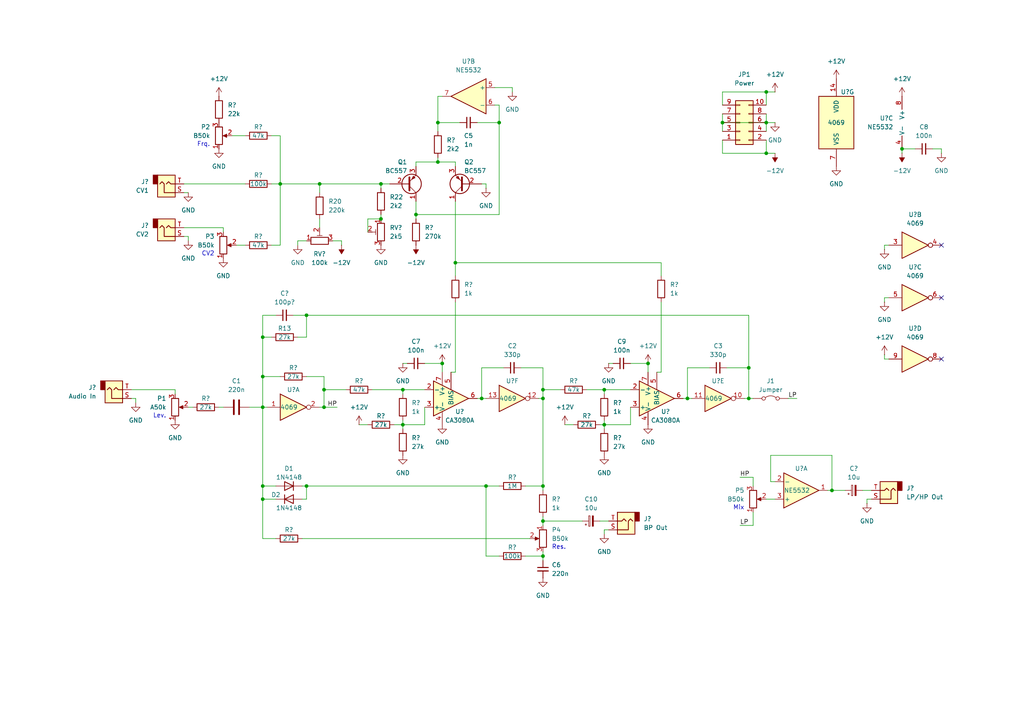
<source format=kicad_sch>
(kicad_sch
	(version 20231120)
	(generator "eeschema")
	(generator_version "8.0")
	(uuid "a43108c1-c57f-45e0-8410-f8d94443b2f0")
	(paper "A4")
	(title_block
		(title "A-124 WASP VCF")
		(date "2025-02-19")
		(rev "V4")
		(company "Doepfer")
		(comment 1 "https://sandelinos.me/diy/A-124_WASP_VCF")
		(comment 2 "traced by Sandelinos")
	)
	
	(junction
		(at 88.9 91.44)
		(diameter 0)
		(color 0 0 0 0)
		(uuid "05b21925-d4c8-4842-9031-7e079a303962")
	)
	(junction
		(at 222.25 26.67)
		(diameter 0)
		(color 0 0 0 0)
		(uuid "08086386-da52-4099-a5f7-de51c76dd668")
	)
	(junction
		(at 127 35.56)
		(diameter 0)
		(color 0 0 0 0)
		(uuid "08b1f04e-aa92-402b-b6ed-1363ae599d43")
	)
	(junction
		(at 76.2 118.11)
		(diameter 0)
		(color 0 0 0 0)
		(uuid "12bdbf9e-6c22-45c0-a05f-38a7445e2839")
	)
	(junction
		(at 76.2 144.78)
		(diameter 0)
		(color 0 0 0 0)
		(uuid "14b672a9-cb83-4a9e-ad20-c8da1c5f0460")
	)
	(junction
		(at 139.7 115.57)
		(diameter 0)
		(color 0 0 0 0)
		(uuid "15dcd858-ece6-43d2-95a3-285fee31c8af")
	)
	(junction
		(at 127 46.99)
		(diameter 0)
		(color 0 0 0 0)
		(uuid "1863c68c-4eb3-4536-8304-2d02fc9def0a")
	)
	(junction
		(at 217.17 115.57)
		(diameter 0)
		(color 0 0 0 0)
		(uuid "1b15581f-70eb-44e0-b438-fd22576ef62d")
	)
	(junction
		(at 209.55 35.56)
		(diameter 0)
		(color 0 0 0 0)
		(uuid "20e3efc1-fe8a-4f52-8692-591880b2702a")
	)
	(junction
		(at 76.2 97.79)
		(diameter 0)
		(color 0 0 0 0)
		(uuid "26e4a7b8-fdc7-47d3-9b58-fce46bdb81cc")
	)
	(junction
		(at 76.2 109.22)
		(diameter 0)
		(color 0 0 0 0)
		(uuid "316c5213-6356-47ac-a089-db78a5f303ca")
	)
	(junction
		(at 175.26 123.19)
		(diameter 0)
		(color 0 0 0 0)
		(uuid "31b1f9ca-d385-4f9b-8c90-07b2e15330d3")
	)
	(junction
		(at 93.98 118.11)
		(diameter 0)
		(color 0 0 0 0)
		(uuid "352e4a5e-ae7f-4885-a025-50fbfc72ea8a")
	)
	(junction
		(at 110.49 53.34)
		(diameter 0)
		(color 0 0 0 0)
		(uuid "48949f75-eea7-49a7-a04b-64ebb1f9bc19")
	)
	(junction
		(at 116.84 123.19)
		(diameter 0)
		(color 0 0 0 0)
		(uuid "4efa9692-77d6-4538-8085-d73f96b12fde")
	)
	(junction
		(at 92.71 53.34)
		(diameter 0)
		(color 0 0 0 0)
		(uuid "5ba0b40f-30f4-42aa-98e5-220b9ed81744")
	)
	(junction
		(at 157.48 115.57)
		(diameter 0)
		(color 0 0 0 0)
		(uuid "5f5a9990-3e19-418d-afa2-268a9a3903ad")
	)
	(junction
		(at 116.84 113.03)
		(diameter 0)
		(color 0 0 0 0)
		(uuid "63b9f150-035a-400b-aa77-318e5fb40f3e")
	)
	(junction
		(at 132.08 76.2)
		(diameter 0)
		(color 0 0 0 0)
		(uuid "6b582fa4-f567-4ddf-b992-a3a2266efedb")
	)
	(junction
		(at 76.2 140.97)
		(diameter 0)
		(color 0 0 0 0)
		(uuid "70254218-a090-41ce-993f-947b30152d4d")
	)
	(junction
		(at 140.97 140.97)
		(diameter 0)
		(color 0 0 0 0)
		(uuid "71fc6260-00c8-413c-a4f3-51726f170feb")
	)
	(junction
		(at 120.65 62.23)
		(diameter 0)
		(color 0 0 0 0)
		(uuid "7da998f4-eb7e-4368-acd4-f81227f819be")
	)
	(junction
		(at 93.98 113.03)
		(diameter 0)
		(color 0 0 0 0)
		(uuid "88bb9952-71e5-4c16-8625-c8956806b04b")
	)
	(junction
		(at 128.27 105.41)
		(diameter 0)
		(color 0 0 0 0)
		(uuid "98f2b99b-9740-40c2-aa78-d346b1fb6ace")
	)
	(junction
		(at 175.26 113.03)
		(diameter 0)
		(color 0 0 0 0)
		(uuid "9e6f8bd7-be6d-4c04-af90-85b2fb7d3604")
	)
	(junction
		(at 187.96 105.41)
		(diameter 0)
		(color 0 0 0 0)
		(uuid "a0a53a9e-e0bd-477e-8b19-3bbbeebb612b")
	)
	(junction
		(at 144.78 35.56)
		(diameter 0)
		(color 0 0 0 0)
		(uuid "a3808841-f0e6-42c8-8a84-51fe3c9d2119")
	)
	(junction
		(at 241.3 142.24)
		(diameter 0)
		(color 0 0 0 0)
		(uuid "c14c649c-ad84-4861-984a-f1b76d4a800e")
	)
	(junction
		(at 222.25 35.56)
		(diameter 0)
		(color 0 0 0 0)
		(uuid "c22215b8-dba8-4f44-817f-e3f16a0fe4b3")
	)
	(junction
		(at 81.28 53.34)
		(diameter 0)
		(color 0 0 0 0)
		(uuid "c735a908-8f72-40a4-b2ca-74f291e05fdf")
	)
	(junction
		(at 217.17 106.68)
		(diameter 0)
		(color 0 0 0 0)
		(uuid "c8752f65-8481-42ef-88cd-b92886a894aa")
	)
	(junction
		(at 199.39 115.57)
		(diameter 0)
		(color 0 0 0 0)
		(uuid "c9878939-1dd9-47c3-ba09-25ca05478b17")
	)
	(junction
		(at 157.48 113.03)
		(diameter 0)
		(color 0 0 0 0)
		(uuid "cb00a828-1b3b-4fcc-a1e9-9279c541af99")
	)
	(junction
		(at 261.62 43.18)
		(diameter 0)
		(color 0 0 0 0)
		(uuid "d86740b3-e3aa-4973-91ce-9c28f97c7b59")
	)
	(junction
		(at 157.48 151.13)
		(diameter 0)
		(color 0 0 0 0)
		(uuid "eacfc183-0b14-4e61-aef7-4562d33faca7")
	)
	(junction
		(at 110.49 63.5)
		(diameter 0)
		(color 0 0 0 0)
		(uuid "ebaaf038-9527-4a3a-8fda-3e633a671d9f")
	)
	(junction
		(at 157.48 161.29)
		(diameter 0)
		(color 0 0 0 0)
		(uuid "ee95e1ea-0e2b-41b8-96da-afdf68fb16b0")
	)
	(junction
		(at 88.9 140.97)
		(diameter 0)
		(color 0 0 0 0)
		(uuid "f230a419-2ac2-4f82-9cf2-a0f075b9a395")
	)
	(junction
		(at 222.25 44.45)
		(diameter 0)
		(color 0 0 0 0)
		(uuid "f7426ae6-df77-426e-9fdb-709595c1ed91")
	)
	(junction
		(at 157.48 140.97)
		(diameter 0)
		(color 0 0 0 0)
		(uuid "f78728e2-6f3a-45b5-b7da-62e5330f897a")
	)
	(no_connect
		(at 273.05 71.12)
		(uuid "161614dc-e079-4d26-abed-38e1ab7557a3")
	)
	(no_connect
		(at 273.05 104.14)
		(uuid "51696803-e7e1-4cab-8229-da66db508f1b")
	)
	(no_connect
		(at 273.05 86.36)
		(uuid "dbc6544e-dffd-4e57-97c5-5ac8153719f2")
	)
	(wire
		(pts
			(xy 93.98 118.11) (xy 92.71 118.11)
		)
		(stroke
			(width 0)
			(type default)
		)
		(uuid "01871dc4-2822-42cd-83eb-b658740b1d3c")
	)
	(wire
		(pts
			(xy 81.28 39.37) (xy 81.28 53.34)
		)
		(stroke
			(width 0)
			(type default)
		)
		(uuid "032a438a-0f65-4fb2-b423-c1c8d37b5dcd")
	)
	(wire
		(pts
			(xy 132.08 87.63) (xy 132.08 107.95)
		)
		(stroke
			(width 0)
			(type default)
		)
		(uuid "055afe88-3acd-4f7f-9ee5-b313fa8c2d9d")
	)
	(wire
		(pts
			(xy 157.48 151.13) (xy 168.91 151.13)
		)
		(stroke
			(width 0)
			(type default)
		)
		(uuid "084b2ba5-4bac-4c44-9a9a-b158604e4b8b")
	)
	(wire
		(pts
			(xy 199.39 106.68) (xy 199.39 115.57)
		)
		(stroke
			(width 0)
			(type default)
		)
		(uuid "08cd166a-1e8c-4de9-8bd6-eba645375f0c")
	)
	(wire
		(pts
			(xy 157.48 151.13) (xy 157.48 152.4)
		)
		(stroke
			(width 0)
			(type default)
		)
		(uuid "0ae314b8-b579-42f1-ac2d-dee15518390b")
	)
	(wire
		(pts
			(xy 223.52 139.7) (xy 223.52 132.08)
		)
		(stroke
			(width 0)
			(type default)
		)
		(uuid "0d447cb3-64bc-4236-af55-7de0b66dcf3b")
	)
	(wire
		(pts
			(xy 187.96 105.41) (xy 187.96 107.95)
		)
		(stroke
			(width 0)
			(type default)
		)
		(uuid "0ea5126b-7631-483e-8280-a1ccb48e93cd")
	)
	(wire
		(pts
			(xy 157.48 115.57) (xy 157.48 140.97)
		)
		(stroke
			(width 0)
			(type default)
		)
		(uuid "0f27667a-1d6b-496d-8872-2827aa82a589")
	)
	(wire
		(pts
			(xy 175.26 113.03) (xy 170.18 113.03)
		)
		(stroke
			(width 0)
			(type default)
		)
		(uuid "0fb284ea-ade4-4465-978c-0785b5fa9a07")
	)
	(wire
		(pts
			(xy 140.97 140.97) (xy 144.78 140.97)
		)
		(stroke
			(width 0)
			(type default)
		)
		(uuid "1126826d-5a47-46b4-9eb5-517cb550bacb")
	)
	(wire
		(pts
			(xy 106.68 63.5) (xy 106.68 67.31)
		)
		(stroke
			(width 0)
			(type default)
		)
		(uuid "11b56899-bddc-4580-9f88-29f970ad95ec")
	)
	(wire
		(pts
			(xy 273.05 43.18) (xy 273.05 44.45)
		)
		(stroke
			(width 0)
			(type default)
		)
		(uuid "1457e807-2457-47f3-a65e-99e093aea411")
	)
	(wire
		(pts
			(xy 99.06 69.85) (xy 96.52 69.85)
		)
		(stroke
			(width 0)
			(type default)
		)
		(uuid "1493a3b9-e458-4a07-8495-81a0c31b1602")
	)
	(wire
		(pts
			(xy 76.2 97.79) (xy 76.2 109.22)
		)
		(stroke
			(width 0)
			(type default)
		)
		(uuid "158142b7-0ea5-44a9-a7ec-db36943d6baf")
	)
	(wire
		(pts
			(xy 256.54 102.87) (xy 256.54 104.14)
		)
		(stroke
			(width 0)
			(type default)
		)
		(uuid "15bb609b-f893-40da-9887-8be91a271112")
	)
	(wire
		(pts
			(xy 222.25 44.45) (xy 224.79 44.45)
		)
		(stroke
			(width 0)
			(type default)
		)
		(uuid "164526b5-293a-4a82-aae2-4b015c533bd8")
	)
	(wire
		(pts
			(xy 76.2 144.78) (xy 76.2 156.21)
		)
		(stroke
			(width 0)
			(type default)
		)
		(uuid "181c184f-59fe-44c8-8af4-e5c0ddf05c96")
	)
	(wire
		(pts
			(xy 110.49 63.5) (xy 106.68 63.5)
		)
		(stroke
			(width 0)
			(type default)
		)
		(uuid "18bb6481-5d61-40e4-9f80-03a492e9054b")
	)
	(wire
		(pts
			(xy 209.55 30.48) (xy 209.55 26.67)
		)
		(stroke
			(width 0)
			(type default)
		)
		(uuid "1a8595ad-d136-432b-8d88-58b99a717e35")
	)
	(wire
		(pts
			(xy 86.36 69.85) (xy 88.9 69.85)
		)
		(stroke
			(width 0)
			(type default)
		)
		(uuid "1af99abf-7e69-4cf0-8837-dd81b87762a7")
	)
	(wire
		(pts
			(xy 92.71 66.04) (xy 92.71 63.5)
		)
		(stroke
			(width 0)
			(type default)
		)
		(uuid "1bc80d78-f555-4c48-b8a2-617be93e9a89")
	)
	(wire
		(pts
			(xy 116.84 113.03) (xy 123.19 113.03)
		)
		(stroke
			(width 0)
			(type default)
		)
		(uuid "1cf611de-3f9e-4b07-8f6a-e802123efc1e")
	)
	(wire
		(pts
			(xy 88.9 91.44) (xy 217.17 91.44)
		)
		(stroke
			(width 0)
			(type default)
		)
		(uuid "212ecb73-90a9-44a5-b7cb-c4e9e817bce8")
	)
	(wire
		(pts
			(xy 127 35.56) (xy 133.35 35.56)
		)
		(stroke
			(width 0)
			(type default)
		)
		(uuid "23f94088-8b1f-4433-8657-7cde1eb89ec5")
	)
	(wire
		(pts
			(xy 87.63 144.78) (xy 88.9 144.78)
		)
		(stroke
			(width 0)
			(type default)
		)
		(uuid "24d98a22-05be-4b9e-ad75-8885fa28f52d")
	)
	(wire
		(pts
			(xy 175.26 113.03) (xy 175.26 114.3)
		)
		(stroke
			(width 0)
			(type default)
		)
		(uuid "257c9738-394b-4b0f-a3b8-dc5856bf14b2")
	)
	(wire
		(pts
			(xy 71.12 53.34) (xy 53.34 53.34)
		)
		(stroke
			(width 0)
			(type default)
		)
		(uuid "26134836-f64d-432c-86ce-f9cff9527fcf")
	)
	(wire
		(pts
			(xy 104.14 123.19) (xy 106.68 123.19)
		)
		(stroke
			(width 0)
			(type default)
		)
		(uuid "263e6f8d-c2ab-4851-9f50-8041d655183a")
	)
	(wire
		(pts
			(xy 256.54 71.12) (xy 256.54 72.39)
		)
		(stroke
			(width 0)
			(type default)
		)
		(uuid "26849346-c5b7-461f-aafe-8ecd186ccfeb")
	)
	(wire
		(pts
			(xy 88.9 97.79) (xy 88.9 91.44)
		)
		(stroke
			(width 0)
			(type default)
		)
		(uuid "26d8be0c-f9eb-43ff-a716-33ec2510f8b5")
	)
	(wire
		(pts
			(xy 199.39 115.57) (xy 200.66 115.57)
		)
		(stroke
			(width 0)
			(type default)
		)
		(uuid "273b1779-19f4-44ae-b1da-084d8953aa9c")
	)
	(wire
		(pts
			(xy 38.1 113.03) (xy 50.8 113.03)
		)
		(stroke
			(width 0)
			(type default)
		)
		(uuid "2b9b48a0-780c-4290-8d17-2ecc61658512")
	)
	(wire
		(pts
			(xy 110.49 62.23) (xy 110.49 63.5)
		)
		(stroke
			(width 0)
			(type default)
		)
		(uuid "2c57fd25-3d5d-437c-9689-4b0308184c76")
	)
	(wire
		(pts
			(xy 120.65 48.26) (xy 120.65 46.99)
		)
		(stroke
			(width 0)
			(type default)
		)
		(uuid "2cc67d53-17e2-4c94-814d-aad98ebe187c")
	)
	(wire
		(pts
			(xy 88.9 97.79) (xy 86.36 97.79)
		)
		(stroke
			(width 0)
			(type default)
		)
		(uuid "2f2adf2c-5912-4405-8378-f9a599cc013a")
	)
	(wire
		(pts
			(xy 120.65 46.99) (xy 127 46.99)
		)
		(stroke
			(width 0)
			(type default)
		)
		(uuid "2fe84d36-865f-48c2-85bf-ef765c88a3c5")
	)
	(wire
		(pts
			(xy 218.44 140.97) (xy 218.44 138.43)
		)
		(stroke
			(width 0)
			(type default)
		)
		(uuid "302024b8-c1e3-4cac-a259-3c3d97318e50")
	)
	(wire
		(pts
			(xy 241.3 142.24) (xy 245.11 142.24)
		)
		(stroke
			(width 0)
			(type default)
		)
		(uuid "354eedc0-1dae-4145-961c-0279a8aa98b7")
	)
	(wire
		(pts
			(xy 76.2 156.21) (xy 80.01 156.21)
		)
		(stroke
			(width 0)
			(type default)
		)
		(uuid "35a931db-4dbd-4568-b9ac-f51acb3243fc")
	)
	(wire
		(pts
			(xy 76.2 140.97) (xy 80.01 140.97)
		)
		(stroke
			(width 0)
			(type default)
		)
		(uuid "35ba43b0-3dc8-4df5-8ad8-4f6374e3b881")
	)
	(wire
		(pts
			(xy 256.54 86.36) (xy 257.81 86.36)
		)
		(stroke
			(width 0)
			(type default)
		)
		(uuid "36e79730-3400-4967-b0f6-a3c591b46fde")
	)
	(wire
		(pts
			(xy 175.26 123.19) (xy 175.26 121.92)
		)
		(stroke
			(width 0)
			(type default)
		)
		(uuid "37762fce-0148-4cb6-86d1-a8c3e6d69048")
	)
	(wire
		(pts
			(xy 128.27 27.94) (xy 127 27.94)
		)
		(stroke
			(width 0)
			(type default)
		)
		(uuid "3b8a2f6b-efea-4c40-b7c4-2a3f68f30376")
	)
	(wire
		(pts
			(xy 93.98 113.03) (xy 100.33 113.03)
		)
		(stroke
			(width 0)
			(type default)
		)
		(uuid "3eb266fe-c318-48f3-ab8d-c7f2779cfd86")
	)
	(wire
		(pts
			(xy 87.63 156.21) (xy 153.67 156.21)
		)
		(stroke
			(width 0)
			(type default)
		)
		(uuid "405ece1f-2481-4d6e-aa25-de8360f953f5")
	)
	(wire
		(pts
			(xy 205.74 106.68) (xy 199.39 106.68)
		)
		(stroke
			(width 0)
			(type default)
		)
		(uuid "4248ce57-ed6c-4057-b2bd-ef332a26be94")
	)
	(wire
		(pts
			(xy 140.97 161.29) (xy 144.78 161.29)
		)
		(stroke
			(width 0)
			(type default)
		)
		(uuid "42c09e1f-b1ac-4577-bdf7-fbbfac169a25")
	)
	(wire
		(pts
			(xy 138.43 115.57) (xy 139.7 115.57)
		)
		(stroke
			(width 0)
			(type default)
		)
		(uuid "436a1e71-50fa-4d7f-af1d-db6cbabf72dd")
	)
	(wire
		(pts
			(xy 257.81 71.12) (xy 256.54 71.12)
		)
		(stroke
			(width 0)
			(type default)
		)
		(uuid "44b50144-3cb0-4edd-aa9b-31a390932d62")
	)
	(wire
		(pts
			(xy 163.83 123.19) (xy 166.37 123.19)
		)
		(stroke
			(width 0)
			(type default)
		)
		(uuid "4723ffdc-d91a-4fa1-8c14-c4063fbe8530")
	)
	(wire
		(pts
			(xy 132.08 107.95) (xy 130.81 107.95)
		)
		(stroke
			(width 0)
			(type default)
		)
		(uuid "475faabe-b014-402f-99a7-f45c099280de")
	)
	(wire
		(pts
			(xy 92.71 55.88) (xy 92.71 53.34)
		)
		(stroke
			(width 0)
			(type default)
		)
		(uuid "476f6a25-b5ef-40fa-b3e0-73c1fc378af9")
	)
	(wire
		(pts
			(xy 54.61 118.11) (xy 55.88 118.11)
		)
		(stroke
			(width 0)
			(type default)
		)
		(uuid "49248737-0260-4b5f-94f2-2a97fc338c51")
	)
	(wire
		(pts
			(xy 76.2 91.44) (xy 76.2 97.79)
		)
		(stroke
			(width 0)
			(type default)
		)
		(uuid "4c387aa3-7678-4437-a44b-bcaf8c2a6555")
	)
	(wire
		(pts
			(xy 144.78 35.56) (xy 138.43 35.56)
		)
		(stroke
			(width 0)
			(type default)
		)
		(uuid "4c6ca295-f48b-4bae-aa9b-2930bc7e33d1")
	)
	(wire
		(pts
			(xy 151.13 106.68) (xy 157.48 106.68)
		)
		(stroke
			(width 0)
			(type default)
		)
		(uuid "4d1e41c3-6783-40df-96a6-44b1932694b2")
	)
	(wire
		(pts
			(xy 222.25 44.45) (xy 209.55 44.45)
		)
		(stroke
			(width 0)
			(type default)
		)
		(uuid "4feebb7a-cbe0-4841-98e0-231bc021e5fe")
	)
	(wire
		(pts
			(xy 140.97 54.61) (xy 140.97 53.34)
		)
		(stroke
			(width 0)
			(type default)
		)
		(uuid "50240987-10a3-4600-a9fa-c57ac8639b30")
	)
	(wire
		(pts
			(xy 93.98 109.22) (xy 93.98 113.03)
		)
		(stroke
			(width 0)
			(type default)
		)
		(uuid "51535c82-38ce-4da0-98c0-52a46edd34e4")
	)
	(wire
		(pts
			(xy 157.48 162.56) (xy 157.48 161.29)
		)
		(stroke
			(width 0)
			(type default)
		)
		(uuid "52bcc5fb-8608-4444-ad8d-84f2e96a7d15")
	)
	(wire
		(pts
			(xy 182.88 123.19) (xy 175.26 123.19)
		)
		(stroke
			(width 0)
			(type default)
		)
		(uuid "53bdfdcf-719b-4bd5-b63d-6c2637c1ab29")
	)
	(wire
		(pts
			(xy 123.19 118.11) (xy 123.19 123.19)
		)
		(stroke
			(width 0)
			(type default)
		)
		(uuid "553b4904-a090-4e5b-b8c3-51f37eba290c")
	)
	(wire
		(pts
			(xy 116.84 124.46) (xy 116.84 123.19)
		)
		(stroke
			(width 0)
			(type default)
		)
		(uuid "55fdbb0e-9bfc-4320-b991-f4a9489c8fa2")
	)
	(wire
		(pts
			(xy 39.37 116.84) (xy 39.37 115.57)
		)
		(stroke
			(width 0)
			(type default)
		)
		(uuid "5883c43a-56ec-4912-bd47-1fa822203bc0")
	)
	(wire
		(pts
			(xy 209.55 26.67) (xy 222.25 26.67)
		)
		(stroke
			(width 0)
			(type default)
		)
		(uuid "5b2b1111-e06d-4758-9e2e-4fa0da7b40a5")
	)
	(wire
		(pts
			(xy 132.08 58.42) (xy 132.08 76.2)
		)
		(stroke
			(width 0)
			(type default)
		)
		(uuid "5b57bd61-66fe-4aba-b128-6915a6902846")
	)
	(wire
		(pts
			(xy 222.25 26.67) (xy 222.25 30.48)
		)
		(stroke
			(width 0)
			(type default)
		)
		(uuid "5bd195b9-8399-4d3b-adf5-3e9b0591d3ab")
	)
	(wire
		(pts
			(xy 182.88 105.41) (xy 187.96 105.41)
		)
		(stroke
			(width 0)
			(type default)
		)
		(uuid "5c1184d0-7e1e-4b7c-b5c4-cb4530cfc0f7")
	)
	(wire
		(pts
			(xy 261.62 43.18) (xy 265.43 43.18)
		)
		(stroke
			(width 0)
			(type default)
		)
		(uuid "5c573824-624c-4cda-a333-fa1b318879fd")
	)
	(wire
		(pts
			(xy 116.84 123.19) (xy 114.3 123.19)
		)
		(stroke
			(width 0)
			(type default)
		)
		(uuid "5c8b23da-bbe7-48f1-8e1c-7f0e5bbde41b")
	)
	(wire
		(pts
			(xy 209.55 35.56) (xy 222.25 35.56)
		)
		(stroke
			(width 0)
			(type default)
		)
		(uuid "5d2d8413-6c00-4ddd-bbf5-ca6bfa13b807")
	)
	(wire
		(pts
			(xy 110.49 53.34) (xy 110.49 54.61)
		)
		(stroke
			(width 0)
			(type default)
		)
		(uuid "5e4ad575-967f-4516-80c0-8505f28a10a4")
	)
	(wire
		(pts
			(xy 116.84 114.3) (xy 116.84 113.03)
		)
		(stroke
			(width 0)
			(type default)
		)
		(uuid "5f191516-2eda-48cc-b845-1b57d72a4d66")
	)
	(wire
		(pts
			(xy 157.48 149.86) (xy 157.48 151.13)
		)
		(stroke
			(width 0)
			(type default)
		)
		(uuid "5f4448a2-d319-4151-a89f-7b6d6c89ac38")
	)
	(wire
		(pts
			(xy 173.99 151.13) (xy 176.53 151.13)
		)
		(stroke
			(width 0)
			(type default)
		)
		(uuid "5f82d617-fc0a-4bd1-a4c6-210b6859590b")
	)
	(wire
		(pts
			(xy 140.97 53.34) (xy 139.7 53.34)
		)
		(stroke
			(width 0)
			(type default)
		)
		(uuid "5ff2da2b-828f-4d48-b948-fafbd851a647")
	)
	(wire
		(pts
			(xy 217.17 106.68) (xy 217.17 91.44)
		)
		(stroke
			(width 0)
			(type default)
		)
		(uuid "60dc9bea-c339-4119-9d77-dba7177bd7a6")
	)
	(wire
		(pts
			(xy 250.19 142.24) (xy 252.73 142.24)
		)
		(stroke
			(width 0)
			(type default)
		)
		(uuid "61897eaa-7e45-44b1-81b4-a12a5ce6636a")
	)
	(wire
		(pts
			(xy 76.2 109.22) (xy 81.28 109.22)
		)
		(stroke
			(width 0)
			(type default)
		)
		(uuid "63987d05-9c14-4dc6-b95f-a020fe827cfe")
	)
	(wire
		(pts
			(xy 76.2 118.11) (xy 76.2 109.22)
		)
		(stroke
			(width 0)
			(type default)
		)
		(uuid "65e2e6a7-2a00-4ab4-a84c-e022a4fc75ef")
	)
	(wire
		(pts
			(xy 54.61 68.58) (xy 53.34 68.58)
		)
		(stroke
			(width 0)
			(type default)
		)
		(uuid "662925d3-cffa-4fd2-9bb8-88769c7f9bb4")
	)
	(wire
		(pts
			(xy 241.3 132.08) (xy 241.3 142.24)
		)
		(stroke
			(width 0)
			(type default)
		)
		(uuid "66ad728a-5a49-41c0-b7e5-3fba34b4a1a0")
	)
	(wire
		(pts
			(xy 123.19 105.41) (xy 128.27 105.41)
		)
		(stroke
			(width 0)
			(type default)
		)
		(uuid "67c028f9-8c54-4870-b132-6e6bda1ab775")
	)
	(wire
		(pts
			(xy 198.12 115.57) (xy 199.39 115.57)
		)
		(stroke
			(width 0)
			(type default)
		)
		(uuid "6a0e6037-4c92-43b8-8122-9fc9795d07f8")
	)
	(wire
		(pts
			(xy 50.8 113.03) (xy 50.8 114.3)
		)
		(stroke
			(width 0)
			(type default)
		)
		(uuid "6a17bace-829d-4380-a57b-5f2f53106a4b")
	)
	(wire
		(pts
			(xy 127 27.94) (xy 127 35.56)
		)
		(stroke
			(width 0)
			(type default)
		)
		(uuid "6a5ff1d2-cb64-46cb-807f-ee6bcc79a25e")
	)
	(wire
		(pts
			(xy 53.34 66.04) (xy 64.77 66.04)
		)
		(stroke
			(width 0)
			(type default)
		)
		(uuid "6ab1ac4c-799d-498d-a6d1-5d003a41dc10")
	)
	(wire
		(pts
			(xy 157.48 113.03) (xy 162.56 113.03)
		)
		(stroke
			(width 0)
			(type default)
		)
		(uuid "6ac79c01-065a-4933-beb1-6c4e4c8e0b1b")
	)
	(wire
		(pts
			(xy 127 35.56) (xy 127 38.1)
		)
		(stroke
			(width 0)
			(type default)
		)
		(uuid "6c3f0ce7-39dd-4691-984c-11f6950379f4")
	)
	(wire
		(pts
			(xy 173.99 123.19) (xy 175.26 123.19)
		)
		(stroke
			(width 0)
			(type default)
		)
		(uuid "6da5bb59-f38c-491f-92b3-1c848898ae46")
	)
	(wire
		(pts
			(xy 132.08 46.99) (xy 132.08 48.26)
		)
		(stroke
			(width 0)
			(type default)
		)
		(uuid "6dbcc427-e6e4-4152-81ea-4cea27b85324")
	)
	(wire
		(pts
			(xy 76.2 118.11) (xy 76.2 140.97)
		)
		(stroke
			(width 0)
			(type default)
		)
		(uuid "6ed4ad5e-5a0d-43e3-9a52-84bd13981fb0")
	)
	(wire
		(pts
			(xy 80.01 144.78) (xy 76.2 144.78)
		)
		(stroke
			(width 0)
			(type default)
		)
		(uuid "702180f8-16b9-4c45-b704-f6bc09dd1c54")
	)
	(wire
		(pts
			(xy 72.39 118.11) (xy 76.2 118.11)
		)
		(stroke
			(width 0)
			(type default)
		)
		(uuid "70c5b94a-637b-4e08-9ed2-99df773a480e")
	)
	(wire
		(pts
			(xy 85.09 91.44) (xy 88.9 91.44)
		)
		(stroke
			(width 0)
			(type default)
		)
		(uuid "721d4519-abc6-4ef6-85ac-ee8a775cae21")
	)
	(wire
		(pts
			(xy 81.28 53.34) (xy 92.71 53.34)
		)
		(stroke
			(width 0)
			(type default)
		)
		(uuid "722ce772-4384-4e58-944e-983f65d40f24")
	)
	(wire
		(pts
			(xy 88.9 140.97) (xy 140.97 140.97)
		)
		(stroke
			(width 0)
			(type default)
		)
		(uuid "7415569b-561f-40f0-9833-5396cdc5c330")
	)
	(wire
		(pts
			(xy 116.84 105.41) (xy 118.11 105.41)
		)
		(stroke
			(width 0)
			(type default)
		)
		(uuid "75b7ae81-ec5d-4b90-999a-1f0e1bd70852")
	)
	(wire
		(pts
			(xy 209.55 35.56) (xy 209.55 38.1)
		)
		(stroke
			(width 0)
			(type default)
		)
		(uuid "75f75aa6-2583-41b1-924b-bbb337e56873")
	)
	(wire
		(pts
			(xy 146.05 106.68) (xy 139.7 106.68)
		)
		(stroke
			(width 0)
			(type default)
		)
		(uuid "76205a32-6308-478f-9616-80a9c3dc52d7")
	)
	(wire
		(pts
			(xy 228.6 115.57) (xy 231.14 115.57)
		)
		(stroke
			(width 0)
			(type default)
		)
		(uuid "767c1dca-f066-411a-97b2-a9e230b1cb6a")
	)
	(wire
		(pts
			(xy 222.25 35.56) (xy 224.79 35.56)
		)
		(stroke
			(width 0)
			(type default)
		)
		(uuid "770e3b68-f477-42f0-9914-967625c60387")
	)
	(wire
		(pts
			(xy 120.65 62.23) (xy 144.78 62.23)
		)
		(stroke
			(width 0)
			(type default)
		)
		(uuid "7730e825-5b9b-4e5f-8be0-f367fa23154c")
	)
	(wire
		(pts
			(xy 120.65 58.42) (xy 120.65 62.23)
		)
		(stroke
			(width 0)
			(type default)
		)
		(uuid "77f236e8-6c25-4f71-a42c-1e9c79b8254e")
	)
	(wire
		(pts
			(xy 107.95 113.03) (xy 116.84 113.03)
		)
		(stroke
			(width 0)
			(type default)
		)
		(uuid "7a961045-8a1e-4d4f-b020-4c19e8d4d04b")
	)
	(wire
		(pts
			(xy 139.7 106.68) (xy 139.7 115.57)
		)
		(stroke
			(width 0)
			(type default)
		)
		(uuid "7be7dda4-4c25-470b-8ff3-cca9ee2342f5")
	)
	(wire
		(pts
			(xy 132.08 80.01) (xy 132.08 76.2)
		)
		(stroke
			(width 0)
			(type default)
		)
		(uuid "7cefb10a-8cb2-470a-8100-ea19250b6538")
	)
	(wire
		(pts
			(xy 191.77 107.95) (xy 190.5 107.95)
		)
		(stroke
			(width 0)
			(type default)
		)
		(uuid "7eb4d6d8-d7d8-4ba9-9252-68a7be17cb69")
	)
	(wire
		(pts
			(xy 223.52 132.08) (xy 241.3 132.08)
		)
		(stroke
			(width 0)
			(type default)
		)
		(uuid "80573322-e8b4-45c5-8b6f-b39c50ae314d")
	)
	(wire
		(pts
			(xy 175.26 154.94) (xy 175.26 153.67)
		)
		(stroke
			(width 0)
			(type default)
		)
		(uuid "845d1d6c-c893-4556-9889-db3d69975b1e")
	)
	(wire
		(pts
			(xy 144.78 62.23) (xy 144.78 35.56)
		)
		(stroke
			(width 0)
			(type default)
		)
		(uuid "8617ccce-cc02-41f7-82b9-5e518e0bcdc9")
	)
	(wire
		(pts
			(xy 116.84 121.92) (xy 116.84 123.19)
		)
		(stroke
			(width 0)
			(type default)
		)
		(uuid "877038a7-2f94-406f-85e0-6a293ec19715")
	)
	(wire
		(pts
			(xy 99.06 71.12) (xy 99.06 69.85)
		)
		(stroke
			(width 0)
			(type default)
		)
		(uuid "8a21b566-5a95-4223-939e-ff79dbd49118")
	)
	(wire
		(pts
			(xy 140.97 140.97) (xy 140.97 161.29)
		)
		(stroke
			(width 0)
			(type default)
		)
		(uuid "8fd27447-b82e-4c99-8c50-86652992306d")
	)
	(wire
		(pts
			(xy 120.65 63.5) (xy 120.65 62.23)
		)
		(stroke
			(width 0)
			(type default)
		)
		(uuid "8ff96fff-6fe3-4fed-bd2e-352e311eaeb2")
	)
	(wire
		(pts
			(xy 54.61 69.85) (xy 54.61 68.58)
		)
		(stroke
			(width 0)
			(type default)
		)
		(uuid "905e7251-2b32-435d-8c03-5d92b81fd6c4")
	)
	(wire
		(pts
			(xy 222.25 26.67) (xy 224.79 26.67)
		)
		(stroke
			(width 0)
			(type default)
		)
		(uuid "93be0ec5-4c13-49ef-8892-ce287cf87531")
	)
	(wire
		(pts
			(xy 182.88 113.03) (xy 175.26 113.03)
		)
		(stroke
			(width 0)
			(type default)
		)
		(uuid "987eb1a4-7da8-46bc-9852-18a724c27190")
	)
	(wire
		(pts
			(xy 68.58 71.12) (xy 71.12 71.12)
		)
		(stroke
			(width 0)
			(type default)
		)
		(uuid "9a1ed4a1-5e95-41c5-abc3-d4cb7fa70478")
	)
	(wire
		(pts
			(xy 222.25 40.64) (xy 222.25 44.45)
		)
		(stroke
			(width 0)
			(type default)
		)
		(uuid "9ab909ea-b737-4fe7-8593-8a64ab24eab7")
	)
	(wire
		(pts
			(xy 241.3 142.24) (xy 240.03 142.24)
		)
		(stroke
			(width 0)
			(type default)
		)
		(uuid "9c732e7b-0a6f-482a-9ac3-a1b7275cf53d")
	)
	(wire
		(pts
			(xy 78.74 71.12) (xy 81.28 71.12)
		)
		(stroke
			(width 0)
			(type default)
		)
		(uuid "9ed42285-68f8-47f5-a308-1e65ffe490c6")
	)
	(wire
		(pts
			(xy 157.48 113.03) (xy 157.48 115.57)
		)
		(stroke
			(width 0)
			(type default)
		)
		(uuid "9f50b6fe-089d-468a-87d2-178ee2b9ce7c")
	)
	(wire
		(pts
			(xy 215.9 115.57) (xy 217.17 115.57)
		)
		(stroke
			(width 0)
			(type default)
		)
		(uuid "a436c8d9-6281-4058-b346-3b16280ed469")
	)
	(wire
		(pts
			(xy 210.82 106.68) (xy 217.17 106.68)
		)
		(stroke
			(width 0)
			(type default)
		)
		(uuid "a4b384f5-3776-43da-b928-277ed1822b0c")
	)
	(wire
		(pts
			(xy 222.25 33.02) (xy 222.25 35.56)
		)
		(stroke
			(width 0)
			(type default)
		)
		(uuid "a7321b1e-d321-4b79-ab66-ea6f1963dd2a")
	)
	(wire
		(pts
			(xy 88.9 109.22) (xy 93.98 109.22)
		)
		(stroke
			(width 0)
			(type default)
		)
		(uuid "a7a9f3ca-7760-48f2-812e-bd86f5c50c10")
	)
	(wire
		(pts
			(xy 78.74 39.37) (xy 81.28 39.37)
		)
		(stroke
			(width 0)
			(type default)
		)
		(uuid "a8e0de44-a03a-44fd-a30b-d9965dc97090")
	)
	(wire
		(pts
			(xy 81.28 71.12) (xy 81.28 53.34)
		)
		(stroke
			(width 0)
			(type default)
		)
		(uuid "a99b8cb3-765a-4afa-bb8f-c7c5e952137e")
	)
	(wire
		(pts
			(xy 78.74 53.34) (xy 81.28 53.34)
		)
		(stroke
			(width 0)
			(type default)
		)
		(uuid "aa3ee510-10fc-41aa-abb6-3268c6b267d3")
	)
	(wire
		(pts
			(xy 123.19 123.19) (xy 116.84 123.19)
		)
		(stroke
			(width 0)
			(type default)
		)
		(uuid "abd9036a-c410-4f6c-984e-3ffbeb5e7753")
	)
	(wire
		(pts
			(xy 54.61 55.88) (xy 53.34 55.88)
		)
		(stroke
			(width 0)
			(type default)
		)
		(uuid "ac562761-58a2-4e9e-9c2f-b179d65b0e34")
	)
	(wire
		(pts
			(xy 222.25 144.78) (xy 224.79 144.78)
		)
		(stroke
			(width 0)
			(type default)
		)
		(uuid "ac8056fc-d58c-4c6d-a25a-c81223e5aa36")
	)
	(wire
		(pts
			(xy 218.44 152.4) (xy 218.44 148.59)
		)
		(stroke
			(width 0)
			(type default)
		)
		(uuid "b030aa04-b93c-453b-a049-50a3e89999a1")
	)
	(wire
		(pts
			(xy 93.98 118.11) (xy 97.79 118.11)
		)
		(stroke
			(width 0)
			(type default)
		)
		(uuid "b2208c6a-2966-4f4f-9051-d7c6bfed016d")
	)
	(wire
		(pts
			(xy 93.98 113.03) (xy 93.98 118.11)
		)
		(stroke
			(width 0)
			(type default)
		)
		(uuid "b425ed68-0c7c-4f4a-b16c-2988ad00e850")
	)
	(wire
		(pts
			(xy 77.47 118.11) (xy 76.2 118.11)
		)
		(stroke
			(width 0)
			(type default)
		)
		(uuid "b4ca691d-465c-4ac3-9d0f-8290e33008d9")
	)
	(wire
		(pts
			(xy 209.55 33.02) (xy 209.55 35.56)
		)
		(stroke
			(width 0)
			(type default)
		)
		(uuid "b5edbff6-e8c7-466b-8c42-15f1898d0a0f")
	)
	(wire
		(pts
			(xy 182.88 118.11) (xy 182.88 123.19)
		)
		(stroke
			(width 0)
			(type default)
		)
		(uuid "b6308f15-660b-434c-ba73-b4451e94a9d8")
	)
	(wire
		(pts
			(xy 157.48 140.97) (xy 157.48 142.24)
		)
		(stroke
			(width 0)
			(type default)
		)
		(uuid "b96954ae-104b-45b5-83ad-8ed4d06b808c")
	)
	(wire
		(pts
			(xy 78.74 97.79) (xy 76.2 97.79)
		)
		(stroke
			(width 0)
			(type default)
		)
		(uuid "baa0f51a-21fb-480e-a8d1-97e69ef769b7")
	)
	(wire
		(pts
			(xy 132.08 76.2) (xy 191.77 76.2)
		)
		(stroke
			(width 0)
			(type default)
		)
		(uuid "bb0f3f71-092e-415e-8515-4126bdd8ba4c")
	)
	(wire
		(pts
			(xy 67.31 39.37) (xy 71.12 39.37)
		)
		(stroke
			(width 0)
			(type default)
		)
		(uuid "bcca2cb0-bf8d-4a20-9bad-cc5e3eaa97c0")
	)
	(wire
		(pts
			(xy 256.54 104.14) (xy 257.81 104.14)
		)
		(stroke
			(width 0)
			(type default)
		)
		(uuid "c1aecfef-acae-4747-b600-44aafcc582d4")
	)
	(wire
		(pts
			(xy 256.54 87.63) (xy 256.54 86.36)
		)
		(stroke
			(width 0)
			(type default)
		)
		(uuid "c1fbcb64-927f-4a79-976b-9c72dc7a1773")
	)
	(wire
		(pts
			(xy 157.48 115.57) (xy 156.21 115.57)
		)
		(stroke
			(width 0)
			(type default)
		)
		(uuid "c2a684f2-602e-4a0f-b263-27c91619745f")
	)
	(wire
		(pts
			(xy 176.53 105.41) (xy 177.8 105.41)
		)
		(stroke
			(width 0)
			(type default)
		)
		(uuid "c3c0d735-eaa4-4968-b041-e8363d488098")
	)
	(wire
		(pts
			(xy 39.37 115.57) (xy 38.1 115.57)
		)
		(stroke
			(width 0)
			(type default)
		)
		(uuid "c4a679da-33bb-4357-b0a0-223acb84eafd")
	)
	(wire
		(pts
			(xy 270.51 43.18) (xy 273.05 43.18)
		)
		(stroke
			(width 0)
			(type default)
		)
		(uuid "c68b3587-b832-4f24-81ce-cf6610fba958")
	)
	(wire
		(pts
			(xy 127 45.72) (xy 127 46.99)
		)
		(stroke
			(width 0)
			(type default)
		)
		(uuid "c93a0063-5064-4b28-b096-a1b566a590e7")
	)
	(wire
		(pts
			(xy 251.46 146.05) (xy 251.46 144.78)
		)
		(stroke
			(width 0)
			(type default)
		)
		(uuid "c9b4038e-daaa-42d1-af8b-045876f5c08a")
	)
	(wire
		(pts
			(xy 157.48 160.02) (xy 157.48 161.29)
		)
		(stroke
			(width 0)
			(type default)
		)
		(uuid "cd4dc0cd-34a6-4b08-8023-be4363ca729d")
	)
	(wire
		(pts
			(xy 148.59 25.4) (xy 143.51 25.4)
		)
		(stroke
			(width 0)
			(type default)
		)
		(uuid "cdeedad2-f0bb-4ddd-a6bb-058d0145bc5a")
	)
	(wire
		(pts
			(xy 261.62 44.45) (xy 261.62 43.18)
		)
		(stroke
			(width 0)
			(type default)
		)
		(uuid "ce0e3145-23c3-4526-92a9-ca1cff510729")
	)
	(wire
		(pts
			(xy 191.77 87.63) (xy 191.77 107.95)
		)
		(stroke
			(width 0)
			(type default)
		)
		(uuid "d28f4e09-4eab-4fa2-968a-dae19b254db8")
	)
	(wire
		(pts
			(xy 152.4 161.29) (xy 157.48 161.29)
		)
		(stroke
			(width 0)
			(type default)
		)
		(uuid "d2cb4462-cb11-43e9-b557-daa778c18021")
	)
	(wire
		(pts
			(xy 86.36 71.12) (xy 86.36 69.85)
		)
		(stroke
			(width 0)
			(type default)
		)
		(uuid "d2dbd3d1-4007-45e2-8bf4-0e824faa1d71")
	)
	(wire
		(pts
			(xy 175.26 153.67) (xy 176.53 153.67)
		)
		(stroke
			(width 0)
			(type default)
		)
		(uuid "d3c0e477-b600-4dd7-9d8a-858a2feb4059")
	)
	(wire
		(pts
			(xy 222.25 35.56) (xy 222.25 38.1)
		)
		(stroke
			(width 0)
			(type default)
		)
		(uuid "d8c55697-d18e-426e-88a3-ca99802c926a")
	)
	(wire
		(pts
			(xy 88.9 144.78) (xy 88.9 140.97)
		)
		(stroke
			(width 0)
			(type default)
		)
		(uuid "d9e4faf2-dacc-4b7f-bebc-5a2d1645b6ba")
	)
	(wire
		(pts
			(xy 218.44 138.43) (xy 214.63 138.43)
		)
		(stroke
			(width 0)
			(type default)
		)
		(uuid "db0fa669-38c7-4195-8aba-5cfb58dd96f6")
	)
	(wire
		(pts
			(xy 64.77 66.04) (xy 64.77 67.31)
		)
		(stroke
			(width 0)
			(type default)
		)
		(uuid "dbe53e11-996b-4264-a58f-0531c7f57e4c")
	)
	(wire
		(pts
			(xy 148.59 26.67) (xy 148.59 25.4)
		)
		(stroke
			(width 0)
			(type default)
		)
		(uuid "dd6d01c2-dc98-49b8-9369-c03780a9d4d8")
	)
	(wire
		(pts
			(xy 127 46.99) (xy 132.08 46.99)
		)
		(stroke
			(width 0)
			(type default)
		)
		(uuid "e042fded-a1fb-42a0-977c-4fdf66cfe92e")
	)
	(wire
		(pts
			(xy 143.51 30.48) (xy 144.78 30.48)
		)
		(stroke
			(width 0)
			(type default)
		)
		(uuid "e227fbc7-a9d6-4342-a286-60787dc8563e")
	)
	(wire
		(pts
			(xy 87.63 140.97) (xy 88.9 140.97)
		)
		(stroke
			(width 0)
			(type default)
		)
		(uuid "e22fc148-d267-46a4-a1a8-b28954bd99b7")
	)
	(wire
		(pts
			(xy 76.2 144.78) (xy 76.2 140.97)
		)
		(stroke
			(width 0)
			(type default)
		)
		(uuid "e7ef7444-144d-4ab6-b5b4-a99921cdf7b1")
	)
	(wire
		(pts
			(xy 76.2 91.44) (xy 80.01 91.44)
		)
		(stroke
			(width 0)
			(type default)
		)
		(uuid "e980af90-c29b-4409-b391-5e11123a8f43")
	)
	(wire
		(pts
			(xy 224.79 139.7) (xy 223.52 139.7)
		)
		(stroke
			(width 0)
			(type default)
		)
		(uuid "e9bc35b6-df4f-4a78-8a54-7632c0c131fb")
	)
	(wire
		(pts
			(xy 217.17 115.57) (xy 217.17 106.68)
		)
		(stroke
			(width 0)
			(type default)
		)
		(uuid "ea79cfdb-e033-4ef0-b932-6364144ea626")
	)
	(wire
		(pts
			(xy 251.46 144.78) (xy 252.73 144.78)
		)
		(stroke
			(width 0)
			(type default)
		)
		(uuid "ec06fddd-3663-453d-b973-deadd529c3d2")
	)
	(wire
		(pts
			(xy 217.17 115.57) (xy 218.44 115.57)
		)
		(stroke
			(width 0)
			(type default)
		)
		(uuid "ed9bf386-1769-4c6f-a7a5-6ebb97d23a30")
	)
	(wire
		(pts
			(xy 191.77 80.01) (xy 191.77 76.2)
		)
		(stroke
			(width 0)
			(type default)
		)
		(uuid "f050f51d-382a-4333-9307-778b183e6597")
	)
	(wire
		(pts
			(xy 92.71 53.34) (xy 110.49 53.34)
		)
		(stroke
			(width 0)
			(type default)
		)
		(uuid "f0c96596-2b3e-48d9-91c5-fe64243ca565")
	)
	(wire
		(pts
			(xy 110.49 53.34) (xy 113.03 53.34)
		)
		(stroke
			(width 0)
			(type default)
		)
		(uuid "f16a4878-2b27-4d64-b6c0-bef5110df8af")
	)
	(wire
		(pts
			(xy 128.27 105.41) (xy 128.27 107.95)
		)
		(stroke
			(width 0)
			(type default)
		)
		(uuid "f2ce3462-5d20-4725-8821-b3bd5c4e258f")
	)
	(wire
		(pts
			(xy 152.4 140.97) (xy 157.48 140.97)
		)
		(stroke
			(width 0)
			(type default)
		)
		(uuid "f61f9a83-3848-406c-b3d2-3b709676296c")
	)
	(wire
		(pts
			(xy 144.78 30.48) (xy 144.78 35.56)
		)
		(stroke
			(width 0)
			(type default)
		)
		(uuid "f6403038-27d1-44d7-9111-0bca209433ac")
	)
	(wire
		(pts
			(xy 139.7 115.57) (xy 140.97 115.57)
		)
		(stroke
			(width 0)
			(type default)
		)
		(uuid "f694f0c2-dcaf-49f0-82e5-8e46efcf2b7d")
	)
	(wire
		(pts
			(xy 157.48 106.68) (xy 157.48 113.03)
		)
		(stroke
			(width 0)
			(type default)
		)
		(uuid "f742acb4-c769-4ad7-934d-5259a02f1ed8")
	)
	(wire
		(pts
			(xy 63.5 118.11) (xy 64.77 118.11)
		)
		(stroke
			(width 0)
			(type default)
		)
		(uuid "f991ffa2-e055-4b6d-a2d9-601669e7517b")
	)
	(wire
		(pts
			(xy 214.63 152.4) (xy 218.44 152.4)
		)
		(stroke
			(width 0)
			(type default)
		)
		(uuid "fbbe53ca-6ed3-4ea0-af49-6bd88d0970d7")
	)
	(wire
		(pts
			(xy 175.26 123.19) (xy 175.26 124.46)
		)
		(stroke
			(width 0)
			(type default)
		)
		(uuid "fcda3a90-f47e-4d09-b05e-91d210b4432f")
	)
	(wire
		(pts
			(xy 209.55 40.64) (xy 209.55 44.45)
		)
		(stroke
			(width 0)
			(type default)
		)
		(uuid "feb5f1a1-c32a-40f7-a149-0358c0a1fd4d")
	)
	(text "CV2"
		(exclude_from_sim no)
		(at 62.23 73.66 0)
		(effects
			(font
				(size 1.27 1.27)
			)
			(justify right)
		)
		(uuid "14b437a9-9bf8-48c2-b037-bce56c8c91f5")
	)
	(text "Frq."
		(exclude_from_sim no)
		(at 60.96 41.91 0)
		(effects
			(font
				(size 1.27 1.27)
			)
			(justify right)
		)
		(uuid "872195ef-31de-47e3-b37f-ad88a1a743bf")
	)
	(text "Mix"
		(exclude_from_sim no)
		(at 215.9 147.32 0)
		(effects
			(font
				(size 1.27 1.27)
			)
			(justify right)
		)
		(uuid "b530d947-e906-4f02-ae8f-3ce3437b6fb1")
	)
	(text "Lev."
		(exclude_from_sim no)
		(at 48.26 120.65 0)
		(effects
			(font
				(size 1.27 1.27)
			)
			(justify right)
		)
		(uuid "ebc96cb6-1fb7-4fdc-aec3-ac66cc0dcb11")
	)
	(text "Res."
		(exclude_from_sim no)
		(at 160.02 158.75 0)
		(effects
			(font
				(size 1.27 1.27)
			)
			(justify left)
		)
		(uuid "f183a960-10ff-4369-8067-b1a040db130c")
	)
	(label "LP"
		(at 231.14 115.57 180)
		(effects
			(font
				(size 1.27 1.27)
			)
			(justify right bottom)
		)
		(uuid "32498fc6-4ec8-4edd-8027-d48e52073896")
	)
	(label "HP"
		(at 97.79 118.11 180)
		(effects
			(font
				(size 1.27 1.27)
			)
			(justify right bottom)
		)
		(uuid "68d2f22c-337b-485a-a6d4-d97c8992bd80")
	)
	(label "LP"
		(at 214.63 152.4 0)
		(effects
			(font
				(size 1.27 1.27)
			)
			(justify left bottom)
		)
		(uuid "865fe41d-279a-4941-ae0f-0b85c3981cbd")
	)
	(label "HP"
		(at 214.63 138.43 0)
		(effects
			(font
				(size 1.27 1.27)
			)
			(justify left bottom)
		)
		(uuid "e0fa2531-ff67-4131-97bc-b48fd3a26123")
	)
	(symbol
		(lib_id "Device:R")
		(at 92.71 59.69 0)
		(unit 1)
		(exclude_from_sim no)
		(in_bom yes)
		(on_board yes)
		(dnp no)
		(fields_autoplaced yes)
		(uuid "018f2230-5bf8-45e6-80da-7ec75d124927")
		(property "Reference" "R20"
			(at 95.25 58.4199 0)
			(effects
				(font
					(size 1.27 1.27)
				)
				(justify left)
			)
		)
		(property "Value" "220k"
			(at 95.25 60.9599 0)
			(effects
				(font
					(size 1.27 1.27)
				)
				(justify left)
			)
		)
		(property "Footprint" ""
			(at 90.932 59.69 90)
			(effects
				(font
					(size 1.27 1.27)
				)
				(hide yes)
			)
		)
		(property "Datasheet" "~"
			(at 92.71 59.69 0)
			(effects
				(font
					(size 1.27 1.27)
				)
				(hide yes)
			)
		)
		(property "Description" "Resistor"
			(at 92.71 59.69 0)
			(effects
				(font
					(size 1.27 1.27)
				)
				(hide yes)
			)
		)
		(pin "1"
			(uuid "12e76ba7-80d8-4752-b776-4fdb961a3ae8")
		)
		(pin "2"
			(uuid "56778772-0fb2-4e40-9ae1-47dad35ab855")
		)
		(instances
			(project "Doepfer A-124 VCF5 Wasp Filter"
				(path "/a43108c1-c57f-45e0-8410-f8d94443b2f0"
					(reference "R20")
					(unit 1)
				)
			)
		)
	)
	(symbol
		(lib_id "Device:R")
		(at 74.93 39.37 90)
		(unit 1)
		(exclude_from_sim no)
		(in_bom yes)
		(on_board yes)
		(dnp no)
		(uuid "03fba782-a276-43ad-8ac2-fd26b1a4e686")
		(property "Reference" "R?"
			(at 74.93 36.83 90)
			(effects
				(font
					(size 1.27 1.27)
				)
			)
		)
		(property "Value" "47k"
			(at 74.93 39.37 90)
			(effects
				(font
					(size 1.27 1.27)
				)
			)
		)
		(property "Footprint" ""
			(at 74.93 41.148 90)
			(effects
				(font
					(size 1.27 1.27)
				)
				(hide yes)
			)
		)
		(property "Datasheet" "~"
			(at 74.93 39.37 0)
			(effects
				(font
					(size 1.27 1.27)
				)
				(hide yes)
			)
		)
		(property "Description" "Resistor"
			(at 74.93 39.37 0)
			(effects
				(font
					(size 1.27 1.27)
				)
				(hide yes)
			)
		)
		(pin "2"
			(uuid "a7ea5170-cb3c-4966-b5d7-00f193dcdba9")
		)
		(pin "1"
			(uuid "b066a6f6-ee8c-45ea-b234-9dd8fe7b9212")
		)
		(instances
			(project "Doepfer A-124 VCF5 Wasp Filter"
				(path "/a43108c1-c57f-45e0-8410-f8d94443b2f0"
					(reference "R?")
					(unit 1)
				)
			)
		)
	)
	(symbol
		(lib_id "Amplifier_Operational:CA3080A")
		(at 190.5 115.57 0)
		(unit 1)
		(exclude_from_sim no)
		(in_bom yes)
		(on_board yes)
		(dnp no)
		(uuid "070e3aba-ecaa-4d5d-840f-88210c89bf12")
		(property "Reference" "U?"
			(at 193.04 119.38 0)
			(effects
				(font
					(size 1.27 1.27)
				)
			)
		)
		(property "Value" "CA3080A"
			(at 193.04 121.92 0)
			(effects
				(font
					(size 1.27 1.27)
				)
			)
		)
		(property "Footprint" ""
			(at 190.5 115.57 0)
			(effects
				(font
					(size 1.27 1.27)
				)
				(hide yes)
			)
		)
		(property "Datasheet" "http://www.intersil.com/content/dam/Intersil/documents/ca30/ca3080-a.pdf"
			(at 190.5 113.03 0)
			(effects
				(font
					(size 1.27 1.27)
				)
				(hide yes)
			)
		)
		(property "Description" "2MHz, Operational Transconductance Amplifier (OTA), gM spread 1.6:1, DIP-8/SOIC-8"
			(at 190.5 115.57 0)
			(effects
				(font
					(size 1.27 1.27)
				)
				(hide yes)
			)
		)
		(pin "8"
			(uuid "f94a478f-8c43-4830-ab81-13900dec4c08")
		)
		(pin "4"
			(uuid "4f461c8a-cfb9-423c-8a9f-9025d5a5489b")
		)
		(pin "7"
			(uuid "3d20868c-a977-4ced-976b-d68285e6314f")
		)
		(pin "6"
			(uuid "96f62bfa-2bd5-484c-b9ca-17f601b54f77")
		)
		(pin "3"
			(uuid "138c1545-e97a-4179-9369-ded75f8522b0")
		)
		(pin "5"
			(uuid "6c677762-d690-4824-99c4-2a6e93ec2589")
		)
		(pin "2"
			(uuid "50089800-cb20-4c0e-8615-a1dba389d9e1")
		)
		(pin "1"
			(uuid "b8a90fed-9136-437b-8e74-1b3406c14a77")
		)
		(instances
			(project ""
				(path "/a43108c1-c57f-45e0-8410-f8d94443b2f0"
					(reference "U?")
					(unit 1)
				)
			)
		)
	)
	(symbol
		(lib_id "Connector_Generic:Conn_02x05_Odd_Even")
		(at 214.63 35.56 0)
		(mirror x)
		(unit 1)
		(exclude_from_sim no)
		(in_bom yes)
		(on_board yes)
		(dnp no)
		(uuid "09a70e7d-d25c-4908-aaf7-bfc0dfebb0db")
		(property "Reference" "JP1"
			(at 215.9 21.59 0)
			(effects
				(font
					(size 1.27 1.27)
				)
			)
		)
		(property "Value" "Power"
			(at 215.9 24.13 0)
			(effects
				(font
					(size 1.27 1.27)
				)
			)
		)
		(property "Footprint" ""
			(at 214.63 35.56 0)
			(effects
				(font
					(size 1.27 1.27)
				)
				(hide yes)
			)
		)
		(property "Datasheet" "~"
			(at 214.63 35.56 0)
			(effects
				(font
					(size 1.27 1.27)
				)
				(hide yes)
			)
		)
		(property "Description" "Generic connector, double row, 02x05, odd/even pin numbering scheme (row 1 odd numbers, row 2 even numbers), script generated (kicad-library-utils/schlib/autogen/connector/)"
			(at 214.63 35.56 0)
			(effects
				(font
					(size 1.27 1.27)
				)
				(hide yes)
			)
		)
		(pin "7"
			(uuid "17acb756-e23d-4e74-89f3-e3cb4b84d395")
		)
		(pin "3"
			(uuid "6466fad1-d2fc-4fb2-b45a-1e8732e36c64")
		)
		(pin "2"
			(uuid "ed7fd054-40cd-4afd-ad4e-89b5656318fb")
		)
		(pin "9"
			(uuid "1e1dc5a9-6fed-4136-8790-1f59b8257347")
		)
		(pin "8"
			(uuid "959f2139-cc9d-4846-8cc4-cdd1a2c962dd")
		)
		(pin "4"
			(uuid "9c38f1ef-51b9-4012-8a4c-6eea5014bd50")
		)
		(pin "5"
			(uuid "e6b444cc-6050-45d1-9fe2-403152cc8f60")
		)
		(pin "6"
			(uuid "94a4e5dc-93c8-4f5a-a2ad-3fae41ed8b0e")
		)
		(pin "10"
			(uuid "6eb27416-088d-4d72-a62d-15b331e48dd4")
		)
		(pin "1"
			(uuid "4476df67-9255-4b12-ac97-9d95de1cc126")
		)
		(instances
			(project ""
				(path "/a43108c1-c57f-45e0-8410-f8d94443b2f0"
					(reference "JP1")
					(unit 1)
				)
			)
		)
	)
	(symbol
		(lib_id "Connector_Audio:AudioJack2")
		(at 48.26 53.34 0)
		(mirror x)
		(unit 1)
		(exclude_from_sim no)
		(in_bom yes)
		(on_board yes)
		(dnp no)
		(uuid "0c911715-45da-442e-9572-47f7061eb7c2")
		(property "Reference" "J?"
			(at 43.18 52.7049 0)
			(effects
				(font
					(size 1.27 1.27)
				)
				(justify right)
			)
		)
		(property "Value" "CV1"
			(at 43.18 55.2449 0)
			(effects
				(font
					(size 1.27 1.27)
				)
				(justify right)
			)
		)
		(property "Footprint" ""
			(at 48.26 53.34 0)
			(effects
				(font
					(size 1.27 1.27)
				)
				(hide yes)
			)
		)
		(property "Datasheet" "~"
			(at 48.26 53.34 0)
			(effects
				(font
					(size 1.27 1.27)
				)
				(hide yes)
			)
		)
		(property "Description" "Audio Jack, 2 Poles (Mono / TS)"
			(at 48.26 53.34 0)
			(effects
				(font
					(size 1.27 1.27)
				)
				(hide yes)
			)
		)
		(pin "T"
			(uuid "31194a6c-fa81-4081-8770-e0a387b0a79a")
		)
		(pin "S"
			(uuid "a3b5da87-8de8-4fc4-a34c-5ae7b3a70e93")
		)
		(instances
			(project "Doepfer A-124 VCF5 Wasp Filter"
				(path "/a43108c1-c57f-45e0-8410-f8d94443b2f0"
					(reference "J?")
					(unit 1)
				)
			)
		)
	)
	(symbol
		(lib_id "Device:R")
		(at 132.08 83.82 0)
		(unit 1)
		(exclude_from_sim no)
		(in_bom yes)
		(on_board yes)
		(dnp no)
		(fields_autoplaced yes)
		(uuid "0e5f4834-b127-447d-a6f1-ae596cf63f43")
		(property "Reference" "R?"
			(at 134.62 82.5499 0)
			(effects
				(font
					(size 1.27 1.27)
				)
				(justify left)
			)
		)
		(property "Value" "1k"
			(at 134.62 85.0899 0)
			(effects
				(font
					(size 1.27 1.27)
				)
				(justify left)
			)
		)
		(property "Footprint" ""
			(at 130.302 83.82 90)
			(effects
				(font
					(size 1.27 1.27)
				)
				(hide yes)
			)
		)
		(property "Datasheet" "~"
			(at 132.08 83.82 0)
			(effects
				(font
					(size 1.27 1.27)
				)
				(hide yes)
			)
		)
		(property "Description" "Resistor"
			(at 132.08 83.82 0)
			(effects
				(font
					(size 1.27 1.27)
				)
				(hide yes)
			)
		)
		(pin "2"
			(uuid "d7adc60a-9db2-43a9-86c8-2cc892b32fc4")
		)
		(pin "1"
			(uuid "aec67180-a1d1-4daa-80b9-e8af5be3141b")
		)
		(instances
			(project ""
				(path "/a43108c1-c57f-45e0-8410-f8d94443b2f0"
					(reference "R?")
					(unit 1)
				)
			)
		)
	)
	(symbol
		(lib_id "Device:R")
		(at 127 41.91 0)
		(unit 1)
		(exclude_from_sim no)
		(in_bom yes)
		(on_board yes)
		(dnp no)
		(fields_autoplaced yes)
		(uuid "0eca2358-50eb-493d-8a23-eec6e2f2dbd1")
		(property "Reference" "R?"
			(at 129.54 40.6399 0)
			(effects
				(font
					(size 1.27 1.27)
				)
				(justify left)
			)
		)
		(property "Value" "2k2"
			(at 129.54 43.1799 0)
			(effects
				(font
					(size 1.27 1.27)
				)
				(justify left)
			)
		)
		(property "Footprint" ""
			(at 125.222 41.91 90)
			(effects
				(font
					(size 1.27 1.27)
				)
				(hide yes)
			)
		)
		(property "Datasheet" "~"
			(at 127 41.91 0)
			(effects
				(font
					(size 1.27 1.27)
				)
				(hide yes)
			)
		)
		(property "Description" "Resistor"
			(at 127 41.91 0)
			(effects
				(font
					(size 1.27 1.27)
				)
				(hide yes)
			)
		)
		(pin "1"
			(uuid "e34a4468-32d6-407f-a574-4ec422d26865")
		)
		(pin "2"
			(uuid "a7ebd524-065f-4ac1-a213-3347bf807408")
		)
		(instances
			(project ""
				(path "/a43108c1-c57f-45e0-8410-f8d94443b2f0"
					(reference "R?")
					(unit 1)
				)
			)
		)
	)
	(symbol
		(lib_id "Diode:1N4148")
		(at 83.82 140.97 180)
		(unit 1)
		(exclude_from_sim no)
		(in_bom yes)
		(on_board yes)
		(dnp no)
		(uuid "125fb182-6ec5-4112-99ba-1a90a2f6b257")
		(property "Reference" "D1"
			(at 83.82 135.89 0)
			(effects
				(font
					(size 1.27 1.27)
				)
			)
		)
		(property "Value" "1N4148"
			(at 83.82 138.43 0)
			(effects
				(font
					(size 1.27 1.27)
				)
			)
		)
		(property "Footprint" "Diode_THT:D_DO-35_SOD27_P7.62mm_Horizontal"
			(at 83.82 140.97 0)
			(effects
				(font
					(size 1.27 1.27)
				)
				(hide yes)
			)
		)
		(property "Datasheet" "https://assets.nexperia.com/documents/data-sheet/1N4148_1N4448.pdf"
			(at 83.82 140.97 0)
			(effects
				(font
					(size 1.27 1.27)
				)
				(hide yes)
			)
		)
		(property "Description" "100V 0.15A standard switching diode, DO-35"
			(at 83.82 140.97 0)
			(effects
				(font
					(size 1.27 1.27)
				)
				(hide yes)
			)
		)
		(property "Sim.Device" "D"
			(at 83.82 140.97 0)
			(effects
				(font
					(size 1.27 1.27)
				)
				(hide yes)
			)
		)
		(property "Sim.Pins" "1=K 2=A"
			(at 83.82 140.97 0)
			(effects
				(font
					(size 1.27 1.27)
				)
				(hide yes)
			)
		)
		(pin "2"
			(uuid "8a9bf7cc-5aba-42d1-9477-5f96d8aae78c")
		)
		(pin "1"
			(uuid "c6ade870-2369-400f-9924-bbb79ff02028")
		)
		(instances
			(project ""
				(path "/a43108c1-c57f-45e0-8410-f8d94443b2f0"
					(reference "D1")
					(unit 1)
				)
			)
		)
	)
	(symbol
		(lib_id "Connector_Audio:AudioJack2")
		(at 257.81 142.24 180)
		(unit 1)
		(exclude_from_sim no)
		(in_bom yes)
		(on_board yes)
		(dnp no)
		(uuid "13f74000-a09d-4343-b95d-fd881f8b2724")
		(property "Reference" "J?"
			(at 262.89 141.6049 0)
			(effects
				(font
					(size 1.27 1.27)
				)
				(justify right)
			)
		)
		(property "Value" "LP/HP Out"
			(at 262.89 144.1449 0)
			(effects
				(font
					(size 1.27 1.27)
				)
				(justify right)
			)
		)
		(property "Footprint" ""
			(at 257.81 142.24 0)
			(effects
				(font
					(size 1.27 1.27)
				)
				(hide yes)
			)
		)
		(property "Datasheet" "~"
			(at 257.81 142.24 0)
			(effects
				(font
					(size 1.27 1.27)
				)
				(hide yes)
			)
		)
		(property "Description" "Audio Jack, 2 Poles (Mono / TS)"
			(at 257.81 142.24 0)
			(effects
				(font
					(size 1.27 1.27)
				)
				(hide yes)
			)
		)
		(pin "T"
			(uuid "03f9f081-ff52-4e00-a247-59612fa3b4db")
		)
		(pin "S"
			(uuid "7de1cbf2-03ec-481d-935a-322860eaadf6")
		)
		(instances
			(project "Doepfer A-124 VCF5 Wasp Filter"
				(path "/a43108c1-c57f-45e0-8410-f8d94443b2f0"
					(reference "J?")
					(unit 1)
				)
			)
		)
	)
	(symbol
		(lib_id "Device:R")
		(at 85.09 109.22 90)
		(unit 1)
		(exclude_from_sim no)
		(in_bom yes)
		(on_board yes)
		(dnp no)
		(uuid "13fb74a8-ea21-4602-8350-fa9259017ef7")
		(property "Reference" "R?"
			(at 85.09 106.68 90)
			(effects
				(font
					(size 1.27 1.27)
				)
			)
		)
		(property "Value" "27k"
			(at 85.09 109.22 90)
			(effects
				(font
					(size 1.27 1.27)
				)
			)
		)
		(property "Footprint" ""
			(at 85.09 110.998 90)
			(effects
				(font
					(size 1.27 1.27)
				)
				(hide yes)
			)
		)
		(property "Datasheet" "~"
			(at 85.09 109.22 0)
			(effects
				(font
					(size 1.27 1.27)
				)
				(hide yes)
			)
		)
		(property "Description" "Resistor"
			(at 85.09 109.22 0)
			(effects
				(font
					(size 1.27 1.27)
				)
				(hide yes)
			)
		)
		(pin "2"
			(uuid "867e3d91-466c-408c-ac95-a672cf4ec193")
		)
		(pin "1"
			(uuid "431d7142-96a7-4469-b23d-6ff24a39db11")
		)
		(instances
			(project ""
				(path "/a43108c1-c57f-45e0-8410-f8d94443b2f0"
					(reference "R?")
					(unit 1)
				)
			)
		)
	)
	(symbol
		(lib_id "Device:C_Small")
		(at 180.34 105.41 90)
		(unit 1)
		(exclude_from_sim no)
		(in_bom yes)
		(on_board yes)
		(dnp no)
		(fields_autoplaced yes)
		(uuid "145c3d83-01e5-4d71-8a7d-1b4bc4c49461")
		(property "Reference" "C9"
			(at 180.3463 99.06 90)
			(effects
				(font
					(size 1.27 1.27)
				)
			)
		)
		(property "Value" "100n"
			(at 180.3463 101.6 90)
			(effects
				(font
					(size 1.27 1.27)
				)
			)
		)
		(property "Footprint" ""
			(at 180.34 105.41 0)
			(effects
				(font
					(size 1.27 1.27)
				)
				(hide yes)
			)
		)
		(property "Datasheet" "~"
			(at 180.34 105.41 0)
			(effects
				(font
					(size 1.27 1.27)
				)
				(hide yes)
			)
		)
		(property "Description" "Unpolarized capacitor, small symbol"
			(at 180.34 105.41 0)
			(effects
				(font
					(size 1.27 1.27)
				)
				(hide yes)
			)
		)
		(pin "2"
			(uuid "89410472-73a7-4ac8-901e-733c3efdb442")
		)
		(pin "1"
			(uuid "770f0225-bead-4edf-9f56-0414027faaf5")
		)
		(instances
			(project ""
				(path "/a43108c1-c57f-45e0-8410-f8d94443b2f0"
					(reference "C9")
					(unit 1)
				)
			)
		)
	)
	(symbol
		(lib_id "Device:C_Polarized_Small")
		(at 247.65 142.24 90)
		(unit 1)
		(exclude_from_sim no)
		(in_bom yes)
		(on_board yes)
		(dnp no)
		(uuid "14b1400d-43a8-4be2-8390-ae174b5f8c64")
		(property "Reference" "C?"
			(at 247.65 135.89 90)
			(effects
				(font
					(size 1.27 1.27)
				)
			)
		)
		(property "Value" "10u"
			(at 247.65 138.43 90)
			(effects
				(font
					(size 1.27 1.27)
				)
			)
		)
		(property "Footprint" ""
			(at 247.65 142.24 0)
			(effects
				(font
					(size 1.27 1.27)
				)
				(hide yes)
			)
		)
		(property "Datasheet" "~"
			(at 247.65 142.24 0)
			(effects
				(font
					(size 1.27 1.27)
				)
				(hide yes)
			)
		)
		(property "Description" "Polarized capacitor, small symbol"
			(at 247.65 142.24 0)
			(effects
				(font
					(size 1.27 1.27)
				)
				(hide yes)
			)
		)
		(pin "1"
			(uuid "d308aff8-3998-4fdc-8ef7-27fd7d2a58af")
		)
		(pin "2"
			(uuid "850fbf73-7f13-49a4-8c83-b5a4b7e74a95")
		)
		(instances
			(project ""
				(path "/a43108c1-c57f-45e0-8410-f8d94443b2f0"
					(reference "C?")
					(unit 1)
				)
			)
		)
	)
	(symbol
		(lib_id "Amplifier_Operational:NE5532")
		(at 232.41 142.24 0)
		(mirror x)
		(unit 1)
		(exclude_from_sim no)
		(in_bom yes)
		(on_board yes)
		(dnp no)
		(uuid "15aff8c6-7eea-48d6-81b2-3f55d7f0e7dd")
		(property "Reference" "U?"
			(at 232.41 135.89 0)
			(effects
				(font
					(size 1.27 1.27)
				)
			)
		)
		(property "Value" "NE5532"
			(at 231.14 142.24 0)
			(effects
				(font
					(size 1.27 1.27)
				)
			)
		)
		(property "Footprint" ""
			(at 232.41 142.24 0)
			(effects
				(font
					(size 1.27 1.27)
				)
				(hide yes)
			)
		)
		(property "Datasheet" "http://www.ti.com/lit/ds/symlink/ne5532.pdf"
			(at 232.41 142.24 0)
			(effects
				(font
					(size 1.27 1.27)
				)
				(hide yes)
			)
		)
		(property "Description" "Dual Low-Noise Operational Amplifiers, DIP-8/SOIC-8"
			(at 232.41 142.24 0)
			(effects
				(font
					(size 1.27 1.27)
				)
				(hide yes)
			)
		)
		(pin "8"
			(uuid "2f509f97-f200-4876-bf78-9af6c10a900f")
		)
		(pin "1"
			(uuid "c05c18d6-9b6c-4566-972f-55b3fc97fc82")
		)
		(pin "4"
			(uuid "35f6f0c8-028d-499c-a1e2-f28de6afdfc3")
		)
		(pin "6"
			(uuid "e8b95a9b-fbe5-4d2e-84fc-425998fce909")
		)
		(pin "5"
			(uuid "ff403c88-0e2e-42a8-91cb-6f707c5a7b9a")
		)
		(pin "2"
			(uuid "478f8e6d-a858-4e58-8129-1eaaa73a5382")
		)
		(pin "7"
			(uuid "eac8f33f-80b2-4736-80ba-9f95198315e1")
		)
		(pin "3"
			(uuid "7a351f96-074e-434a-8352-4f9c5335d33f")
		)
		(instances
			(project ""
				(path "/a43108c1-c57f-45e0-8410-f8d94443b2f0"
					(reference "U?")
					(unit 1)
				)
			)
		)
	)
	(symbol
		(lib_id "4xxx:4069")
		(at 242.57 35.56 0)
		(unit 7)
		(exclude_from_sim no)
		(in_bom yes)
		(on_board yes)
		(dnp no)
		(uuid "16fe034e-1e98-47de-a6de-5ee0bc27df46")
		(property "Reference" "U?"
			(at 243.84 26.67 0)
			(effects
				(font
					(size 1.27 1.27)
				)
				(justify left)
			)
		)
		(property "Value" "4069"
			(at 240.03 35.56 0)
			(effects
				(font
					(size 1.27 1.27)
				)
				(justify left)
			)
		)
		(property "Footprint" ""
			(at 242.57 35.56 0)
			(effects
				(font
					(size 1.27 1.27)
				)
				(hide yes)
			)
		)
		(property "Datasheet" "http://www.intersil.com/content/dam/Intersil/documents/cd40/cd4069ubms.pdf"
			(at 242.57 35.56 0)
			(effects
				(font
					(size 1.27 1.27)
				)
				(hide yes)
			)
		)
		(property "Description" "Hex inverter"
			(at 242.57 35.56 0)
			(effects
				(font
					(size 1.27 1.27)
				)
				(hide yes)
			)
		)
		(pin "10"
			(uuid "48f07d82-bd64-4e7d-b943-358438a6debd")
		)
		(pin "7"
			(uuid "2efbcc36-39fc-424a-a8c7-59984f40aea6")
		)
		(pin "12"
			(uuid "12ea90cc-7355-40ea-9696-7cdd7821eca9")
		)
		(pin "11"
			(uuid "8125f06b-4ebf-4aac-8bc9-afd8a3719776")
		)
		(pin "13"
			(uuid "4cfa14be-8570-4e3c-8ef1-7d1e3db35373")
		)
		(pin "14"
			(uuid "191f574f-45e8-4918-92d7-8a205ab14058")
		)
		(pin "3"
			(uuid "8b902000-dbc8-4512-816b-9cb556794968")
		)
		(pin "9"
			(uuid "d49f8416-1fab-4781-a5ce-199a1603a5fd")
		)
		(pin "6"
			(uuid "932588c5-f42a-4f1c-8a0d-e7bcbc0cf596")
		)
		(pin "4"
			(uuid "ec4ce5e4-6482-453d-97ac-30643777175b")
		)
		(pin "2"
			(uuid "30ee345f-1a7b-487f-8b8e-ce9669e6a7db")
		)
		(pin "5"
			(uuid "629f8ef7-e62a-4447-b883-922802bad845")
		)
		(pin "8"
			(uuid "9d263003-c98e-4e42-9508-0384ed523ce9")
		)
		(pin "1"
			(uuid "eb9aa5fc-293a-46fb-8b3e-f6be05a53fa5")
		)
		(instances
			(project ""
				(path "/a43108c1-c57f-45e0-8410-f8d94443b2f0"
					(reference "U?")
					(unit 7)
				)
			)
		)
	)
	(symbol
		(lib_id "power:GND")
		(at 54.61 55.88 0)
		(unit 1)
		(exclude_from_sim no)
		(in_bom yes)
		(on_board yes)
		(dnp no)
		(fields_autoplaced yes)
		(uuid "1a068720-368f-49cb-8596-522762d90585")
		(property "Reference" "#PWR026"
			(at 54.61 62.23 0)
			(effects
				(font
					(size 1.27 1.27)
				)
				(hide yes)
			)
		)
		(property "Value" "GND"
			(at 54.61 60.96 0)
			(effects
				(font
					(size 1.27 1.27)
				)
			)
		)
		(property "Footprint" ""
			(at 54.61 55.88 0)
			(effects
				(font
					(size 1.27 1.27)
				)
				(hide yes)
			)
		)
		(property "Datasheet" ""
			(at 54.61 55.88 0)
			(effects
				(font
					(size 1.27 1.27)
				)
				(hide yes)
			)
		)
		(property "Description" "Power symbol creates a global label with name \"GND\" , ground"
			(at 54.61 55.88 0)
			(effects
				(font
					(size 1.27 1.27)
				)
				(hide yes)
			)
		)
		(pin "1"
			(uuid "9727a78e-1796-43e8-b534-0de271d4ff7c")
		)
		(instances
			(project "Doepfer A-124 VCF5 Wasp Filter"
				(path "/a43108c1-c57f-45e0-8410-f8d94443b2f0"
					(reference "#PWR026")
					(unit 1)
				)
			)
		)
	)
	(symbol
		(lib_id "Device:R")
		(at 104.14 113.03 90)
		(unit 1)
		(exclude_from_sim no)
		(in_bom yes)
		(on_board yes)
		(dnp no)
		(uuid "1aa5471f-45ad-4915-923d-8e2eead79cb4")
		(property "Reference" "R?"
			(at 104.14 110.49 90)
			(effects
				(font
					(size 1.27 1.27)
				)
			)
		)
		(property "Value" "47k"
			(at 104.14 113.03 90)
			(effects
				(font
					(size 1.27 1.27)
				)
			)
		)
		(property "Footprint" ""
			(at 104.14 114.808 90)
			(effects
				(font
					(size 1.27 1.27)
				)
				(hide yes)
			)
		)
		(property "Datasheet" "~"
			(at 104.14 113.03 0)
			(effects
				(font
					(size 1.27 1.27)
				)
				(hide yes)
			)
		)
		(property "Description" "Resistor"
			(at 104.14 113.03 0)
			(effects
				(font
					(size 1.27 1.27)
				)
				(hide yes)
			)
		)
		(pin "2"
			(uuid "b04f9ec7-236c-471f-8338-e483356384ef")
		)
		(pin "1"
			(uuid "eb0e692c-d680-44e5-af92-88fc06750066")
		)
		(instances
			(project ""
				(path "/a43108c1-c57f-45e0-8410-f8d94443b2f0"
					(reference "R?")
					(unit 1)
				)
			)
		)
	)
	(symbol
		(lib_id "Device:R")
		(at 166.37 113.03 90)
		(unit 1)
		(exclude_from_sim no)
		(in_bom yes)
		(on_board yes)
		(dnp no)
		(uuid "1bad6703-8bc2-4f57-92ab-360b2cdc8c17")
		(property "Reference" "R?"
			(at 166.37 110.49 90)
			(effects
				(font
					(size 1.27 1.27)
				)
			)
		)
		(property "Value" "47k"
			(at 166.37 113.03 90)
			(effects
				(font
					(size 1.27 1.27)
				)
			)
		)
		(property "Footprint" ""
			(at 166.37 114.808 90)
			(effects
				(font
					(size 1.27 1.27)
				)
				(hide yes)
			)
		)
		(property "Datasheet" "~"
			(at 166.37 113.03 0)
			(effects
				(font
					(size 1.27 1.27)
				)
				(hide yes)
			)
		)
		(property "Description" "Resistor"
			(at 166.37 113.03 0)
			(effects
				(font
					(size 1.27 1.27)
				)
				(hide yes)
			)
		)
		(pin "2"
			(uuid "16c87b77-e4e6-47f8-9753-a56be1f4964f")
		)
		(pin "1"
			(uuid "b021f310-a235-4326-8b27-891d548a0b22")
		)
		(instances
			(project ""
				(path "/a43108c1-c57f-45e0-8410-f8d94443b2f0"
					(reference "R?")
					(unit 1)
				)
			)
		)
	)
	(symbol
		(lib_id "Device:R")
		(at 116.84 128.27 0)
		(unit 1)
		(exclude_from_sim no)
		(in_bom yes)
		(on_board yes)
		(dnp no)
		(fields_autoplaced yes)
		(uuid "1f269c9d-04b9-4956-a3cb-f1b9b3d649a2")
		(property "Reference" "R?"
			(at 119.38 126.9999 0)
			(effects
				(font
					(size 1.27 1.27)
				)
				(justify left)
			)
		)
		(property "Value" "27k"
			(at 119.38 129.5399 0)
			(effects
				(font
					(size 1.27 1.27)
				)
				(justify left)
			)
		)
		(property "Footprint" ""
			(at 115.062 128.27 90)
			(effects
				(font
					(size 1.27 1.27)
				)
				(hide yes)
			)
		)
		(property "Datasheet" "~"
			(at 116.84 128.27 0)
			(effects
				(font
					(size 1.27 1.27)
				)
				(hide yes)
			)
		)
		(property "Description" "Resistor"
			(at 116.84 128.27 0)
			(effects
				(font
					(size 1.27 1.27)
				)
				(hide yes)
			)
		)
		(pin "1"
			(uuid "764cea13-3dc2-45b5-8beb-deae99a2f9da")
		)
		(pin "2"
			(uuid "aa1483fb-3dd8-4019-beae-ba0d90ee5a59")
		)
		(instances
			(project "Doepfer A-124 VCF5 Wasp Filter"
				(path "/a43108c1-c57f-45e0-8410-f8d94443b2f0"
					(reference "R?")
					(unit 1)
				)
			)
		)
	)
	(symbol
		(lib_id "Connector_Audio:AudioJack2")
		(at 48.26 66.04 0)
		(mirror x)
		(unit 1)
		(exclude_from_sim no)
		(in_bom yes)
		(on_board yes)
		(dnp no)
		(uuid "202f007d-9ddf-4900-85d7-bf9d7789eda6")
		(property "Reference" "J?"
			(at 43.18 65.4049 0)
			(effects
				(font
					(size 1.27 1.27)
				)
				(justify right)
			)
		)
		(property "Value" "CV2"
			(at 43.18 67.9449 0)
			(effects
				(font
					(size 1.27 1.27)
				)
				(justify right)
			)
		)
		(property "Footprint" ""
			(at 48.26 66.04 0)
			(effects
				(font
					(size 1.27 1.27)
				)
				(hide yes)
			)
		)
		(property "Datasheet" "~"
			(at 48.26 66.04 0)
			(effects
				(font
					(size 1.27 1.27)
				)
				(hide yes)
			)
		)
		(property "Description" "Audio Jack, 2 Poles (Mono / TS)"
			(at 48.26 66.04 0)
			(effects
				(font
					(size 1.27 1.27)
				)
				(hide yes)
			)
		)
		(pin "T"
			(uuid "7d73cb78-1f39-458e-8ff3-51f3f7ebf4cb")
		)
		(pin "S"
			(uuid "16ee6bbb-d299-4269-86e9-a5a2c26e5a6e")
		)
		(instances
			(project "Doepfer A-124 VCF5 Wasp Filter"
				(path "/a43108c1-c57f-45e0-8410-f8d94443b2f0"
					(reference "J?")
					(unit 1)
				)
			)
		)
	)
	(symbol
		(lib_id "power:GND")
		(at 116.84 105.41 0)
		(unit 1)
		(exclude_from_sim no)
		(in_bom yes)
		(on_board yes)
		(dnp no)
		(fields_autoplaced yes)
		(uuid "24142ee7-ec68-488e-8271-40b3805940c6")
		(property "Reference" "#PWR07"
			(at 116.84 111.76 0)
			(effects
				(font
					(size 1.27 1.27)
				)
				(hide yes)
			)
		)
		(property "Value" "GND"
			(at 116.84 110.49 0)
			(effects
				(font
					(size 1.27 1.27)
				)
			)
		)
		(property "Footprint" ""
			(at 116.84 105.41 0)
			(effects
				(font
					(size 1.27 1.27)
				)
				(hide yes)
			)
		)
		(property "Datasheet" ""
			(at 116.84 105.41 0)
			(effects
				(font
					(size 1.27 1.27)
				)
				(hide yes)
			)
		)
		(property "Description" "Power symbol creates a global label with name \"GND\" , ground"
			(at 116.84 105.41 0)
			(effects
				(font
					(size 1.27 1.27)
				)
				(hide yes)
			)
		)
		(pin "1"
			(uuid "2848d03f-b3e9-414c-b4a5-d8737bfffb66")
		)
		(instances
			(project ""
				(path "/a43108c1-c57f-45e0-8410-f8d94443b2f0"
					(reference "#PWR07")
					(unit 1)
				)
			)
		)
	)
	(symbol
		(lib_id "power:GND")
		(at 54.61 69.85 0)
		(unit 1)
		(exclude_from_sim no)
		(in_bom yes)
		(on_board yes)
		(dnp no)
		(fields_autoplaced yes)
		(uuid "2461a171-7a74-445b-8c4d-38e87fc59164")
		(property "Reference" "#PWR033"
			(at 54.61 76.2 0)
			(effects
				(font
					(size 1.27 1.27)
				)
				(hide yes)
			)
		)
		(property "Value" "GND"
			(at 54.61 74.93 0)
			(effects
				(font
					(size 1.27 1.27)
				)
			)
		)
		(property "Footprint" ""
			(at 54.61 69.85 0)
			(effects
				(font
					(size 1.27 1.27)
				)
				(hide yes)
			)
		)
		(property "Datasheet" ""
			(at 54.61 69.85 0)
			(effects
				(font
					(size 1.27 1.27)
				)
				(hide yes)
			)
		)
		(property "Description" "Power symbol creates a global label with name \"GND\" , ground"
			(at 54.61 69.85 0)
			(effects
				(font
					(size 1.27 1.27)
				)
				(hide yes)
			)
		)
		(pin "1"
			(uuid "54c8ff13-8b1b-4aa8-b865-1a299d46c494")
		)
		(instances
			(project "Doepfer A-124 VCF5 Wasp Filter"
				(path "/a43108c1-c57f-45e0-8410-f8d94443b2f0"
					(reference "#PWR033")
					(unit 1)
				)
			)
		)
	)
	(symbol
		(lib_id "power:GND")
		(at 157.48 167.64 0)
		(mirror y)
		(unit 1)
		(exclude_from_sim no)
		(in_bom yes)
		(on_board yes)
		(dnp no)
		(fields_autoplaced yes)
		(uuid "26b42f7d-d92c-4653-84c5-ced533640795")
		(property "Reference" "#PWR016"
			(at 157.48 173.99 0)
			(effects
				(font
					(size 1.27 1.27)
				)
				(hide yes)
			)
		)
		(property "Value" "GND"
			(at 157.48 172.72 0)
			(effects
				(font
					(size 1.27 1.27)
				)
			)
		)
		(property "Footprint" ""
			(at 157.48 167.64 0)
			(effects
				(font
					(size 1.27 1.27)
				)
				(hide yes)
			)
		)
		(property "Datasheet" ""
			(at 157.48 167.64 0)
			(effects
				(font
					(size 1.27 1.27)
				)
				(hide yes)
			)
		)
		(property "Description" "Power symbol creates a global label with name \"GND\" , ground"
			(at 157.48 167.64 0)
			(effects
				(font
					(size 1.27 1.27)
				)
				(hide yes)
			)
		)
		(pin "1"
			(uuid "79ba4ef2-facc-4f61-bce0-683e9255e1b8")
		)
		(instances
			(project ""
				(path "/a43108c1-c57f-45e0-8410-f8d94443b2f0"
					(reference "#PWR016")
					(unit 1)
				)
			)
		)
	)
	(symbol
		(lib_id "power:+12V")
		(at 242.57 22.86 0)
		(unit 1)
		(exclude_from_sim no)
		(in_bom yes)
		(on_board yes)
		(dnp no)
		(fields_autoplaced yes)
		(uuid "2975f319-2640-434c-bdd5-af61baa5cfdc")
		(property "Reference" "#PWR014"
			(at 242.57 26.67 0)
			(effects
				(font
					(size 1.27 1.27)
				)
				(hide yes)
			)
		)
		(property "Value" "+12V"
			(at 242.57 17.78 0)
			(effects
				(font
					(size 1.27 1.27)
				)
			)
		)
		(property "Footprint" ""
			(at 242.57 22.86 0)
			(effects
				(font
					(size 1.27 1.27)
				)
				(hide yes)
			)
		)
		(property "Datasheet" ""
			(at 242.57 22.86 0)
			(effects
				(font
					(size 1.27 1.27)
				)
				(hide yes)
			)
		)
		(property "Description" "Power symbol creates a global label with name \"+12V\""
			(at 242.57 22.86 0)
			(effects
				(font
					(size 1.27 1.27)
				)
				(hide yes)
			)
		)
		(pin "1"
			(uuid "3e8a8994-0039-4394-bb45-2f1989bfc8d5")
		)
		(instances
			(project ""
				(path "/a43108c1-c57f-45e0-8410-f8d94443b2f0"
					(reference "#PWR014")
					(unit 1)
				)
			)
		)
	)
	(symbol
		(lib_id "power:-12V")
		(at 120.65 71.12 180)
		(unit 1)
		(exclude_from_sim no)
		(in_bom yes)
		(on_board yes)
		(dnp no)
		(fields_autoplaced yes)
		(uuid "2dc0c210-33b7-4d79-a370-3327870f95a9")
		(property "Reference" "#PWR027"
			(at 120.65 67.31 0)
			(effects
				(font
					(size 1.27 1.27)
				)
				(hide yes)
			)
		)
		(property "Value" "-12V"
			(at 120.65 76.2 0)
			(effects
				(font
					(size 1.27 1.27)
				)
			)
		)
		(property "Footprint" ""
			(at 120.65 71.12 0)
			(effects
				(font
					(size 1.27 1.27)
				)
				(hide yes)
			)
		)
		(property "Datasheet" ""
			(at 120.65 71.12 0)
			(effects
				(font
					(size 1.27 1.27)
				)
				(hide yes)
			)
		)
		(property "Description" "Power symbol creates a global label with name \"-12V\""
			(at 120.65 71.12 0)
			(effects
				(font
					(size 1.27 1.27)
				)
				(hide yes)
			)
		)
		(pin "1"
			(uuid "8f8297a0-9c5a-4fc1-82cf-380f6f835b4b")
		)
		(instances
			(project "Doepfer A-124 VCF5 Wasp Filter"
				(path "/a43108c1-c57f-45e0-8410-f8d94443b2f0"
					(reference "#PWR027")
					(unit 1)
				)
			)
		)
	)
	(symbol
		(lib_id "Device:C_Small")
		(at 82.55 91.44 90)
		(unit 1)
		(exclude_from_sim no)
		(in_bom yes)
		(on_board yes)
		(dnp no)
		(fields_autoplaced yes)
		(uuid "3724727f-8722-47a7-9f25-61ad3b5381ec")
		(property "Reference" "C?"
			(at 82.5563 85.09 90)
			(effects
				(font
					(size 1.27 1.27)
				)
			)
		)
		(property "Value" "100p?"
			(at 82.5563 87.63 90)
			(effects
				(font
					(size 1.27 1.27)
				)
			)
		)
		(property "Footprint" ""
			(at 82.55 91.44 0)
			(effects
				(font
					(size 1.27 1.27)
				)
				(hide yes)
			)
		)
		(property "Datasheet" "~"
			(at 82.55 91.44 0)
			(effects
				(font
					(size 1.27 1.27)
				)
				(hide yes)
			)
		)
		(property "Description" "Unpolarized capacitor, small symbol"
			(at 82.55 91.44 0)
			(effects
				(font
					(size 1.27 1.27)
				)
				(hide yes)
			)
		)
		(pin "2"
			(uuid "5815553f-2266-40bf-ae31-d1a1836ccded")
		)
		(pin "1"
			(uuid "42873397-e1ed-414b-8481-438b2e76e2ff")
		)
		(instances
			(project ""
				(path "/a43108c1-c57f-45e0-8410-f8d94443b2f0"
					(reference "C?")
					(unit 1)
				)
			)
		)
	)
	(symbol
		(lib_id "Amplifier_Operational:NE5532")
		(at 135.89 27.94 0)
		(mirror y)
		(unit 2)
		(exclude_from_sim no)
		(in_bom yes)
		(on_board yes)
		(dnp no)
		(uuid "372bdcfe-1a76-4826-bbf1-7c82dec6af7b")
		(property "Reference" "U?"
			(at 135.89 17.78 0)
			(effects
				(font
					(size 1.27 1.27)
				)
			)
		)
		(property "Value" "NE5532"
			(at 135.89 20.32 0)
			(effects
				(font
					(size 1.27 1.27)
				)
			)
		)
		(property "Footprint" ""
			(at 135.89 27.94 0)
			(effects
				(font
					(size 1.27 1.27)
				)
				(hide yes)
			)
		)
		(property "Datasheet" "http://www.ti.com/lit/ds/symlink/ne5532.pdf"
			(at 135.89 27.94 0)
			(effects
				(font
					(size 1.27 1.27)
				)
				(hide yes)
			)
		)
		(property "Description" "Dual Low-Noise Operational Amplifiers, DIP-8/SOIC-8"
			(at 135.89 27.94 0)
			(effects
				(font
					(size 1.27 1.27)
				)
				(hide yes)
			)
		)
		(pin "8"
			(uuid "2f509f97-f200-4876-bf78-9af6c10a9010")
		)
		(pin "1"
			(uuid "c05c18d6-9b6c-4566-972f-55b3fc97fc83")
		)
		(pin "4"
			(uuid "35f6f0c8-028d-499c-a1e2-f28de6afdfc4")
		)
		(pin "6"
			(uuid "e8b95a9b-fbe5-4d2e-84fc-425998fce90a")
		)
		(pin "5"
			(uuid "ff403c88-0e2e-42a8-91cb-6f707c5a7b9b")
		)
		(pin "2"
			(uuid "478f8e6d-a858-4e58-8129-1eaaa73a5383")
		)
		(pin "7"
			(uuid "eac8f33f-80b2-4736-80ba-9f95198315e2")
		)
		(pin "3"
			(uuid "7a351f96-074e-434a-8352-4f9c5335d340")
		)
		(instances
			(project ""
				(path "/a43108c1-c57f-45e0-8410-f8d94443b2f0"
					(reference "U?")
					(unit 2)
				)
			)
		)
	)
	(symbol
		(lib_id "Device:C_Small")
		(at 208.28 106.68 90)
		(unit 1)
		(exclude_from_sim no)
		(in_bom yes)
		(on_board yes)
		(dnp no)
		(fields_autoplaced yes)
		(uuid "3781f7dc-55e3-476b-b3b1-5e8144c99336")
		(property "Reference" "C3"
			(at 208.2863 100.33 90)
			(effects
				(font
					(size 1.27 1.27)
				)
			)
		)
		(property "Value" "330p"
			(at 208.2863 102.87 90)
			(effects
				(font
					(size 1.27 1.27)
				)
			)
		)
		(property "Footprint" ""
			(at 208.28 106.68 0)
			(effects
				(font
					(size 1.27 1.27)
				)
				(hide yes)
			)
		)
		(property "Datasheet" "~"
			(at 208.28 106.68 0)
			(effects
				(font
					(size 1.27 1.27)
				)
				(hide yes)
			)
		)
		(property "Description" "Unpolarized capacitor, small symbol"
			(at 208.28 106.68 0)
			(effects
				(font
					(size 1.27 1.27)
				)
				(hide yes)
			)
		)
		(pin "1"
			(uuid "53119540-4ad1-4510-89e0-e9ec364cab07")
		)
		(pin "2"
			(uuid "c50462d4-11f2-4146-9084-29a45d92ed85")
		)
		(instances
			(project ""
				(path "/a43108c1-c57f-45e0-8410-f8d94443b2f0"
					(reference "C3")
					(unit 1)
				)
			)
		)
	)
	(symbol
		(lib_id "Device:R_Potentiometer")
		(at 63.5 39.37 0)
		(mirror x)
		(unit 1)
		(exclude_from_sim no)
		(in_bom yes)
		(on_board yes)
		(dnp no)
		(uuid "37f03cfb-d5fc-4f57-b05a-322cea7b0011")
		(property "Reference" "P2"
			(at 60.96 36.83 0)
			(effects
				(font
					(size 1.27 1.27)
				)
				(justify right)
			)
		)
		(property "Value" "B50k"
			(at 60.96 39.37 0)
			(effects
				(font
					(size 1.27 1.27)
				)
				(justify right)
			)
		)
		(property "Footprint" ""
			(at 63.5 39.37 0)
			(effects
				(font
					(size 1.27 1.27)
				)
				(hide yes)
			)
		)
		(property "Datasheet" "~"
			(at 63.5 39.37 0)
			(effects
				(font
					(size 1.27 1.27)
				)
				(hide yes)
			)
		)
		(property "Description" "Potentiometer"
			(at 63.5 39.37 0)
			(effects
				(font
					(size 1.27 1.27)
				)
				(hide yes)
			)
		)
		(pin "2"
			(uuid "778420f7-3fee-4043-aecc-5eba3cf3cf3c")
		)
		(pin "3"
			(uuid "1f10badd-6e4f-4978-9a92-71e27890b541")
		)
		(pin "1"
			(uuid "1be1a023-8900-4124-81d2-01054ab2f1f2")
		)
		(instances
			(project ""
				(path "/a43108c1-c57f-45e0-8410-f8d94443b2f0"
					(reference "P2")
					(unit 1)
				)
			)
		)
	)
	(symbol
		(lib_id "power:GND")
		(at 256.54 87.63 0)
		(unit 1)
		(exclude_from_sim no)
		(in_bom yes)
		(on_board yes)
		(dnp no)
		(fields_autoplaced yes)
		(uuid "39b038ce-3e58-45d9-b162-ad5f5a4e84de")
		(property "Reference" "#PWR011"
			(at 256.54 93.98 0)
			(effects
				(font
					(size 1.27 1.27)
				)
				(hide yes)
			)
		)
		(property "Value" "GND"
			(at 256.54 92.71 0)
			(effects
				(font
					(size 1.27 1.27)
				)
			)
		)
		(property "Footprint" ""
			(at 256.54 87.63 0)
			(effects
				(font
					(size 1.27 1.27)
				)
				(hide yes)
			)
		)
		(property "Datasheet" ""
			(at 256.54 87.63 0)
			(effects
				(font
					(size 1.27 1.27)
				)
				(hide yes)
			)
		)
		(property "Description" "Power symbol creates a global label with name \"GND\" , ground"
			(at 256.54 87.63 0)
			(effects
				(font
					(size 1.27 1.27)
				)
				(hide yes)
			)
		)
		(pin "1"
			(uuid "6d1920b5-f345-44c8-ac4a-0ab4c1e99df8")
		)
		(instances
			(project ""
				(path "/a43108c1-c57f-45e0-8410-f8d94443b2f0"
					(reference "#PWR011")
					(unit 1)
				)
			)
		)
	)
	(symbol
		(lib_id "Transistor_BJT:BC557")
		(at 134.62 53.34 180)
		(unit 1)
		(exclude_from_sim no)
		(in_bom yes)
		(on_board yes)
		(dnp no)
		(uuid "3cb93c92-8103-446e-8758-c9e5e03b367f")
		(property "Reference" "Q2"
			(at 134.62 46.99 0)
			(effects
				(font
					(size 1.27 1.27)
				)
				(justify right)
			)
		)
		(property "Value" "BC557"
			(at 134.62 49.53 0)
			(effects
				(font
					(size 1.27 1.27)
				)
				(justify right)
			)
		)
		(property "Footprint" "Package_TO_SOT_THT:TO-92_Inline"
			(at 129.54 51.435 0)
			(effects
				(font
					(size 1.27 1.27)
					(italic yes)
				)
				(justify left)
				(hide yes)
			)
		)
		(property "Datasheet" "https://www.onsemi.com/pub/Collateral/BC556BTA-D.pdf"
			(at 134.62 53.34 0)
			(effects
				(font
					(size 1.27 1.27)
				)
				(justify left)
				(hide yes)
			)
		)
		(property "Description" "0.1A Ic, 45V Vce, PNP Small Signal Transistor, TO-92"
			(at 134.62 53.34 0)
			(effects
				(font
					(size 1.27 1.27)
				)
				(hide yes)
			)
		)
		(pin "3"
			(uuid "8236c874-9897-4713-9b54-0bbbaf3ec818")
		)
		(pin "1"
			(uuid "c48fd3a9-e8d6-4134-b950-f9aad510b4c8")
		)
		(pin "2"
			(uuid "1e7e3701-b67e-47de-a5c7-1a99df0a2ee5")
		)
		(instances
			(project ""
				(path "/a43108c1-c57f-45e0-8410-f8d94443b2f0"
					(reference "Q2")
					(unit 1)
				)
			)
		)
	)
	(symbol
		(lib_id "4xxx:4069")
		(at 265.43 104.14 0)
		(unit 4)
		(exclude_from_sim no)
		(in_bom yes)
		(on_board yes)
		(dnp no)
		(fields_autoplaced yes)
		(uuid "3e64635c-9ae1-4835-9d84-83802deee07c")
		(property "Reference" "U?"
			(at 265.43 95.25 0)
			(effects
				(font
					(size 1.27 1.27)
				)
			)
		)
		(property "Value" "4069"
			(at 265.43 97.79 0)
			(effects
				(font
					(size 1.27 1.27)
				)
			)
		)
		(property "Footprint" ""
			(at 265.43 104.14 0)
			(effects
				(font
					(size 1.27 1.27)
				)
				(hide yes)
			)
		)
		(property "Datasheet" "http://www.intersil.com/content/dam/Intersil/documents/cd40/cd4069ubms.pdf"
			(at 265.43 104.14 0)
			(effects
				(font
					(size 1.27 1.27)
				)
				(hide yes)
			)
		)
		(property "Description" "Hex inverter"
			(at 265.43 104.14 0)
			(effects
				(font
					(size 1.27 1.27)
				)
				(hide yes)
			)
		)
		(pin "10"
			(uuid "48f07d82-bd64-4e7d-b943-358438a6debe")
		)
		(pin "7"
			(uuid "2efbcc36-39fc-424a-a8c7-59984f40aea7")
		)
		(pin "12"
			(uuid "12ea90cc-7355-40ea-9696-7cdd7821ecaa")
		)
		(pin "11"
			(uuid "8125f06b-4ebf-4aac-8bc9-afd8a3719777")
		)
		(pin "13"
			(uuid "4cfa14be-8570-4e3c-8ef1-7d1e3db35374")
		)
		(pin "14"
			(uuid "191f574f-45e8-4918-92d7-8a205ab14059")
		)
		(pin "3"
			(uuid "8b902000-dbc8-4512-816b-9cb556794969")
		)
		(pin "9"
			(uuid "d49f8416-1fab-4781-a5ce-199a1603a5fe")
		)
		(pin "6"
			(uuid "932588c5-f42a-4f1c-8a0d-e7bcbc0cf597")
		)
		(pin "4"
			(uuid "ec4ce5e4-6482-453d-97ac-30643777175c")
		)
		(pin "2"
			(uuid "30ee345f-1a7b-487f-8b8e-ce9669e6a7dc")
		)
		(pin "5"
			(uuid "629f8ef7-e62a-4447-b883-922802bad846")
		)
		(pin "8"
			(uuid "9d263003-c98e-4e42-9508-0384ed523cea")
		)
		(pin "1"
			(uuid "eb9aa5fc-293a-46fb-8b3e-f6be05a53fa6")
		)
		(instances
			(project ""
				(path "/a43108c1-c57f-45e0-8410-f8d94443b2f0"
					(reference "U?")
					(unit 4)
				)
			)
		)
	)
	(symbol
		(lib_id "Device:R")
		(at 74.93 53.34 90)
		(unit 1)
		(exclude_from_sim no)
		(in_bom yes)
		(on_board yes)
		(dnp no)
		(uuid "42e27829-eee1-4dbb-acb6-8f0a8b346be1")
		(property "Reference" "R?"
			(at 74.93 50.8 90)
			(effects
				(font
					(size 1.27 1.27)
				)
			)
		)
		(property "Value" "100k"
			(at 74.93 53.34 90)
			(effects
				(font
					(size 1.27 1.27)
				)
			)
		)
		(property "Footprint" ""
			(at 74.93 55.118 90)
			(effects
				(font
					(size 1.27 1.27)
				)
				(hide yes)
			)
		)
		(property "Datasheet" "~"
			(at 74.93 53.34 0)
			(effects
				(font
					(size 1.27 1.27)
				)
				(hide yes)
			)
		)
		(property "Description" "Resistor"
			(at 74.93 53.34 0)
			(effects
				(font
					(size 1.27 1.27)
				)
				(hide yes)
			)
		)
		(pin "2"
			(uuid "f6bdb52a-7262-449f-984b-a1436fada09a")
		)
		(pin "1"
			(uuid "a78786e6-772b-4482-bd7c-e34cb5e3d174")
		)
		(instances
			(project ""
				(path "/a43108c1-c57f-45e0-8410-f8d94443b2f0"
					(reference "R?")
					(unit 1)
				)
			)
		)
	)
	(symbol
		(lib_id "Jumper:Jumper_2_Bridged")
		(at 223.52 115.57 0)
		(unit 1)
		(exclude_from_sim yes)
		(in_bom yes)
		(on_board yes)
		(dnp no)
		(fields_autoplaced yes)
		(uuid "45b3b3b5-e119-415e-9173-43b7d4f56628")
		(property "Reference" "J1"
			(at 223.52 110.49 0)
			(effects
				(font
					(size 1.27 1.27)
				)
			)
		)
		(property "Value" "Jumper"
			(at 223.52 113.03 0)
			(effects
				(font
					(size 1.27 1.27)
				)
			)
		)
		(property "Footprint" ""
			(at 223.52 115.57 0)
			(effects
				(font
					(size 1.27 1.27)
				)
				(hide yes)
			)
		)
		(property "Datasheet" "~"
			(at 223.52 115.57 0)
			(effects
				(font
					(size 1.27 1.27)
				)
				(hide yes)
			)
		)
		(property "Description" "Jumper, 2-pole, closed/bridged"
			(at 223.52 115.57 0)
			(effects
				(font
					(size 1.27 1.27)
				)
				(hide yes)
			)
		)
		(pin "2"
			(uuid "9978fdad-88f8-4bdb-8412-e865ceae5e57")
		)
		(pin "1"
			(uuid "4440e327-730b-43f1-840e-f98f33774f85")
		)
		(instances
			(project ""
				(path "/a43108c1-c57f-45e0-8410-f8d94443b2f0"
					(reference "J1")
					(unit 1)
				)
			)
		)
	)
	(symbol
		(lib_id "power:GND")
		(at 140.97 54.61 0)
		(unit 1)
		(exclude_from_sim no)
		(in_bom yes)
		(on_board yes)
		(dnp no)
		(fields_autoplaced yes)
		(uuid "45cd5aa4-a793-4477-a792-79fbda7e48a0")
		(property "Reference" "#PWR028"
			(at 140.97 60.96 0)
			(effects
				(font
					(size 1.27 1.27)
				)
				(hide yes)
			)
		)
		(property "Value" "GND"
			(at 140.97 59.69 0)
			(effects
				(font
					(size 1.27 1.27)
				)
			)
		)
		(property "Footprint" ""
			(at 140.97 54.61 0)
			(effects
				(font
					(size 1.27 1.27)
				)
				(hide yes)
			)
		)
		(property "Datasheet" ""
			(at 140.97 54.61 0)
			(effects
				(font
					(size 1.27 1.27)
				)
				(hide yes)
			)
		)
		(property "Description" "Power symbol creates a global label with name \"GND\" , ground"
			(at 140.97 54.61 0)
			(effects
				(font
					(size 1.27 1.27)
				)
				(hide yes)
			)
		)
		(pin "1"
			(uuid "c6400651-8ff0-476e-b2db-c4aa052b4f28")
		)
		(instances
			(project "Doepfer A-124 VCF5 Wasp Filter"
				(path "/a43108c1-c57f-45e0-8410-f8d94443b2f0"
					(reference "#PWR028")
					(unit 1)
				)
			)
		)
	)
	(symbol
		(lib_id "Device:C_Polarized_Small")
		(at 171.45 151.13 90)
		(unit 1)
		(exclude_from_sim no)
		(in_bom yes)
		(on_board yes)
		(dnp no)
		(uuid "46881172-b5e4-4059-8744-5729d06bfee1")
		(property "Reference" "C10"
			(at 171.45 144.78 90)
			(effects
				(font
					(size 1.27 1.27)
				)
			)
		)
		(property "Value" "10u"
			(at 171.45 147.32 90)
			(effects
				(font
					(size 1.27 1.27)
				)
			)
		)
		(property "Footprint" ""
			(at 171.45 151.13 0)
			(effects
				(font
					(size 1.27 1.27)
				)
				(hide yes)
			)
		)
		(property "Datasheet" "~"
			(at 171.45 151.13 0)
			(effects
				(font
					(size 1.27 1.27)
				)
				(hide yes)
			)
		)
		(property "Description" "Polarized capacitor, small symbol"
			(at 171.45 151.13 0)
			(effects
				(font
					(size 1.27 1.27)
				)
				(hide yes)
			)
		)
		(pin "2"
			(uuid "6e58111e-11e8-42f0-8902-569d585c43f1")
		)
		(pin "1"
			(uuid "01496a1b-b86b-47aa-9f4f-a890c98fb9ec")
		)
		(instances
			(project ""
				(path "/a43108c1-c57f-45e0-8410-f8d94443b2f0"
					(reference "C10")
					(unit 1)
				)
			)
		)
	)
	(symbol
		(lib_id "Device:R_Potentiometer")
		(at 157.48 156.21 0)
		(mirror y)
		(unit 1)
		(exclude_from_sim no)
		(in_bom yes)
		(on_board yes)
		(dnp no)
		(uuid "4d4a02b5-5086-4255-9216-8a9a01447706")
		(property "Reference" "P4"
			(at 160.02 153.67 0)
			(effects
				(font
					(size 1.27 1.27)
				)
				(justify right)
			)
		)
		(property "Value" "B50k"
			(at 160.02 156.21 0)
			(effects
				(font
					(size 1.27 1.27)
				)
				(justify right)
			)
		)
		(property "Footprint" ""
			(at 157.48 156.21 0)
			(effects
				(font
					(size 1.27 1.27)
				)
				(hide yes)
			)
		)
		(property "Datasheet" "~"
			(at 157.48 156.21 0)
			(effects
				(font
					(size 1.27 1.27)
				)
				(hide yes)
			)
		)
		(property "Description" "Potentiometer"
			(at 157.48 156.21 0)
			(effects
				(font
					(size 1.27 1.27)
				)
				(hide yes)
			)
		)
		(pin "1"
			(uuid "04c6205d-d7c9-424e-9345-79c889543c27")
		)
		(pin "3"
			(uuid "a4923898-8d18-4d94-bf49-7bf9c29ec1d4")
		)
		(pin "2"
			(uuid "fda6dda2-5ae0-4622-b53c-22178357a5c8")
		)
		(instances
			(project ""
				(path "/a43108c1-c57f-45e0-8410-f8d94443b2f0"
					(reference "P4")
					(unit 1)
				)
			)
		)
	)
	(symbol
		(lib_id "4xxx:4069")
		(at 265.43 86.36 0)
		(unit 3)
		(exclude_from_sim no)
		(in_bom yes)
		(on_board yes)
		(dnp no)
		(fields_autoplaced yes)
		(uuid "4d78e6d2-c33e-4611-961c-0c871e584f1a")
		(property "Reference" "U?"
			(at 265.43 77.47 0)
			(effects
				(font
					(size 1.27 1.27)
				)
			)
		)
		(property "Value" "4069"
			(at 265.43 80.01 0)
			(effects
				(font
					(size 1.27 1.27)
				)
			)
		)
		(property "Footprint" ""
			(at 265.43 86.36 0)
			(effects
				(font
					(size 1.27 1.27)
				)
				(hide yes)
			)
		)
		(property "Datasheet" "http://www.intersil.com/content/dam/Intersil/documents/cd40/cd4069ubms.pdf"
			(at 265.43 86.36 0)
			(effects
				(font
					(size 1.27 1.27)
				)
				(hide yes)
			)
		)
		(property "Description" "Hex inverter"
			(at 265.43 86.36 0)
			(effects
				(font
					(size 1.27 1.27)
				)
				(hide yes)
			)
		)
		(pin "10"
			(uuid "48f07d82-bd64-4e7d-b943-358438a6debf")
		)
		(pin "7"
			(uuid "2efbcc36-39fc-424a-a8c7-59984f40aea8")
		)
		(pin "12"
			(uuid "12ea90cc-7355-40ea-9696-7cdd7821ecab")
		)
		(pin "11"
			(uuid "8125f06b-4ebf-4aac-8bc9-afd8a3719778")
		)
		(pin "13"
			(uuid "4cfa14be-8570-4e3c-8ef1-7d1e3db35375")
		)
		(pin "14"
			(uuid "191f574f-45e8-4918-92d7-8a205ab1405a")
		)
		(pin "3"
			(uuid "8b902000-dbc8-4512-816b-9cb55679496a")
		)
		(pin "9"
			(uuid "d49f8416-1fab-4781-a5ce-199a1603a5ff")
		)
		(pin "6"
			(uuid "932588c5-f42a-4f1c-8a0d-e7bcbc0cf598")
		)
		(pin "4"
			(uuid "ec4ce5e4-6482-453d-97ac-30643777175d")
		)
		(pin "2"
			(uuid "30ee345f-1a7b-487f-8b8e-ce9669e6a7dd")
		)
		(pin "5"
			(uuid "629f8ef7-e62a-4447-b883-922802bad847")
		)
		(pin "8"
			(uuid "9d263003-c98e-4e42-9508-0384ed523ceb")
		)
		(pin "1"
			(uuid "eb9aa5fc-293a-46fb-8b3e-f6be05a53fa7")
		)
		(instances
			(project ""
				(path "/a43108c1-c57f-45e0-8410-f8d94443b2f0"
					(reference "U?")
					(unit 3)
				)
			)
		)
	)
	(symbol
		(lib_id "power:+12V")
		(at 163.83 123.19 0)
		(unit 1)
		(exclude_from_sim no)
		(in_bom yes)
		(on_board yes)
		(dnp no)
		(fields_autoplaced yes)
		(uuid "5116e8b2-5fcd-460c-bf5c-d2913b8b92f1")
		(property "Reference" "#PWR019"
			(at 163.83 127 0)
			(effects
				(font
					(size 1.27 1.27)
				)
				(hide yes)
			)
		)
		(property "Value" "+12V"
			(at 163.83 118.11 0)
			(effects
				(font
					(size 1.27 1.27)
				)
			)
		)
		(property "Footprint" ""
			(at 163.83 123.19 0)
			(effects
				(font
					(size 1.27 1.27)
				)
				(hide yes)
			)
		)
		(property "Datasheet" ""
			(at 163.83 123.19 0)
			(effects
				(font
					(size 1.27 1.27)
				)
				(hide yes)
			)
		)
		(property "Description" "Power symbol creates a global label with name \"+12V\""
			(at 163.83 123.19 0)
			(effects
				(font
					(size 1.27 1.27)
				)
				(hide yes)
			)
		)
		(pin "1"
			(uuid "02c6e026-db16-4cd6-9e83-eafc35aed3f4")
		)
		(instances
			(project "Doepfer A-124 VCF5 Wasp Filter"
				(path "/a43108c1-c57f-45e0-8410-f8d94443b2f0"
					(reference "#PWR019")
					(unit 1)
				)
			)
		)
	)
	(symbol
		(lib_id "power:GND")
		(at 148.59 26.67 0)
		(unit 1)
		(exclude_from_sim no)
		(in_bom yes)
		(on_board yes)
		(dnp no)
		(fields_autoplaced yes)
		(uuid "534e1be5-b3ae-4bb2-861d-5f29f8bd9ce5")
		(property "Reference" "#PWR029"
			(at 148.59 33.02 0)
			(effects
				(font
					(size 1.27 1.27)
				)
				(hide yes)
			)
		)
		(property "Value" "GND"
			(at 148.59 31.75 0)
			(effects
				(font
					(size 1.27 1.27)
				)
			)
		)
		(property "Footprint" ""
			(at 148.59 26.67 0)
			(effects
				(font
					(size 1.27 1.27)
				)
				(hide yes)
			)
		)
		(property "Datasheet" ""
			(at 148.59 26.67 0)
			(effects
				(font
					(size 1.27 1.27)
				)
				(hide yes)
			)
		)
		(property "Description" "Power symbol creates a global label with name \"GND\" , ground"
			(at 148.59 26.67 0)
			(effects
				(font
					(size 1.27 1.27)
				)
				(hide yes)
			)
		)
		(pin "1"
			(uuid "f2d53f13-ec6c-4a80-ad3d-fec52fff599e")
		)
		(instances
			(project "Doepfer A-124 VCF5 Wasp Filter"
				(path "/a43108c1-c57f-45e0-8410-f8d94443b2f0"
					(reference "#PWR029")
					(unit 1)
				)
			)
		)
	)
	(symbol
		(lib_id "Device:R")
		(at 59.69 118.11 90)
		(unit 1)
		(exclude_from_sim no)
		(in_bom yes)
		(on_board yes)
		(dnp no)
		(uuid "54cbf21b-b25c-4fa2-9336-b0959d548de7")
		(property "Reference" "R?"
			(at 59.69 115.57 90)
			(effects
				(font
					(size 1.27 1.27)
				)
			)
		)
		(property "Value" "27k"
			(at 59.69 118.11 90)
			(effects
				(font
					(size 1.27 1.27)
				)
			)
		)
		(property "Footprint" ""
			(at 59.69 119.888 90)
			(effects
				(font
					(size 1.27 1.27)
				)
				(hide yes)
			)
		)
		(property "Datasheet" "~"
			(at 59.69 118.11 0)
			(effects
				(font
					(size 1.27 1.27)
				)
				(hide yes)
			)
		)
		(property "Description" "Resistor"
			(at 59.69 118.11 0)
			(effects
				(font
					(size 1.27 1.27)
				)
				(hide yes)
			)
		)
		(pin "2"
			(uuid "9202039c-b7e5-4e8a-9d99-3b7949d63c8b")
		)
		(pin "1"
			(uuid "93b512b2-b9d7-4fca-bf48-e1a5df276cfe")
		)
		(instances
			(project ""
				(path "/a43108c1-c57f-45e0-8410-f8d94443b2f0"
					(reference "R?")
					(unit 1)
				)
			)
		)
	)
	(symbol
		(lib_id "power:+12V")
		(at 187.96 105.41 0)
		(unit 1)
		(exclude_from_sim no)
		(in_bom yes)
		(on_board yes)
		(dnp no)
		(fields_autoplaced yes)
		(uuid "58196d2c-d848-44d0-88ce-dd68e39de2c3")
		(property "Reference" "#PWR05"
			(at 187.96 109.22 0)
			(effects
				(font
					(size 1.27 1.27)
				)
				(hide yes)
			)
		)
		(property "Value" "+12V"
			(at 187.96 100.33 0)
			(effects
				(font
					(size 1.27 1.27)
				)
			)
		)
		(property "Footprint" ""
			(at 187.96 105.41 0)
			(effects
				(font
					(size 1.27 1.27)
				)
				(hide yes)
			)
		)
		(property "Datasheet" ""
			(at 187.96 105.41 0)
			(effects
				(font
					(size 1.27 1.27)
				)
				(hide yes)
			)
		)
		(property "Description" "Power symbol creates a global label with name \"+12V\""
			(at 187.96 105.41 0)
			(effects
				(font
					(size 1.27 1.27)
				)
				(hide yes)
			)
		)
		(pin "1"
			(uuid "f46757c3-685e-46cf-935b-fa390d69ad04")
		)
		(instances
			(project ""
				(path "/a43108c1-c57f-45e0-8410-f8d94443b2f0"
					(reference "#PWR05")
					(unit 1)
				)
			)
		)
	)
	(symbol
		(lib_id "Device:R")
		(at 157.48 146.05 180)
		(unit 1)
		(exclude_from_sim no)
		(in_bom yes)
		(on_board yes)
		(dnp no)
		(fields_autoplaced yes)
		(uuid "5831fa2c-4686-42b3-9f1b-d570be898e96")
		(property "Reference" "R?"
			(at 160.02 144.7799 0)
			(effects
				(font
					(size 1.27 1.27)
				)
				(justify right)
			)
		)
		(property "Value" "1k"
			(at 160.02 147.3199 0)
			(effects
				(font
					(size 1.27 1.27)
				)
				(justify right)
			)
		)
		(property "Footprint" ""
			(at 159.258 146.05 90)
			(effects
				(font
					(size 1.27 1.27)
				)
				(hide yes)
			)
		)
		(property "Datasheet" "~"
			(at 157.48 146.05 0)
			(effects
				(font
					(size 1.27 1.27)
				)
				(hide yes)
			)
		)
		(property "Description" "Resistor"
			(at 157.48 146.05 0)
			(effects
				(font
					(size 1.27 1.27)
				)
				(hide yes)
			)
		)
		(pin "2"
			(uuid "334da61f-14a7-4db3-96c8-a663658e503c")
		)
		(pin "1"
			(uuid "01a80afe-43fd-48b1-9be6-ee074a74e828")
		)
		(instances
			(project ""
				(path "/a43108c1-c57f-45e0-8410-f8d94443b2f0"
					(reference "R?")
					(unit 1)
				)
			)
		)
	)
	(symbol
		(lib_id "power:+12V")
		(at 128.27 105.41 0)
		(unit 1)
		(exclude_from_sim no)
		(in_bom yes)
		(on_board yes)
		(dnp no)
		(fields_autoplaced yes)
		(uuid "5d0a261c-cf62-41ce-82da-ac5a0a52dcde")
		(property "Reference" "#PWR08"
			(at 128.27 109.22 0)
			(effects
				(font
					(size 1.27 1.27)
				)
				(hide yes)
			)
		)
		(property "Value" "+12V"
			(at 128.27 100.33 0)
			(effects
				(font
					(size 1.27 1.27)
				)
			)
		)
		(property "Footprint" ""
			(at 128.27 105.41 0)
			(effects
				(font
					(size 1.27 1.27)
				)
				(hide yes)
			)
		)
		(property "Datasheet" ""
			(at 128.27 105.41 0)
			(effects
				(font
					(size 1.27 1.27)
				)
				(hide yes)
			)
		)
		(property "Description" "Power symbol creates a global label with name \"+12V\""
			(at 128.27 105.41 0)
			(effects
				(font
					(size 1.27 1.27)
				)
				(hide yes)
			)
		)
		(pin "1"
			(uuid "73388039-fcd6-4dc2-9a6a-70c0350bbad1")
		)
		(instances
			(project ""
				(path "/a43108c1-c57f-45e0-8410-f8d94443b2f0"
					(reference "#PWR08")
					(unit 1)
				)
			)
		)
	)
	(symbol
		(lib_id "power:GND")
		(at 63.5 43.18 0)
		(unit 1)
		(exclude_from_sim no)
		(in_bom yes)
		(on_board yes)
		(dnp no)
		(fields_autoplaced yes)
		(uuid "5fd4e0cb-10cc-4cfd-818d-9a894b106f39")
		(property "Reference" "#PWR024"
			(at 63.5 49.53 0)
			(effects
				(font
					(size 1.27 1.27)
				)
				(hide yes)
			)
		)
		(property "Value" "GND"
			(at 63.5 48.26 0)
			(effects
				(font
					(size 1.27 1.27)
				)
			)
		)
		(property "Footprint" ""
			(at 63.5 43.18 0)
			(effects
				(font
					(size 1.27 1.27)
				)
				(hide yes)
			)
		)
		(property "Datasheet" ""
			(at 63.5 43.18 0)
			(effects
				(font
					(size 1.27 1.27)
				)
				(hide yes)
			)
		)
		(property "Description" "Power symbol creates a global label with name \"GND\" , ground"
			(at 63.5 43.18 0)
			(effects
				(font
					(size 1.27 1.27)
				)
				(hide yes)
			)
		)
		(pin "1"
			(uuid "e12ede4a-d682-49b7-8109-20441ed29e40")
		)
		(instances
			(project "Doepfer A-124 VCF5 Wasp Filter"
				(path "/a43108c1-c57f-45e0-8410-f8d94443b2f0"
					(reference "#PWR024")
					(unit 1)
				)
			)
		)
	)
	(symbol
		(lib_id "power:+12V")
		(at 63.5 27.94 0)
		(unit 1)
		(exclude_from_sim no)
		(in_bom yes)
		(on_board yes)
		(dnp no)
		(fields_autoplaced yes)
		(uuid "61189d84-190a-4f73-9914-39c9b04e67d1")
		(property "Reference" "#PWR034"
			(at 63.5 31.75 0)
			(effects
				(font
					(size 1.27 1.27)
				)
				(hide yes)
			)
		)
		(property "Value" "+12V"
			(at 63.5 22.86 0)
			(effects
				(font
					(size 1.27 1.27)
				)
			)
		)
		(property "Footprint" ""
			(at 63.5 27.94 0)
			(effects
				(font
					(size 1.27 1.27)
				)
				(hide yes)
			)
		)
		(property "Datasheet" ""
			(at 63.5 27.94 0)
			(effects
				(font
					(size 1.27 1.27)
				)
				(hide yes)
			)
		)
		(property "Description" "Power symbol creates a global label with name \"+12V\""
			(at 63.5 27.94 0)
			(effects
				(font
					(size 1.27 1.27)
				)
				(hide yes)
			)
		)
		(pin "1"
			(uuid "8259a8a6-f9c6-41ac-852a-bf9049f782bf")
		)
		(instances
			(project "Doepfer A-124 VCF5 Wasp Filter"
				(path "/a43108c1-c57f-45e0-8410-f8d94443b2f0"
					(reference "#PWR034")
					(unit 1)
				)
			)
		)
	)
	(symbol
		(lib_id "power:GND")
		(at 64.77 74.93 0)
		(unit 1)
		(exclude_from_sim no)
		(in_bom yes)
		(on_board yes)
		(dnp no)
		(fields_autoplaced yes)
		(uuid "648e22f5-760f-4d11-a72a-92a8bbac22e0")
		(property "Reference" "#PWR025"
			(at 64.77 81.28 0)
			(effects
				(font
					(size 1.27 1.27)
				)
				(hide yes)
			)
		)
		(property "Value" "GND"
			(at 64.77 80.01 0)
			(effects
				(font
					(size 1.27 1.27)
				)
			)
		)
		(property "Footprint" ""
			(at 64.77 74.93 0)
			(effects
				(font
					(size 1.27 1.27)
				)
				(hide yes)
			)
		)
		(property "Datasheet" ""
			(at 64.77 74.93 0)
			(effects
				(font
					(size 1.27 1.27)
				)
				(hide yes)
			)
		)
		(property "Description" "Power symbol creates a global label with name \"GND\" , ground"
			(at 64.77 74.93 0)
			(effects
				(font
					(size 1.27 1.27)
				)
				(hide yes)
			)
		)
		(pin "1"
			(uuid "5d8ac863-3b1a-472d-9385-d31157c41330")
		)
		(instances
			(project "Doepfer A-124 VCF5 Wasp Filter"
				(path "/a43108c1-c57f-45e0-8410-f8d94443b2f0"
					(reference "#PWR025")
					(unit 1)
				)
			)
		)
	)
	(symbol
		(lib_id "power:GND")
		(at 39.37 116.84 0)
		(unit 1)
		(exclude_from_sim no)
		(in_bom yes)
		(on_board yes)
		(dnp no)
		(fields_autoplaced yes)
		(uuid "67f4765e-dffc-468b-868e-fe4c6835fdfc")
		(property "Reference" "#PWR032"
			(at 39.37 123.19 0)
			(effects
				(font
					(size 1.27 1.27)
				)
				(hide yes)
			)
		)
		(property "Value" "GND"
			(at 39.37 121.92 0)
			(effects
				(font
					(size 1.27 1.27)
				)
			)
		)
		(property "Footprint" ""
			(at 39.37 116.84 0)
			(effects
				(font
					(size 1.27 1.27)
				)
				(hide yes)
			)
		)
		(property "Datasheet" ""
			(at 39.37 116.84 0)
			(effects
				(font
					(size 1.27 1.27)
				)
				(hide yes)
			)
		)
		(property "Description" "Power symbol creates a global label with name \"GND\" , ground"
			(at 39.37 116.84 0)
			(effects
				(font
					(size 1.27 1.27)
				)
				(hide yes)
			)
		)
		(pin "1"
			(uuid "1a61f2c2-6501-44f1-8ceb-236dbfb6d6e0")
		)
		(instances
			(project "Doepfer A-124 VCF5 Wasp Filter"
				(path "/a43108c1-c57f-45e0-8410-f8d94443b2f0"
					(reference "#PWR032")
					(unit 1)
				)
			)
		)
	)
	(symbol
		(lib_id "Device:R")
		(at 74.93 71.12 90)
		(unit 1)
		(exclude_from_sim no)
		(in_bom yes)
		(on_board yes)
		(dnp no)
		(uuid "6abd1842-2c31-4b7c-be1c-f39823baa370")
		(property "Reference" "R?"
			(at 74.93 68.58 90)
			(effects
				(font
					(size 1.27 1.27)
				)
			)
		)
		(property "Value" "47k"
			(at 74.93 71.12 90)
			(effects
				(font
					(size 1.27 1.27)
				)
			)
		)
		(property "Footprint" ""
			(at 74.93 72.898 90)
			(effects
				(font
					(size 1.27 1.27)
				)
				(hide yes)
			)
		)
		(property "Datasheet" "~"
			(at 74.93 71.12 0)
			(effects
				(font
					(size 1.27 1.27)
				)
				(hide yes)
			)
		)
		(property "Description" "Resistor"
			(at 74.93 71.12 0)
			(effects
				(font
					(size 1.27 1.27)
				)
				(hide yes)
			)
		)
		(pin "2"
			(uuid "996d0acd-c037-4296-8aeb-9b3d8b20bad4")
		)
		(pin "1"
			(uuid "5e90f1a4-f15e-47f6-ae5f-1c007300d588")
		)
		(instances
			(project "Doepfer A-124 VCF5 Wasp Filter"
				(path "/a43108c1-c57f-45e0-8410-f8d94443b2f0"
					(reference "R?")
					(unit 1)
				)
			)
		)
	)
	(symbol
		(lib_id "Device:R")
		(at 148.59 161.29 90)
		(unit 1)
		(exclude_from_sim no)
		(in_bom yes)
		(on_board yes)
		(dnp no)
		(uuid "6d7dfef7-1c99-46c8-9a99-41a7556d04c5")
		(property "Reference" "R?"
			(at 148.59 158.75 90)
			(effects
				(font
					(size 1.27 1.27)
				)
			)
		)
		(property "Value" "100k"
			(at 148.59 161.29 90)
			(effects
				(font
					(size 1.27 1.27)
				)
			)
		)
		(property "Footprint" ""
			(at 148.59 163.068 90)
			(effects
				(font
					(size 1.27 1.27)
				)
				(hide yes)
			)
		)
		(property "Datasheet" "~"
			(at 148.59 161.29 0)
			(effects
				(font
					(size 1.27 1.27)
				)
				(hide yes)
			)
		)
		(property "Description" "Resistor"
			(at 148.59 161.29 0)
			(effects
				(font
					(size 1.27 1.27)
				)
				(hide yes)
			)
		)
		(pin "2"
			(uuid "fbc6a52c-1cf8-4329-baa9-b4959818e2f9")
		)
		(pin "1"
			(uuid "726198fd-99af-4450-acfe-b43cd2f1022f")
		)
		(instances
			(project ""
				(path "/a43108c1-c57f-45e0-8410-f8d94443b2f0"
					(reference "R?")
					(unit 1)
				)
			)
		)
	)
	(symbol
		(lib_id "Device:R_Potentiometer")
		(at 64.77 71.12 0)
		(mirror x)
		(unit 1)
		(exclude_from_sim no)
		(in_bom yes)
		(on_board yes)
		(dnp no)
		(uuid "70a98efb-cbcb-4d6d-b0c3-7d3ad95dfae1")
		(property "Reference" "P3"
			(at 62.23 68.58 0)
			(effects
				(font
					(size 1.27 1.27)
				)
				(justify right)
			)
		)
		(property "Value" "B50k"
			(at 62.23 71.12 0)
			(effects
				(font
					(size 1.27 1.27)
				)
				(justify right)
			)
		)
		(property "Footprint" ""
			(at 64.77 71.12 0)
			(effects
				(font
					(size 1.27 1.27)
				)
				(hide yes)
			)
		)
		(property "Datasheet" "~"
			(at 64.77 71.12 0)
			(effects
				(font
					(size 1.27 1.27)
				)
				(hide yes)
			)
		)
		(property "Description" "Potentiometer"
			(at 64.77 71.12 0)
			(effects
				(font
					(size 1.27 1.27)
				)
				(hide yes)
			)
		)
		(pin "2"
			(uuid "a1bb6296-3945-4102-8d14-562fca40c1d9")
		)
		(pin "3"
			(uuid "e3b6a8d4-f099-469e-aa74-d2db3e0d6f54")
		)
		(pin "1"
			(uuid "6998d120-895b-4a4f-b93a-75824a4d4345")
		)
		(instances
			(project "Doepfer A-124 VCF5 Wasp Filter"
				(path "/a43108c1-c57f-45e0-8410-f8d94443b2f0"
					(reference "P3")
					(unit 1)
				)
			)
		)
	)
	(symbol
		(lib_id "Device:R")
		(at 148.59 140.97 90)
		(unit 1)
		(exclude_from_sim no)
		(in_bom yes)
		(on_board yes)
		(dnp no)
		(uuid "7412def4-eb4a-4ac4-acaf-058abb30daba")
		(property "Reference" "R?"
			(at 148.59 138.43 90)
			(effects
				(font
					(size 1.27 1.27)
				)
			)
		)
		(property "Value" "1M"
			(at 148.59 140.97 90)
			(effects
				(font
					(size 1.27 1.27)
				)
			)
		)
		(property "Footprint" ""
			(at 148.59 142.748 90)
			(effects
				(font
					(size 1.27 1.27)
				)
				(hide yes)
			)
		)
		(property "Datasheet" "~"
			(at 148.59 140.97 0)
			(effects
				(font
					(size 1.27 1.27)
				)
				(hide yes)
			)
		)
		(property "Description" "Resistor"
			(at 148.59 140.97 0)
			(effects
				(font
					(size 1.27 1.27)
				)
				(hide yes)
			)
		)
		(pin "2"
			(uuid "589a6293-c46b-42c9-a549-bb7138430dc1")
		)
		(pin "1"
			(uuid "ab87af30-badd-49bd-bee2-43082391b880")
		)
		(instances
			(project ""
				(path "/a43108c1-c57f-45e0-8410-f8d94443b2f0"
					(reference "R?")
					(unit 1)
				)
			)
		)
	)
	(symbol
		(lib_id "Device:R")
		(at 116.84 118.11 0)
		(unit 1)
		(exclude_from_sim no)
		(in_bom yes)
		(on_board yes)
		(dnp no)
		(fields_autoplaced yes)
		(uuid "7416820b-1e3e-425a-8890-4edff0375eb7")
		(property "Reference" "R?"
			(at 119.38 116.8399 0)
			(effects
				(font
					(size 1.27 1.27)
				)
				(justify left)
			)
		)
		(property "Value" "1k"
			(at 119.38 119.3799 0)
			(effects
				(font
					(size 1.27 1.27)
				)
				(justify left)
			)
		)
		(property "Footprint" ""
			(at 115.062 118.11 90)
			(effects
				(font
					(size 1.27 1.27)
				)
				(hide yes)
			)
		)
		(property "Datasheet" "~"
			(at 116.84 118.11 0)
			(effects
				(font
					(size 1.27 1.27)
				)
				(hide yes)
			)
		)
		(property "Description" "Resistor"
			(at 116.84 118.11 0)
			(effects
				(font
					(size 1.27 1.27)
				)
				(hide yes)
			)
		)
		(pin "1"
			(uuid "5447000a-9092-4fcf-bc27-ae51e747083b")
		)
		(pin "2"
			(uuid "05bfb01c-89eb-4d17-9cb7-a43f5d2a57f3")
		)
		(instances
			(project ""
				(path "/a43108c1-c57f-45e0-8410-f8d94443b2f0"
					(reference "R?")
					(unit 1)
				)
			)
		)
	)
	(symbol
		(lib_id "power:GND")
		(at 256.54 72.39 0)
		(unit 1)
		(exclude_from_sim no)
		(in_bom yes)
		(on_board yes)
		(dnp no)
		(fields_autoplaced yes)
		(uuid "78539ee3-9613-4c11-b5a0-4688192c6679")
		(property "Reference" "#PWR010"
			(at 256.54 78.74 0)
			(effects
				(font
					(size 1.27 1.27)
				)
				(hide yes)
			)
		)
		(property "Value" "GND"
			(at 256.54 77.47 0)
			(effects
				(font
					(size 1.27 1.27)
				)
			)
		)
		(property "Footprint" ""
			(at 256.54 72.39 0)
			(effects
				(font
					(size 1.27 1.27)
				)
				(hide yes)
			)
		)
		(property "Datasheet" ""
			(at 256.54 72.39 0)
			(effects
				(font
					(size 1.27 1.27)
				)
				(hide yes)
			)
		)
		(property "Description" "Power symbol creates a global label with name \"GND\" , ground"
			(at 256.54 72.39 0)
			(effects
				(font
					(size 1.27 1.27)
				)
				(hide yes)
			)
		)
		(pin "1"
			(uuid "efabf9f0-7980-445a-b5c8-e3498f5fab3d")
		)
		(instances
			(project ""
				(path "/a43108c1-c57f-45e0-8410-f8d94443b2f0"
					(reference "#PWR010")
					(unit 1)
				)
			)
		)
	)
	(symbol
		(lib_id "Device:R")
		(at 170.18 123.19 90)
		(unit 1)
		(exclude_from_sim no)
		(in_bom yes)
		(on_board yes)
		(dnp no)
		(uuid "7d358487-d816-40c8-a17b-39bfacdaa2ae")
		(property "Reference" "R?"
			(at 170.18 120.65 90)
			(effects
				(font
					(size 1.27 1.27)
				)
			)
		)
		(property "Value" "27k"
			(at 170.18 123.19 90)
			(effects
				(font
					(size 1.27 1.27)
				)
			)
		)
		(property "Footprint" ""
			(at 170.18 124.968 90)
			(effects
				(font
					(size 1.27 1.27)
				)
				(hide yes)
			)
		)
		(property "Datasheet" "~"
			(at 170.18 123.19 0)
			(effects
				(font
					(size 1.27 1.27)
				)
				(hide yes)
			)
		)
		(property "Description" "Resistor"
			(at 170.18 123.19 0)
			(effects
				(font
					(size 1.27 1.27)
				)
				(hide yes)
			)
		)
		(pin "2"
			(uuid "05bee81c-4cae-4e62-8c1f-02aa3c1fec00")
		)
		(pin "1"
			(uuid "de855fda-5092-41a5-8105-c7a811f4ff40")
		)
		(instances
			(project "Doepfer A-124 VCF5 Wasp Filter"
				(path "/a43108c1-c57f-45e0-8410-f8d94443b2f0"
					(reference "R?")
					(unit 1)
				)
			)
		)
	)
	(symbol
		(lib_id "power:GND")
		(at 242.57 48.26 0)
		(unit 1)
		(exclude_from_sim no)
		(in_bom yes)
		(on_board yes)
		(dnp no)
		(fields_autoplaced yes)
		(uuid "7f09e8d1-0bda-4825-9d5d-ca38d1af5cce")
		(property "Reference" "#PWR012"
			(at 242.57 54.61 0)
			(effects
				(font
					(size 1.27 1.27)
				)
				(hide yes)
			)
		)
		(property "Value" "GND"
			(at 242.57 53.34 0)
			(effects
				(font
					(size 1.27 1.27)
				)
			)
		)
		(property "Footprint" ""
			(at 242.57 48.26 0)
			(effects
				(font
					(size 1.27 1.27)
				)
				(hide yes)
			)
		)
		(property "Datasheet" ""
			(at 242.57 48.26 0)
			(effects
				(font
					(size 1.27 1.27)
				)
				(hide yes)
			)
		)
		(property "Description" "Power symbol creates a global label with name \"GND\" , ground"
			(at 242.57 48.26 0)
			(effects
				(font
					(size 1.27 1.27)
				)
				(hide yes)
			)
		)
		(pin "1"
			(uuid "bdfbcba5-5716-4ace-a23f-7f42a9ed3e44")
		)
		(instances
			(project ""
				(path "/a43108c1-c57f-45e0-8410-f8d94443b2f0"
					(reference "#PWR012")
					(unit 1)
				)
			)
		)
	)
	(symbol
		(lib_id "power:+12V")
		(at 256.54 102.87 0)
		(unit 1)
		(exclude_from_sim no)
		(in_bom yes)
		(on_board yes)
		(dnp no)
		(fields_autoplaced yes)
		(uuid "7f56574f-d486-4994-be9c-1371b4725392")
		(property "Reference" "#PWR013"
			(at 256.54 106.68 0)
			(effects
				(font
					(size 1.27 1.27)
				)
				(hide yes)
			)
		)
		(property "Value" "+12V"
			(at 256.54 97.79 0)
			(effects
				(font
					(size 1.27 1.27)
				)
			)
		)
		(property "Footprint" ""
			(at 256.54 102.87 0)
			(effects
				(font
					(size 1.27 1.27)
				)
				(hide yes)
			)
		)
		(property "Datasheet" ""
			(at 256.54 102.87 0)
			(effects
				(font
					(size 1.27 1.27)
				)
				(hide yes)
			)
		)
		(property "Description" "Power symbol creates a global label with name \"+12V\""
			(at 256.54 102.87 0)
			(effects
				(font
					(size 1.27 1.27)
				)
				(hide yes)
			)
		)
		(pin "1"
			(uuid "8250d383-8bba-4eb4-bb77-35223c43ea94")
		)
		(instances
			(project ""
				(path "/a43108c1-c57f-45e0-8410-f8d94443b2f0"
					(reference "#PWR013")
					(unit 1)
				)
			)
		)
	)
	(symbol
		(lib_id "Device:C_Small")
		(at 148.59 106.68 90)
		(unit 1)
		(exclude_from_sim no)
		(in_bom yes)
		(on_board yes)
		(dnp no)
		(fields_autoplaced yes)
		(uuid "82d1e39e-3cf8-4020-bb02-3f56ad24db0b")
		(property "Reference" "C2"
			(at 148.5963 100.33 90)
			(effects
				(font
					(size 1.27 1.27)
				)
			)
		)
		(property "Value" "330p"
			(at 148.5963 102.87 90)
			(effects
				(font
					(size 1.27 1.27)
				)
			)
		)
		(property "Footprint" ""
			(at 148.59 106.68 0)
			(effects
				(font
					(size 1.27 1.27)
				)
				(hide yes)
			)
		)
		(property "Datasheet" "~"
			(at 148.59 106.68 0)
			(effects
				(font
					(size 1.27 1.27)
				)
				(hide yes)
			)
		)
		(property "Description" "Unpolarized capacitor, small symbol"
			(at 148.59 106.68 0)
			(effects
				(font
					(size 1.27 1.27)
				)
				(hide yes)
			)
		)
		(pin "1"
			(uuid "e701d00d-a448-4f95-bb4f-53e2925e7f18")
		)
		(pin "2"
			(uuid "457a8448-7e93-4b70-baef-a8747b8fe306")
		)
		(instances
			(project ""
				(path "/a43108c1-c57f-45e0-8410-f8d94443b2f0"
					(reference "C2")
					(unit 1)
				)
			)
		)
	)
	(symbol
		(lib_id "Device:C_Small")
		(at 120.65 105.41 90)
		(unit 1)
		(exclude_from_sim no)
		(in_bom yes)
		(on_board yes)
		(dnp no)
		(fields_autoplaced yes)
		(uuid "85a099ee-8904-44d6-b93f-7dfbbb5c221d")
		(property "Reference" "C7"
			(at 120.6563 99.06 90)
			(effects
				(font
					(size 1.27 1.27)
				)
			)
		)
		(property "Value" "100n"
			(at 120.6563 101.6 90)
			(effects
				(font
					(size 1.27 1.27)
				)
			)
		)
		(property "Footprint" ""
			(at 120.65 105.41 0)
			(effects
				(font
					(size 1.27 1.27)
				)
				(hide yes)
			)
		)
		(property "Datasheet" "~"
			(at 120.65 105.41 0)
			(effects
				(font
					(size 1.27 1.27)
				)
				(hide yes)
			)
		)
		(property "Description" "Unpolarized capacitor, small symbol"
			(at 120.65 105.41 0)
			(effects
				(font
					(size 1.27 1.27)
				)
				(hide yes)
			)
		)
		(pin "2"
			(uuid "33882bbc-6f75-4c4e-83cc-35e9c6d0d535")
		)
		(pin "1"
			(uuid "110a41cc-6bad-4dd9-a82a-f60f9cf05d3f")
		)
		(instances
			(project ""
				(path "/a43108c1-c57f-45e0-8410-f8d94443b2f0"
					(reference "C7")
					(unit 1)
				)
			)
		)
	)
	(symbol
		(lib_id "Device:R")
		(at 191.77 83.82 0)
		(unit 1)
		(exclude_from_sim no)
		(in_bom yes)
		(on_board yes)
		(dnp no)
		(fields_autoplaced yes)
		(uuid "8d605cd1-9158-43b4-9a13-4ae31c340583")
		(property "Reference" "R?"
			(at 194.31 82.5499 0)
			(effects
				(font
					(size 1.27 1.27)
				)
				(justify left)
			)
		)
		(property "Value" "1k"
			(at 194.31 85.0899 0)
			(effects
				(font
					(size 1.27 1.27)
				)
				(justify left)
			)
		)
		(property "Footprint" ""
			(at 189.992 83.82 90)
			(effects
				(font
					(size 1.27 1.27)
				)
				(hide yes)
			)
		)
		(property "Datasheet" "~"
			(at 191.77 83.82 0)
			(effects
				(font
					(size 1.27 1.27)
				)
				(hide yes)
			)
		)
		(property "Description" "Resistor"
			(at 191.77 83.82 0)
			(effects
				(font
					(size 1.27 1.27)
				)
				(hide yes)
			)
		)
		(pin "2"
			(uuid "b222ffaf-64ac-4b4d-a38a-64b363d78698")
		)
		(pin "1"
			(uuid "1b080a11-b1d9-4a8f-bbf0-0a697be7303b")
		)
		(instances
			(project "Doepfer A-124 VCF5 Wasp Filter"
				(path "/a43108c1-c57f-45e0-8410-f8d94443b2f0"
					(reference "R?")
					(unit 1)
				)
			)
		)
	)
	(symbol
		(lib_id "Amplifier_Operational:CA3080A")
		(at 130.81 115.57 0)
		(unit 1)
		(exclude_from_sim no)
		(in_bom yes)
		(on_board yes)
		(dnp no)
		(uuid "8da7a97e-4836-4338-b3a9-d9a1d5558f4e")
		(property "Reference" "U?"
			(at 133.35 119.38 0)
			(effects
				(font
					(size 1.27 1.27)
				)
			)
		)
		(property "Value" "CA3080A"
			(at 133.35 121.92 0)
			(effects
				(font
					(size 1.27 1.27)
				)
			)
		)
		(property "Footprint" ""
			(at 130.81 115.57 0)
			(effects
				(font
					(size 1.27 1.27)
				)
				(hide yes)
			)
		)
		(property "Datasheet" "http://www.intersil.com/content/dam/Intersil/documents/ca30/ca3080-a.pdf"
			(at 130.81 113.03 0)
			(effects
				(font
					(size 1.27 1.27)
				)
				(hide yes)
			)
		)
		(property "Description" "2MHz, Operational Transconductance Amplifier (OTA), gM spread 1.6:1, DIP-8/SOIC-8"
			(at 130.81 115.57 0)
			(effects
				(font
					(size 1.27 1.27)
				)
				(hide yes)
			)
		)
		(pin "8"
			(uuid "2a1e638e-e358-439d-b5b1-2a41f0072cb1")
		)
		(pin "4"
			(uuid "c048488f-428f-47f5-9ec8-41e96b802bbc")
		)
		(pin "7"
			(uuid "4d030dbe-e7d5-479c-a7a0-762ea4ef9ff7")
		)
		(pin "6"
			(uuid "9ee5aecb-4ae1-416b-ba22-72ef2ebf59c3")
		)
		(pin "3"
			(uuid "db95c646-0278-4421-86be-b6076064f5c1")
		)
		(pin "5"
			(uuid "a7853196-c76b-4360-b31d-40a8c714ec4a")
		)
		(pin "2"
			(uuid "10850051-f4b7-4cfd-a778-48df7ac07970")
		)
		(pin "1"
			(uuid "1fab4bf3-9e8c-4a7f-a4f1-9d6ba1f016b3")
		)
		(instances
			(project ""
				(path "/a43108c1-c57f-45e0-8410-f8d94443b2f0"
					(reference "U?")
					(unit 1)
				)
			)
		)
	)
	(symbol
		(lib_id "power:GND")
		(at 116.84 132.08 0)
		(unit 1)
		(exclude_from_sim no)
		(in_bom yes)
		(on_board yes)
		(dnp no)
		(fields_autoplaced yes)
		(uuid "913d206b-dd9b-48b0-9e94-f477183c69e0")
		(property "Reference" "#PWR018"
			(at 116.84 138.43 0)
			(effects
				(font
					(size 1.27 1.27)
				)
				(hide yes)
			)
		)
		(property "Value" "GND"
			(at 116.84 137.16 0)
			(effects
				(font
					(size 1.27 1.27)
				)
			)
		)
		(property "Footprint" ""
			(at 116.84 132.08 0)
			(effects
				(font
					(size 1.27 1.27)
				)
				(hide yes)
			)
		)
		(property "Datasheet" ""
			(at 116.84 132.08 0)
			(effects
				(font
					(size 1.27 1.27)
				)
				(hide yes)
			)
		)
		(property "Description" "Power symbol creates a global label with name \"GND\" , ground"
			(at 116.84 132.08 0)
			(effects
				(font
					(size 1.27 1.27)
				)
				(hide yes)
			)
		)
		(pin "1"
			(uuid "f18421b6-a5cd-4514-a6ac-313965951aa6")
		)
		(instances
			(project "Doepfer A-124 VCF5 Wasp Filter"
				(path "/a43108c1-c57f-45e0-8410-f8d94443b2f0"
					(reference "#PWR018")
					(unit 1)
				)
			)
		)
	)
	(symbol
		(lib_id "Device:R")
		(at 120.65 67.31 0)
		(unit 1)
		(exclude_from_sim no)
		(in_bom yes)
		(on_board yes)
		(dnp no)
		(fields_autoplaced yes)
		(uuid "916d5d22-17cb-4a37-9219-e0c4d8c6346d")
		(property "Reference" "R?"
			(at 123.19 66.0399 0)
			(effects
				(font
					(size 1.27 1.27)
				)
				(justify left)
			)
		)
		(property "Value" "270k"
			(at 123.19 68.5799 0)
			(effects
				(font
					(size 1.27 1.27)
				)
				(justify left)
			)
		)
		(property "Footprint" ""
			(at 118.872 67.31 90)
			(effects
				(font
					(size 1.27 1.27)
				)
				(hide yes)
			)
		)
		(property "Datasheet" "~"
			(at 120.65 67.31 0)
			(effects
				(font
					(size 1.27 1.27)
				)
				(hide yes)
			)
		)
		(property "Description" "Resistor"
			(at 120.65 67.31 0)
			(effects
				(font
					(size 1.27 1.27)
				)
				(hide yes)
			)
		)
		(pin "2"
			(uuid "75173da7-5c51-41d4-9edd-bbc72fcabad8")
		)
		(pin "1"
			(uuid "eb14c112-b4e0-488e-9108-b0b3e31d9f53")
		)
		(instances
			(project ""
				(path "/a43108c1-c57f-45e0-8410-f8d94443b2f0"
					(reference "R?")
					(unit 1)
				)
			)
		)
	)
	(symbol
		(lib_id "Device:R")
		(at 83.82 156.21 90)
		(unit 1)
		(exclude_from_sim no)
		(in_bom yes)
		(on_board yes)
		(dnp no)
		(uuid "95446e18-4088-4cba-9cd3-f40db9af18bf")
		(property "Reference" "R?"
			(at 83.82 153.67 90)
			(effects
				(font
					(size 1.27 1.27)
				)
			)
		)
		(property "Value" "27k"
			(at 83.82 156.21 90)
			(effects
				(font
					(size 1.27 1.27)
				)
			)
		)
		(property "Footprint" ""
			(at 83.82 157.988 90)
			(effects
				(font
					(size 1.27 1.27)
				)
				(hide yes)
			)
		)
		(property "Datasheet" "~"
			(at 83.82 156.21 0)
			(effects
				(font
					(size 1.27 1.27)
				)
				(hide yes)
			)
		)
		(property "Description" "Resistor"
			(at 83.82 156.21 0)
			(effects
				(font
					(size 1.27 1.27)
				)
				(hide yes)
			)
		)
		(pin "2"
			(uuid "8e458a62-02cf-4e10-9f72-04f7c7128b19")
		)
		(pin "1"
			(uuid "301b66c2-ca78-47a5-a155-06e0ee34095d")
		)
		(instances
			(project ""
				(path "/a43108c1-c57f-45e0-8410-f8d94443b2f0"
					(reference "R?")
					(unit 1)
				)
			)
		)
	)
	(symbol
		(lib_id "power:+12V")
		(at 224.79 26.67 0)
		(unit 1)
		(exclude_from_sim no)
		(in_bom yes)
		(on_board yes)
		(dnp no)
		(fields_autoplaced yes)
		(uuid "955d7bef-aca0-4a66-a56e-a34801c85703")
		(property "Reference" "#PWR036"
			(at 224.79 30.48 0)
			(effects
				(font
					(size 1.27 1.27)
				)
				(hide yes)
			)
		)
		(property "Value" "+12V"
			(at 224.79 21.59 0)
			(effects
				(font
					(size 1.27 1.27)
				)
			)
		)
		(property "Footprint" ""
			(at 224.79 26.67 0)
			(effects
				(font
					(size 1.27 1.27)
				)
				(hide yes)
			)
		)
		(property "Datasheet" ""
			(at 224.79 26.67 0)
			(effects
				(font
					(size 1.27 1.27)
				)
				(hide yes)
			)
		)
		(property "Description" "Power symbol creates a global label with name \"+12V\""
			(at 224.79 26.67 0)
			(effects
				(font
					(size 1.27 1.27)
				)
				(hide yes)
			)
		)
		(pin "1"
			(uuid "962124ee-904e-4601-a972-c2038fa5a9ba")
		)
		(instances
			(project "A-124_WASP_VCF"
				(path "/a43108c1-c57f-45e0-8410-f8d94443b2f0"
					(reference "#PWR036")
					(unit 1)
				)
			)
		)
	)
	(symbol
		(lib_id "Device:R")
		(at 82.55 97.79 90)
		(unit 1)
		(exclude_from_sim no)
		(in_bom yes)
		(on_board yes)
		(dnp no)
		(uuid "97ec55ab-d902-4ff1-9e70-9b2440be7ea8")
		(property "Reference" "R13"
			(at 82.55 95.25 90)
			(effects
				(font
					(size 1.27 1.27)
				)
			)
		)
		(property "Value" "27k"
			(at 82.55 97.79 90)
			(effects
				(font
					(size 1.27 1.27)
				)
			)
		)
		(property "Footprint" ""
			(at 82.55 99.568 90)
			(effects
				(font
					(size 1.27 1.27)
				)
				(hide yes)
			)
		)
		(property "Datasheet" "~"
			(at 82.55 97.79 0)
			(effects
				(font
					(size 1.27 1.27)
				)
				(hide yes)
			)
		)
		(property "Description" "Resistor"
			(at 82.55 97.79 0)
			(effects
				(font
					(size 1.27 1.27)
				)
				(hide yes)
			)
		)
		(pin "2"
			(uuid "ea46ab09-75f6-448d-8a85-002488ac3d1d")
		)
		(pin "1"
			(uuid "d4d8abea-2430-4cb2-be80-87464d535f99")
		)
		(instances
			(project ""
				(path "/a43108c1-c57f-45e0-8410-f8d94443b2f0"
					(reference "R13")
					(unit 1)
				)
			)
		)
	)
	(symbol
		(lib_id "power:-12V")
		(at 224.79 44.45 180)
		(unit 1)
		(exclude_from_sim no)
		(in_bom yes)
		(on_board yes)
		(dnp no)
		(fields_autoplaced yes)
		(uuid "9bd8f762-c630-46b2-8fbc-095b34861d93")
		(property "Reference" "#PWR037"
			(at 224.79 40.64 0)
			(effects
				(font
					(size 1.27 1.27)
				)
				(hide yes)
			)
		)
		(property "Value" "-12V"
			(at 224.79 49.53 0)
			(effects
				(font
					(size 1.27 1.27)
				)
			)
		)
		(property "Footprint" ""
			(at 224.79 44.45 0)
			(effects
				(font
					(size 1.27 1.27)
				)
				(hide yes)
			)
		)
		(property "Datasheet" ""
			(at 224.79 44.45 0)
			(effects
				(font
					(size 1.27 1.27)
				)
				(hide yes)
			)
		)
		(property "Description" "Power symbol creates a global label with name \"-12V\""
			(at 224.79 44.45 0)
			(effects
				(font
					(size 1.27 1.27)
				)
				(hide yes)
			)
		)
		(pin "1"
			(uuid "45133625-1b0d-4750-8a58-e4a390daa3eb")
		)
		(instances
			(project "A-124_WASP_VCF"
				(path "/a43108c1-c57f-45e0-8410-f8d94443b2f0"
					(reference "#PWR037")
					(unit 1)
				)
			)
		)
	)
	(symbol
		(lib_id "4xxx:4069")
		(at 85.09 118.11 0)
		(unit 1)
		(exclude_from_sim no)
		(in_bom yes)
		(on_board yes)
		(dnp no)
		(uuid "9c3e470a-efac-44c5-8135-e85703fcc4f9")
		(property "Reference" "U?"
			(at 85.09 113.03 0)
			(effects
				(font
					(size 1.27 1.27)
				)
			)
		)
		(property "Value" "4069"
			(at 83.82 118.11 0)
			(effects
				(font
					(size 1.27 1.27)
				)
			)
		)
		(property "Footprint" ""
			(at 85.09 118.11 0)
			(effects
				(font
					(size 1.27 1.27)
				)
				(hide yes)
			)
		)
		(property "Datasheet" "http://www.intersil.com/content/dam/Intersil/documents/cd40/cd4069ubms.pdf"
			(at 85.09 118.11 0)
			(effects
				(font
					(size 1.27 1.27)
				)
				(hide yes)
			)
		)
		(property "Description" "Hex inverter"
			(at 85.09 118.11 0)
			(effects
				(font
					(size 1.27 1.27)
				)
				(hide yes)
			)
		)
		(pin "10"
			(uuid "48f07d82-bd64-4e7d-b943-358438a6dec0")
		)
		(pin "7"
			(uuid "2efbcc36-39fc-424a-a8c7-59984f40aea9")
		)
		(pin "12"
			(uuid "12ea90cc-7355-40ea-9696-7cdd7821ecac")
		)
		(pin "11"
			(uuid "8125f06b-4ebf-4aac-8bc9-afd8a3719779")
		)
		(pin "13"
			(uuid "4cfa14be-8570-4e3c-8ef1-7d1e3db35376")
		)
		(pin "14"
			(uuid "191f574f-45e8-4918-92d7-8a205ab1405b")
		)
		(pin "3"
			(uuid "8b902000-dbc8-4512-816b-9cb55679496b")
		)
		(pin "9"
			(uuid "d49f8416-1fab-4781-a5ce-199a1603a600")
		)
		(pin "6"
			(uuid "932588c5-f42a-4f1c-8a0d-e7bcbc0cf599")
		)
		(pin "4"
			(uuid "ec4ce5e4-6482-453d-97ac-30643777175e")
		)
		(pin "2"
			(uuid "30ee345f-1a7b-487f-8b8e-ce9669e6a7de")
		)
		(pin "5"
			(uuid "629f8ef7-e62a-4447-b883-922802bad848")
		)
		(pin "8"
			(uuid "9d263003-c98e-4e42-9508-0384ed523cec")
		)
		(pin "1"
			(uuid "eb9aa5fc-293a-46fb-8b3e-f6be05a53fa8")
		)
		(instances
			(project ""
				(path "/a43108c1-c57f-45e0-8410-f8d94443b2f0"
					(reference "U?")
					(unit 1)
				)
			)
		)
	)
	(symbol
		(lib_id "Amplifier_Operational:NE5532")
		(at 264.16 35.56 0)
		(unit 3)
		(exclude_from_sim no)
		(in_bom yes)
		(on_board yes)
		(dnp no)
		(uuid "9ef90014-6d70-4bb2-b0e3-fe2449688c52")
		(property "Reference" "U?"
			(at 259.08 34.29 0)
			(effects
				(font
					(size 1.27 1.27)
				)
				(justify right)
			)
		)
		(property "Value" "NE5532"
			(at 259.08 36.83 0)
			(effects
				(font
					(size 1.27 1.27)
				)
				(justify right)
			)
		)
		(property "Footprint" ""
			(at 264.16 35.56 0)
			(effects
				(font
					(size 1.27 1.27)
				)
				(hide yes)
			)
		)
		(property "Datasheet" "http://www.ti.com/lit/ds/symlink/ne5532.pdf"
			(at 264.16 35.56 0)
			(effects
				(font
					(size 1.27 1.27)
				)
				(hide yes)
			)
		)
		(property "Description" "Dual Low-Noise Operational Amplifiers, DIP-8/SOIC-8"
			(at 264.16 35.56 0)
			(effects
				(font
					(size 1.27 1.27)
				)
				(hide yes)
			)
		)
		(pin "8"
			(uuid "2f509f97-f200-4876-bf78-9af6c10a9011")
		)
		(pin "1"
			(uuid "c05c18d6-9b6c-4566-972f-55b3fc97fc84")
		)
		(pin "4"
			(uuid "35f6f0c8-028d-499c-a1e2-f28de6afdfc5")
		)
		(pin "6"
			(uuid "e8b95a9b-fbe5-4d2e-84fc-425998fce90b")
		)
		(pin "5"
			(uuid "ff403c88-0e2e-42a8-91cb-6f707c5a7b9c")
		)
		(pin "2"
			(uuid "478f8e6d-a858-4e58-8129-1eaaa73a5384")
		)
		(pin "7"
			(uuid "eac8f33f-80b2-4736-80ba-9f95198315e3")
		)
		(pin "3"
			(uuid "7a351f96-074e-434a-8352-4f9c5335d341")
		)
		(instances
			(project ""
				(path "/a43108c1-c57f-45e0-8410-f8d94443b2f0"
					(reference "U?")
					(unit 3)
				)
			)
		)
	)
	(symbol
		(lib_id "Device:R_Potentiometer_Trim")
		(at 110.49 67.31 0)
		(mirror y)
		(unit 1)
		(exclude_from_sim no)
		(in_bom yes)
		(on_board yes)
		(dnp no)
		(uuid "9f19df5f-2daf-4116-9a3e-381dcc70be92")
		(property "Reference" "RV?"
			(at 113.03 66.0399 0)
			(effects
				(font
					(size 1.27 1.27)
				)
				(justify right)
			)
		)
		(property "Value" "2k5"
			(at 113.03 68.5799 0)
			(effects
				(font
					(size 1.27 1.27)
				)
				(justify right)
			)
		)
		(property "Footprint" ""
			(at 110.49 67.31 0)
			(effects
				(font
					(size 1.27 1.27)
				)
				(hide yes)
			)
		)
		(property "Datasheet" "~"
			(at 110.49 67.31 0)
			(effects
				(font
					(size 1.27 1.27)
				)
				(hide yes)
			)
		)
		(property "Description" "Trim-potentiometer"
			(at 110.49 67.31 0)
			(effects
				(font
					(size 1.27 1.27)
				)
				(hide yes)
			)
		)
		(pin "3"
			(uuid "5df428d7-bef6-44b1-8158-8161ca3ac28e")
		)
		(pin "2"
			(uuid "2b63e7c1-dd8d-4fa5-9028-05685bf73f4c")
		)
		(pin "1"
			(uuid "36236c6d-abf3-4f87-bc48-0e0d13d78189")
		)
		(instances
			(project ""
				(path "/a43108c1-c57f-45e0-8410-f8d94443b2f0"
					(reference "RV?")
					(unit 1)
				)
			)
		)
	)
	(symbol
		(lib_id "Device:R")
		(at 110.49 123.19 90)
		(unit 1)
		(exclude_from_sim no)
		(in_bom yes)
		(on_board yes)
		(dnp no)
		(uuid "9fd2ee85-0c44-4d2f-8e11-c0bb4f5021d6")
		(property "Reference" "R?"
			(at 110.49 120.65 90)
			(effects
				(font
					(size 1.27 1.27)
				)
			)
		)
		(property "Value" "27k"
			(at 110.49 123.19 90)
			(effects
				(font
					(size 1.27 1.27)
				)
			)
		)
		(property "Footprint" ""
			(at 110.49 124.968 90)
			(effects
				(font
					(size 1.27 1.27)
				)
				(hide yes)
			)
		)
		(property "Datasheet" "~"
			(at 110.49 123.19 0)
			(effects
				(font
					(size 1.27 1.27)
				)
				(hide yes)
			)
		)
		(property "Description" "Resistor"
			(at 110.49 123.19 0)
			(effects
				(font
					(size 1.27 1.27)
				)
				(hide yes)
			)
		)
		(pin "2"
			(uuid "5e20de70-4c55-41fb-acd7-2c04a5c78f04")
		)
		(pin "1"
			(uuid "a6d13b01-083d-497e-bc76-fedf8f379b8f")
		)
		(instances
			(project ""
				(path "/a43108c1-c57f-45e0-8410-f8d94443b2f0"
					(reference "R?")
					(unit 1)
				)
			)
		)
	)
	(symbol
		(lib_id "power:+12V")
		(at 104.14 123.19 0)
		(unit 1)
		(exclude_from_sim no)
		(in_bom yes)
		(on_board yes)
		(dnp no)
		(fields_autoplaced yes)
		(uuid "a4302521-8cc3-478e-af32-43bf1c8721a1")
		(property "Reference" "#PWR017"
			(at 104.14 127 0)
			(effects
				(font
					(size 1.27 1.27)
				)
				(hide yes)
			)
		)
		(property "Value" "+12V"
			(at 104.14 118.11 0)
			(effects
				(font
					(size 1.27 1.27)
				)
			)
		)
		(property "Footprint" ""
			(at 104.14 123.19 0)
			(effects
				(font
					(size 1.27 1.27)
				)
				(hide yes)
			)
		)
		(property "Datasheet" ""
			(at 104.14 123.19 0)
			(effects
				(font
					(size 1.27 1.27)
				)
				(hide yes)
			)
		)
		(property "Description" "Power symbol creates a global label with name \"+12V\""
			(at 104.14 123.19 0)
			(effects
				(font
					(size 1.27 1.27)
				)
				(hide yes)
			)
		)
		(pin "1"
			(uuid "d4ea7a3b-4f10-47d4-89ca-7bf4eaadfc68")
		)
		(instances
			(project ""
				(path "/a43108c1-c57f-45e0-8410-f8d94443b2f0"
					(reference "#PWR017")
					(unit 1)
				)
			)
		)
	)
	(symbol
		(lib_id "4xxx:4069")
		(at 265.43 71.12 0)
		(unit 2)
		(exclude_from_sim no)
		(in_bom yes)
		(on_board yes)
		(dnp no)
		(fields_autoplaced yes)
		(uuid "a695e7d7-112d-49cc-9a73-ddf2ed16af97")
		(property "Reference" "U?"
			(at 265.43 62.23 0)
			(effects
				(font
					(size 1.27 1.27)
				)
			)
		)
		(property "Value" "4069"
			(at 265.43 64.77 0)
			(effects
				(font
					(size 1.27 1.27)
				)
			)
		)
		(property "Footprint" ""
			(at 265.43 71.12 0)
			(effects
				(font
					(size 1.27 1.27)
				)
				(hide yes)
			)
		)
		(property "Datasheet" "http://www.intersil.com/content/dam/Intersil/documents/cd40/cd4069ubms.pdf"
			(at 265.43 71.12 0)
			(effects
				(font
					(size 1.27 1.27)
				)
				(hide yes)
			)
		)
		(property "Description" "Hex inverter"
			(at 265.43 71.12 0)
			(effects
				(font
					(size 1.27 1.27)
				)
				(hide yes)
			)
		)
		(pin "10"
			(uuid "48f07d82-bd64-4e7d-b943-358438a6dec1")
		)
		(pin "7"
			(uuid "2efbcc36-39fc-424a-a8c7-59984f40aeaa")
		)
		(pin "12"
			(uuid "12ea90cc-7355-40ea-9696-7cdd7821ecad")
		)
		(pin "11"
			(uuid "8125f06b-4ebf-4aac-8bc9-afd8a371977a")
		)
		(pin "13"
			(uuid "4cfa14be-8570-4e3c-8ef1-7d1e3db35377")
		)
		(pin "14"
			(uuid "191f574f-45e8-4918-92d7-8a205ab1405c")
		)
		(pin "3"
			(uuid "8b902000-dbc8-4512-816b-9cb55679496c")
		)
		(pin "9"
			(uuid "d49f8416-1fab-4781-a5ce-199a1603a601")
		)
		(pin "6"
			(uuid "932588c5-f42a-4f1c-8a0d-e7bcbc0cf59a")
		)
		(pin "4"
			(uuid "ec4ce5e4-6482-453d-97ac-30643777175f")
		)
		(pin "2"
			(uuid "30ee345f-1a7b-487f-8b8e-ce9669e6a7df")
		)
		(pin "5"
			(uuid "629f8ef7-e62a-4447-b883-922802bad849")
		)
		(pin "8"
			(uuid "9d263003-c98e-4e42-9508-0384ed523ced")
		)
		(pin "1"
			(uuid "eb9aa5fc-293a-46fb-8b3e-f6be05a53fa9")
		)
		(instances
			(project ""
				(path "/a43108c1-c57f-45e0-8410-f8d94443b2f0"
					(reference "U?")
					(unit 2)
				)
			)
		)
	)
	(symbol
		(lib_id "4xxx:4069")
		(at 148.59 115.57 0)
		(unit 6)
		(exclude_from_sim no)
		(in_bom yes)
		(on_board yes)
		(dnp no)
		(uuid "aa840230-b60f-4de5-bebf-e5ba3667d128")
		(property "Reference" "U?"
			(at 148.59 110.49 0)
			(effects
				(font
					(size 1.27 1.27)
				)
			)
		)
		(property "Value" "4069"
			(at 147.32 115.57 0)
			(effects
				(font
					(size 1.27 1.27)
				)
			)
		)
		(property "Footprint" ""
			(at 148.59 115.57 0)
			(effects
				(font
					(size 1.27 1.27)
				)
				(hide yes)
			)
		)
		(property "Datasheet" "http://www.intersil.com/content/dam/Intersil/documents/cd40/cd4069ubms.pdf"
			(at 148.59 115.57 0)
			(effects
				(font
					(size 1.27 1.27)
				)
				(hide yes)
			)
		)
		(property "Description" "Hex inverter"
			(at 148.59 115.57 0)
			(effects
				(font
					(size 1.27 1.27)
				)
				(hide yes)
			)
		)
		(pin "10"
			(uuid "48f07d82-bd64-4e7d-b943-358438a6dec2")
		)
		(pin "7"
			(uuid "2efbcc36-39fc-424a-a8c7-59984f40aeab")
		)
		(pin "12"
			(uuid "12ea90cc-7355-40ea-9696-7cdd7821ecae")
		)
		(pin "11"
			(uuid "8125f06b-4ebf-4aac-8bc9-afd8a371977b")
		)
		(pin "13"
			(uuid "4cfa14be-8570-4e3c-8ef1-7d1e3db35378")
		)
		(pin "14"
			(uuid "191f574f-45e8-4918-92d7-8a205ab1405d")
		)
		(pin "3"
			(uuid "8b902000-dbc8-4512-816b-9cb55679496d")
		)
		(pin "9"
			(uuid "d49f8416-1fab-4781-a5ce-199a1603a602")
		)
		(pin "6"
			(uuid "932588c5-f42a-4f1c-8a0d-e7bcbc0cf59b")
		)
		(pin "4"
			(uuid "ec4ce5e4-6482-453d-97ac-306437771760")
		)
		(pin "2"
			(uuid "30ee345f-1a7b-487f-8b8e-ce9669e6a7e0")
		)
		(pin "5"
			(uuid "629f8ef7-e62a-4447-b883-922802bad84a")
		)
		(pin "8"
			(uuid "9d263003-c98e-4e42-9508-0384ed523cee")
		)
		(pin "1"
			(uuid "eb9aa5fc-293a-46fb-8b3e-f6be05a53faa")
		)
		(instances
			(project ""
				(path "/a43108c1-c57f-45e0-8410-f8d94443b2f0"
					(reference "U?")
					(unit 6)
				)
			)
		)
	)
	(symbol
		(lib_id "Connector_Audio:AudioJack2")
		(at 33.02 113.03 0)
		(mirror x)
		(unit 1)
		(exclude_from_sim no)
		(in_bom yes)
		(on_board yes)
		(dnp no)
		(fields_autoplaced yes)
		(uuid "ad547204-829d-4178-9e9d-225e2b6bf026")
		(property "Reference" "J?"
			(at 27.94 112.3949 0)
			(effects
				(font
					(size 1.27 1.27)
				)
				(justify right)
			)
		)
		(property "Value" "Audio In"
			(at 27.94 114.9349 0)
			(effects
				(font
					(size 1.27 1.27)
				)
				(justify right)
			)
		)
		(property "Footprint" ""
			(at 33.02 113.03 0)
			(effects
				(font
					(size 1.27 1.27)
				)
				(hide yes)
			)
		)
		(property "Datasheet" "~"
			(at 33.02 113.03 0)
			(effects
				(font
					(size 1.27 1.27)
				)
				(hide yes)
			)
		)
		(property "Description" "Audio Jack, 2 Poles (Mono / TS)"
			(at 33.02 113.03 0)
			(effects
				(font
					(size 1.27 1.27)
				)
				(hide yes)
			)
		)
		(pin "T"
			(uuid "21fdcdf0-3c9b-46db-a30e-4c2843593aff")
		)
		(pin "S"
			(uuid "6635324d-0029-4689-a762-caf0b724aa62")
		)
		(instances
			(project ""
				(path "/a43108c1-c57f-45e0-8410-f8d94443b2f0"
					(reference "J?")
					(unit 1)
				)
			)
		)
	)
	(symbol
		(lib_id "power:GND")
		(at 50.8 121.92 0)
		(unit 1)
		(exclude_from_sim no)
		(in_bom yes)
		(on_board yes)
		(dnp no)
		(fields_autoplaced yes)
		(uuid "b3a86931-af02-42bb-bb6f-a8907b1888b2")
		(property "Reference" "#PWR015"
			(at 50.8 128.27 0)
			(effects
				(font
					(size 1.27 1.27)
				)
				(hide yes)
			)
		)
		(property "Value" "GND"
			(at 50.8 127 0)
			(effects
				(font
					(size 1.27 1.27)
				)
			)
		)
		(property "Footprint" ""
			(at 50.8 121.92 0)
			(effects
				(font
					(size 1.27 1.27)
				)
				(hide yes)
			)
		)
		(property "Datasheet" ""
			(at 50.8 121.92 0)
			(effects
				(font
					(size 1.27 1.27)
				)
				(hide yes)
			)
		)
		(property "Description" "Power symbol creates a global label with name \"GND\" , ground"
			(at 50.8 121.92 0)
			(effects
				(font
					(size 1.27 1.27)
				)
				(hide yes)
			)
		)
		(pin "1"
			(uuid "750a5245-b787-4472-85ce-f957ff282386")
		)
		(instances
			(project ""
				(path "/a43108c1-c57f-45e0-8410-f8d94443b2f0"
					(reference "#PWR015")
					(unit 1)
				)
			)
		)
	)
	(symbol
		(lib_id "Device:R")
		(at 175.26 118.11 0)
		(unit 1)
		(exclude_from_sim no)
		(in_bom yes)
		(on_board yes)
		(dnp no)
		(fields_autoplaced yes)
		(uuid "b4697bf3-feaf-4935-8196-46dee544207f")
		(property "Reference" "R?"
			(at 177.8 116.8399 0)
			(effects
				(font
					(size 1.27 1.27)
				)
				(justify left)
			)
		)
		(property "Value" "1k"
			(at 177.8 119.3799 0)
			(effects
				(font
					(size 1.27 1.27)
				)
				(justify left)
			)
		)
		(property "Footprint" ""
			(at 173.482 118.11 90)
			(effects
				(font
					(size 1.27 1.27)
				)
				(hide yes)
			)
		)
		(property "Datasheet" "~"
			(at 175.26 118.11 0)
			(effects
				(font
					(size 1.27 1.27)
				)
				(hide yes)
			)
		)
		(property "Description" "Resistor"
			(at 175.26 118.11 0)
			(effects
				(font
					(size 1.27 1.27)
				)
				(hide yes)
			)
		)
		(pin "1"
			(uuid "ff648a5f-c6c1-4a4e-a99a-30ae05bde0bc")
		)
		(pin "2"
			(uuid "3d202dfa-5ece-4ec2-90c9-d7e0d54fdf44")
		)
		(instances
			(project "Doepfer A-124 VCF5 Wasp Filter"
				(path "/a43108c1-c57f-45e0-8410-f8d94443b2f0"
					(reference "R?")
					(unit 1)
				)
			)
		)
	)
	(symbol
		(lib_id "Device:C_Small")
		(at 267.97 43.18 90)
		(unit 1)
		(exclude_from_sim no)
		(in_bom yes)
		(on_board yes)
		(dnp no)
		(fields_autoplaced yes)
		(uuid "b50fdac4-9f2f-4df8-b4bf-62d9c46b9a14")
		(property "Reference" "C8"
			(at 267.9763 36.83 90)
			(effects
				(font
					(size 1.27 1.27)
				)
			)
		)
		(property "Value" "100n"
			(at 267.9763 39.37 90)
			(effects
				(font
					(size 1.27 1.27)
				)
			)
		)
		(property "Footprint" ""
			(at 267.97 43.18 0)
			(effects
				(font
					(size 1.27 1.27)
				)
				(hide yes)
			)
		)
		(property "Datasheet" "~"
			(at 267.97 43.18 0)
			(effects
				(font
					(size 1.27 1.27)
				)
				(hide yes)
			)
		)
		(property "Description" "Unpolarized capacitor, small symbol"
			(at 267.97 43.18 0)
			(effects
				(font
					(size 1.27 1.27)
				)
				(hide yes)
			)
		)
		(pin "2"
			(uuid "765ab81a-bd63-4210-8730-d566ba1f1745")
		)
		(pin "1"
			(uuid "b1761440-c7a2-494a-80e8-fb915dd4a9bf")
		)
		(instances
			(project ""
				(path "/a43108c1-c57f-45e0-8410-f8d94443b2f0"
					(reference "C8")
					(unit 1)
				)
			)
		)
	)
	(symbol
		(lib_id "Device:R_Potentiometer")
		(at 50.8 118.11 0)
		(mirror x)
		(unit 1)
		(exclude_from_sim no)
		(in_bom yes)
		(on_board yes)
		(dnp no)
		(uuid "b53a69b2-3b07-4440-a13f-708c17f7a329")
		(property "Reference" "P1"
			(at 48.26 115.57 0)
			(effects
				(font
					(size 1.27 1.27)
				)
				(justify right)
			)
		)
		(property "Value" "A50k"
			(at 48.26 118.11 0)
			(effects
				(font
					(size 1.27 1.27)
				)
				(justify right)
			)
		)
		(property "Footprint" ""
			(at 50.8 118.11 0)
			(effects
				(font
					(size 1.27 1.27)
				)
				(hide yes)
			)
		)
		(property "Datasheet" "~"
			(at 50.8 118.11 0)
			(effects
				(font
					(size 1.27 1.27)
				)
				(hide yes)
			)
		)
		(property "Description" "Potentiometer"
			(at 50.8 118.11 0)
			(effects
				(font
					(size 1.27 1.27)
				)
				(hide yes)
			)
		)
		(pin "1"
			(uuid "a08b0f8a-9341-48f5-bea1-33f681514d53")
		)
		(pin "3"
			(uuid "b3328466-6820-490c-9de1-7420ded828ed")
		)
		(pin "2"
			(uuid "bc59440a-a688-4ded-8b27-a03e7fee1460")
		)
		(instances
			(project ""
				(path "/a43108c1-c57f-45e0-8410-f8d94443b2f0"
					(reference "P1")
					(unit 1)
				)
			)
		)
	)
	(symbol
		(lib_id "Device:R_Potentiometer_Trim")
		(at 92.71 69.85 90)
		(unit 1)
		(exclude_from_sim no)
		(in_bom yes)
		(on_board yes)
		(dnp no)
		(uuid "b5b472ca-e132-4293-9a0b-c6176f6797a2")
		(property "Reference" "RV?"
			(at 92.71 73.66 90)
			(effects
				(font
					(size 1.27 1.27)
				)
			)
		)
		(property "Value" "100k"
			(at 92.71 76.2 90)
			(effects
				(font
					(size 1.27 1.27)
				)
			)
		)
		(property "Footprint" ""
			(at 92.71 69.85 0)
			(effects
				(font
					(size 1.27 1.27)
				)
				(hide yes)
			)
		)
		(property "Datasheet" "~"
			(at 92.71 69.85 0)
			(effects
				(font
					(size 1.27 1.27)
				)
				(hide yes)
			)
		)
		(property "Description" "Trim-potentiometer"
			(at 92.71 69.85 0)
			(effects
				(font
					(size 1.27 1.27)
				)
				(hide yes)
			)
		)
		(pin "3"
			(uuid "9c0e80c2-60fa-4893-9dde-dd142de22255")
		)
		(pin "2"
			(uuid "657bdda9-e2be-45d4-b92e-ac272fe7908c")
		)
		(pin "1"
			(uuid "32324421-f9d7-433c-bb57-c4cea15bf670")
		)
		(instances
			(project "Doepfer A-124 VCF5 Wasp Filter"
				(path "/a43108c1-c57f-45e0-8410-f8d94443b2f0"
					(reference "RV?")
					(unit 1)
				)
			)
		)
	)
	(symbol
		(lib_id "power:GND")
		(at 224.79 35.56 0)
		(unit 1)
		(exclude_from_sim no)
		(in_bom yes)
		(on_board yes)
		(dnp no)
		(fields_autoplaced yes)
		(uuid "b9e04a26-293a-42a3-9aae-a81d50599b70")
		(property "Reference" "#PWR035"
			(at 224.79 41.91 0)
			(effects
				(font
					(size 1.27 1.27)
				)
				(hide yes)
			)
		)
		(property "Value" "GND"
			(at 224.79 40.64 0)
			(effects
				(font
					(size 1.27 1.27)
				)
			)
		)
		(property "Footprint" ""
			(at 224.79 35.56 0)
			(effects
				(font
					(size 1.27 1.27)
				)
				(hide yes)
			)
		)
		(property "Datasheet" ""
			(at 224.79 35.56 0)
			(effects
				(font
					(size 1.27 1.27)
				)
				(hide yes)
			)
		)
		(property "Description" "Power symbol creates a global label with name \"GND\" , ground"
			(at 224.79 35.56 0)
			(effects
				(font
					(size 1.27 1.27)
				)
				(hide yes)
			)
		)
		(pin "1"
			(uuid "999fff48-bbf5-4ae8-bb6c-a2664d765d45")
		)
		(instances
			(project "A-124_WASP_VCF"
				(path "/a43108c1-c57f-45e0-8410-f8d94443b2f0"
					(reference "#PWR035")
					(unit 1)
				)
			)
		)
	)
	(symbol
		(lib_id "Device:C")
		(at 68.58 118.11 90)
		(unit 1)
		(exclude_from_sim no)
		(in_bom yes)
		(on_board yes)
		(dnp no)
		(fields_autoplaced yes)
		(uuid "c139f363-b25e-4cdd-867a-9ae1de1e9686")
		(property "Reference" "C1"
			(at 68.58 110.49 90)
			(effects
				(font
					(size 1.27 1.27)
				)
			)
		)
		(property "Value" "220n"
			(at 68.58 113.03 90)
			(effects
				(font
					(size 1.27 1.27)
				)
			)
		)
		(property "Footprint" ""
			(at 72.39 117.1448 0)
			(effects
				(font
					(size 1.27 1.27)
				)
				(hide yes)
			)
		)
		(property "Datasheet" "~"
			(at 68.58 118.11 0)
			(effects
				(font
					(size 1.27 1.27)
				)
				(hide yes)
			)
		)
		(property "Description" "Unpolarized capacitor"
			(at 68.58 118.11 0)
			(effects
				(font
					(size 1.27 1.27)
				)
				(hide yes)
			)
		)
		(pin "1"
			(uuid "e401fe14-dcab-46e4-902b-b013cc79682b")
		)
		(pin "2"
			(uuid "fff375e8-e76b-4f31-a054-4066704d526e")
		)
		(instances
			(project "Doepfer A-124 VCF5 Wasp Filter"
				(path "/a43108c1-c57f-45e0-8410-f8d94443b2f0"
					(reference "C1")
					(unit 1)
				)
			)
		)
	)
	(symbol
		(lib_id "power:GND")
		(at 110.49 71.12 0)
		(unit 1)
		(exclude_from_sim no)
		(in_bom yes)
		(on_board yes)
		(dnp no)
		(fields_autoplaced yes)
		(uuid "c1f8be67-8a4e-4e95-8a00-3a1ff4e82d82")
		(property "Reference" "#PWR021"
			(at 110.49 77.47 0)
			(effects
				(font
					(size 1.27 1.27)
				)
				(hide yes)
			)
		)
		(property "Value" "GND"
			(at 110.49 76.2 0)
			(effects
				(font
					(size 1.27 1.27)
				)
			)
		)
		(property "Footprint" ""
			(at 110.49 71.12 0)
			(effects
				(font
					(size 1.27 1.27)
				)
				(hide yes)
			)
		)
		(property "Datasheet" ""
			(at 110.49 71.12 0)
			(effects
				(font
					(size 1.27 1.27)
				)
				(hide yes)
			)
		)
		(property "Description" "Power symbol creates a global label with name \"GND\" , ground"
			(at 110.49 71.12 0)
			(effects
				(font
					(size 1.27 1.27)
				)
				(hide yes)
			)
		)
		(pin "1"
			(uuid "fe887ae3-b940-43d6-a46d-3bdc3ae7fe0b")
		)
		(instances
			(project ""
				(path "/a43108c1-c57f-45e0-8410-f8d94443b2f0"
					(reference "#PWR021")
					(unit 1)
				)
			)
		)
	)
	(symbol
		(lib_id "Device:R")
		(at 110.49 58.42 0)
		(unit 1)
		(exclude_from_sim no)
		(in_bom yes)
		(on_board yes)
		(dnp no)
		(fields_autoplaced yes)
		(uuid "c3d19fae-e0e8-41e0-b0ac-9ac9bfb8db43")
		(property "Reference" "R22"
			(at 113.03 57.1499 0)
			(effects
				(font
					(size 1.27 1.27)
				)
				(justify left)
			)
		)
		(property "Value" "2k2"
			(at 113.03 59.6899 0)
			(effects
				(font
					(size 1.27 1.27)
				)
				(justify left)
			)
		)
		(property "Footprint" ""
			(at 108.712 58.42 90)
			(effects
				(font
					(size 1.27 1.27)
				)
				(hide yes)
			)
		)
		(property "Datasheet" "~"
			(at 110.49 58.42 0)
			(effects
				(font
					(size 1.27 1.27)
				)
				(hide yes)
			)
		)
		(property "Description" "Resistor"
			(at 110.49 58.42 0)
			(effects
				(font
					(size 1.27 1.27)
				)
				(hide yes)
			)
		)
		(pin "1"
			(uuid "87c9adc6-827c-4a95-934f-8bf43ad95402")
		)
		(pin "2"
			(uuid "2d31b064-25bd-454e-8ed7-5028d771dbae")
		)
		(instances
			(project ""
				(path "/a43108c1-c57f-45e0-8410-f8d94443b2f0"
					(reference "R22")
					(unit 1)
				)
			)
		)
	)
	(symbol
		(lib_id "Device:R")
		(at 63.5 31.75 0)
		(unit 1)
		(exclude_from_sim no)
		(in_bom yes)
		(on_board yes)
		(dnp no)
		(uuid "c4cb7c12-d44d-4fa0-b5b7-680e773f9c47")
		(property "Reference" "R?"
			(at 66.04 30.4799 0)
			(effects
				(font
					(size 1.27 1.27)
				)
				(justify left)
			)
		)
		(property "Value" "22k"
			(at 66.04 33.0199 0)
			(effects
				(font
					(size 1.27 1.27)
				)
				(justify left)
			)
		)
		(property "Footprint" ""
			(at 61.722 31.75 90)
			(effects
				(font
					(size 1.27 1.27)
				)
				(hide yes)
			)
		)
		(property "Datasheet" "~"
			(at 63.5 31.75 0)
			(effects
				(font
					(size 1.27 1.27)
				)
				(hide yes)
			)
		)
		(property "Description" "Resistor"
			(at 63.5 31.75 0)
			(effects
				(font
					(size 1.27 1.27)
				)
				(hide yes)
			)
		)
		(pin "1"
			(uuid "c49656ca-e844-4772-9dc9-cd9b01758130")
		)
		(pin "2"
			(uuid "d32a632a-1b1e-4906-9bd5-c052a776ccb3")
		)
		(instances
			(project "Doepfer A-124 VCF5 Wasp Filter"
				(path "/a43108c1-c57f-45e0-8410-f8d94443b2f0"
					(reference "R?")
					(unit 1)
				)
			)
		)
	)
	(symbol
		(lib_id "Device:C_Small")
		(at 135.89 35.56 90)
		(unit 1)
		(exclude_from_sim no)
		(in_bom yes)
		(on_board yes)
		(dnp no)
		(uuid "c64b1b58-9e9c-4286-8604-a9e43f369f55")
		(property "Reference" "C5"
			(at 135.89 39.37 90)
			(effects
				(font
					(size 1.27 1.27)
				)
			)
		)
		(property "Value" "1n"
			(at 135.89 41.91 90)
			(effects
				(font
					(size 1.27 1.27)
				)
			)
		)
		(property "Footprint" ""
			(at 135.89 35.56 0)
			(effects
				(font
					(size 1.27 1.27)
				)
				(hide yes)
			)
		)
		(property "Datasheet" "~"
			(at 135.89 35.56 0)
			(effects
				(font
					(size 1.27 1.27)
				)
				(hide yes)
			)
		)
		(property "Description" "Unpolarized capacitor, small symbol"
			(at 135.89 35.56 0)
			(effects
				(font
					(size 1.27 1.27)
				)
				(hide yes)
			)
		)
		(pin "2"
			(uuid "e3b1dfc6-ca72-49bd-af47-28fa575bd742")
		)
		(pin "1"
			(uuid "cd63e006-b86c-41a8-9d05-ca8347d72c31")
		)
		(instances
			(project ""
				(path "/a43108c1-c57f-45e0-8410-f8d94443b2f0"
					(reference "C5")
					(unit 1)
				)
			)
		)
	)
	(symbol
		(lib_id "power:GND")
		(at 176.53 105.41 0)
		(unit 1)
		(exclude_from_sim no)
		(in_bom yes)
		(on_board yes)
		(dnp no)
		(fields_autoplaced yes)
		(uuid "ca1dc769-0a95-45d1-96f5-6e58b9d10916")
		(property "Reference" "#PWR06"
			(at 176.53 111.76 0)
			(effects
				(font
					(size 1.27 1.27)
				)
				(hide yes)
			)
		)
		(property "Value" "GND"
			(at 176.53 110.49 0)
			(effects
				(font
					(size 1.27 1.27)
				)
			)
		)
		(property "Footprint" ""
			(at 176.53 105.41 0)
			(effects
				(font
					(size 1.27 1.27)
				)
				(hide yes)
			)
		)
		(property "Datasheet" ""
			(at 176.53 105.41 0)
			(effects
				(font
					(size 1.27 1.27)
				)
				(hide yes)
			)
		)
		(property "Description" "Power symbol creates a global label with name \"GND\" , ground"
			(at 176.53 105.41 0)
			(effects
				(font
					(size 1.27 1.27)
				)
				(hide yes)
			)
		)
		(pin "1"
			(uuid "b445bf78-f84d-46a9-810b-824e88527276")
		)
		(instances
			(project ""
				(path "/a43108c1-c57f-45e0-8410-f8d94443b2f0"
					(reference "#PWR06")
					(unit 1)
				)
			)
		)
	)
	(symbol
		(lib_id "Device:R")
		(at 175.26 128.27 0)
		(unit 1)
		(exclude_from_sim no)
		(in_bom yes)
		(on_board yes)
		(dnp no)
		(fields_autoplaced yes)
		(uuid "ccc2c892-2f9f-40cb-8496-4c00c14d3771")
		(property "Reference" "R?"
			(at 177.8 126.9999 0)
			(effects
				(font
					(size 1.27 1.27)
				)
				(justify left)
			)
		)
		(property "Value" "27k"
			(at 177.8 129.5399 0)
			(effects
				(font
					(size 1.27 1.27)
				)
				(justify left)
			)
		)
		(property "Footprint" ""
			(at 173.482 128.27 90)
			(effects
				(font
					(size 1.27 1.27)
				)
				(hide yes)
			)
		)
		(property "Datasheet" "~"
			(at 175.26 128.27 0)
			(effects
				(font
					(size 1.27 1.27)
				)
				(hide yes)
			)
		)
		(property "Description" "Resistor"
			(at 175.26 128.27 0)
			(effects
				(font
					(size 1.27 1.27)
				)
				(hide yes)
			)
		)
		(pin "1"
			(uuid "5dcb20fc-d556-4b65-b43c-5a48ddef07da")
		)
		(pin "2"
			(uuid "f0c81fa8-a344-4000-a35e-4d677fc168fe")
		)
		(instances
			(project "Doepfer A-124 VCF5 Wasp Filter"
				(path "/a43108c1-c57f-45e0-8410-f8d94443b2f0"
					(reference "R?")
					(unit 1)
				)
			)
		)
	)
	(symbol
		(lib_id "power:GND")
		(at 175.26 154.94 0)
		(unit 1)
		(exclude_from_sim no)
		(in_bom yes)
		(on_board yes)
		(dnp no)
		(fields_autoplaced yes)
		(uuid "cdc27b4e-08cc-4531-99c1-58dfd6d65a4f")
		(property "Reference" "#PWR031"
			(at 175.26 161.29 0)
			(effects
				(font
					(size 1.27 1.27)
				)
				(hide yes)
			)
		)
		(property "Value" "GND"
			(at 175.26 160.02 0)
			(effects
				(font
					(size 1.27 1.27)
				)
			)
		)
		(property "Footprint" ""
			(at 175.26 154.94 0)
			(effects
				(font
					(size 1.27 1.27)
				)
				(hide yes)
			)
		)
		(property "Datasheet" ""
			(at 175.26 154.94 0)
			(effects
				(font
					(size 1.27 1.27)
				)
				(hide yes)
			)
		)
		(property "Description" "Power symbol creates a global label with name \"GND\" , ground"
			(at 175.26 154.94 0)
			(effects
				(font
					(size 1.27 1.27)
				)
				(hide yes)
			)
		)
		(pin "1"
			(uuid "9e1463f0-0ef4-456b-93c3-906cf6cd6ca7")
		)
		(instances
			(project "Doepfer A-124 VCF5 Wasp Filter"
				(path "/a43108c1-c57f-45e0-8410-f8d94443b2f0"
					(reference "#PWR031")
					(unit 1)
				)
			)
		)
	)
	(symbol
		(lib_id "power:GND")
		(at 251.46 146.05 0)
		(unit 1)
		(exclude_from_sim no)
		(in_bom yes)
		(on_board yes)
		(dnp no)
		(fields_autoplaced yes)
		(uuid "ce9d906d-474a-4cad-a673-db4584ca35e8")
		(property "Reference" "#PWR030"
			(at 251.46 152.4 0)
			(effects
				(font
					(size 1.27 1.27)
				)
				(hide yes)
			)
		)
		(property "Value" "GND"
			(at 251.46 151.13 0)
			(effects
				(font
					(size 1.27 1.27)
				)
			)
		)
		(property "Footprint" ""
			(at 251.46 146.05 0)
			(effects
				(font
					(size 1.27 1.27)
				)
				(hide yes)
			)
		)
		(property "Datasheet" ""
			(at 251.46 146.05 0)
			(effects
				(font
					(size 1.27 1.27)
				)
				(hide yes)
			)
		)
		(property "Description" "Power symbol creates a global label with name \"GND\" , ground"
			(at 251.46 146.05 0)
			(effects
				(font
					(size 1.27 1.27)
				)
				(hide yes)
			)
		)
		(pin "1"
			(uuid "1fa18dd3-ea9a-4c21-b60f-0014f222b465")
		)
		(instances
			(project ""
				(path "/a43108c1-c57f-45e0-8410-f8d94443b2f0"
					(reference "#PWR030")
					(unit 1)
				)
			)
		)
	)
	(symbol
		(lib_id "power:GND")
		(at 128.27 123.19 0)
		(unit 1)
		(exclude_from_sim no)
		(in_bom yes)
		(on_board yes)
		(dnp no)
		(fields_autoplaced yes)
		(uuid "cfb6e929-0779-41fa-82c3-cabeb6ba04a6")
		(property "Reference" "#PWR09"
			(at 128.27 129.54 0)
			(effects
				(font
					(size 1.27 1.27)
				)
				(hide yes)
			)
		)
		(property "Value" "GND"
			(at 128.27 128.27 0)
			(effects
				(font
					(size 1.27 1.27)
				)
			)
		)
		(property "Footprint" ""
			(at 128.27 123.19 0)
			(effects
				(font
					(size 1.27 1.27)
				)
				(hide yes)
			)
		)
		(property "Datasheet" ""
			(at 128.27 123.19 0)
			(effects
				(font
					(size 1.27 1.27)
				)
				(hide yes)
			)
		)
		(property "Description" "Power symbol creates a global label with name \"GND\" , ground"
			(at 128.27 123.19 0)
			(effects
				(font
					(size 1.27 1.27)
				)
				(hide yes)
			)
		)
		(pin "1"
			(uuid "a2b60788-b2e1-45bf-8385-cee75f1dc783")
		)
		(instances
			(project ""
				(path "/a43108c1-c57f-45e0-8410-f8d94443b2f0"
					(reference "#PWR09")
					(unit 1)
				)
			)
		)
	)
	(symbol
		(lib_id "power:GND")
		(at 86.36 71.12 0)
		(unit 1)
		(exclude_from_sim no)
		(in_bom yes)
		(on_board yes)
		(dnp no)
		(uuid "d09484de-eaed-4fa1-a72e-89b752ea34a9")
		(property "Reference" "#PWR022"
			(at 86.36 77.47 0)
			(effects
				(font
					(size 1.27 1.27)
				)
				(hide yes)
			)
		)
		(property "Value" "GND"
			(at 86.36 76.2 0)
			(effects
				(font
					(size 1.27 1.27)
				)
			)
		)
		(property "Footprint" ""
			(at 86.36 71.12 0)
			(effects
				(font
					(size 1.27 1.27)
				)
				(hide yes)
			)
		)
		(property "Datasheet" ""
			(at 86.36 71.12 0)
			(effects
				(font
					(size 1.27 1.27)
				)
				(hide yes)
			)
		)
		(property "Description" "Power symbol creates a global label with name \"GND\" , ground"
			(at 86.36 71.12 0)
			(effects
				(font
					(size 1.27 1.27)
				)
				(hide yes)
			)
		)
		(pin "1"
			(uuid "53b6b5df-6271-46fe-8642-9c8168129537")
		)
		(instances
			(project "Doepfer A-124 VCF5 Wasp Filter"
				(path "/a43108c1-c57f-45e0-8410-f8d94443b2f0"
					(reference "#PWR022")
					(unit 1)
				)
			)
		)
	)
	(symbol
		(lib_id "power:GND")
		(at 187.96 123.19 0)
		(unit 1)
		(exclude_from_sim no)
		(in_bom yes)
		(on_board yes)
		(dnp no)
		(fields_autoplaced yes)
		(uuid "d1214821-3ce7-4610-ab83-6aa1db106538")
		(property "Reference" "#PWR01"
			(at 187.96 129.54 0)
			(effects
				(font
					(size 1.27 1.27)
				)
				(hide yes)
			)
		)
		(property "Value" "GND"
			(at 187.96 128.27 0)
			(effects
				(font
					(size 1.27 1.27)
				)
			)
		)
		(property "Footprint" ""
			(at 187.96 123.19 0)
			(effects
				(font
					(size 1.27 1.27)
				)
				(hide yes)
			)
		)
		(property "Datasheet" ""
			(at 187.96 123.19 0)
			(effects
				(font
					(size 1.27 1.27)
				)
				(hide yes)
			)
		)
		(property "Description" "Power symbol creates a global label with name \"GND\" , ground"
			(at 187.96 123.19 0)
			(effects
				(font
					(size 1.27 1.27)
				)
				(hide yes)
			)
		)
		(pin "1"
			(uuid "ba903864-6ed3-4acd-80be-9436df39a601")
		)
		(instances
			(project ""
				(path "/a43108c1-c57f-45e0-8410-f8d94443b2f0"
					(reference "#PWR01")
					(unit 1)
				)
			)
		)
	)
	(symbol
		(lib_id "Transistor_BJT:BC557")
		(at 118.11 53.34 0)
		(mirror x)
		(unit 1)
		(exclude_from_sim no)
		(in_bom yes)
		(on_board yes)
		(dnp no)
		(uuid "d2c87110-1cd4-4ff6-bca1-22e53c6b73a6")
		(property "Reference" "Q1"
			(at 118.11 46.99 0)
			(effects
				(font
					(size 1.27 1.27)
				)
				(justify right)
			)
		)
		(property "Value" "BC557"
			(at 118.11 49.53 0)
			(effects
				(font
					(size 1.27 1.27)
				)
				(justify right)
			)
		)
		(property "Footprint" "Package_TO_SOT_THT:TO-92_Inline"
			(at 123.19 51.435 0)
			(effects
				(font
					(size 1.27 1.27)
					(italic yes)
				)
				(justify left)
				(hide yes)
			)
		)
		(property "Datasheet" "https://www.onsemi.com/pub/Collateral/BC556BTA-D.pdf"
			(at 118.11 53.34 0)
			(effects
				(font
					(size 1.27 1.27)
				)
				(justify left)
				(hide yes)
			)
		)
		(property "Description" "0.1A Ic, 45V Vce, PNP Small Signal Transistor, TO-92"
			(at 118.11 53.34 0)
			(effects
				(font
					(size 1.27 1.27)
				)
				(hide yes)
			)
		)
		(pin "1"
			(uuid "294256db-5591-42aa-ae94-8dfd08fa78f6")
		)
		(pin "2"
			(uuid "cef28b17-345c-49e7-9e56-6e51214eca5c")
		)
		(pin "3"
			(uuid "52dc0c4d-ef4c-4344-aac9-c8f7d52a66bc")
		)
		(instances
			(project ""
				(path "/a43108c1-c57f-45e0-8410-f8d94443b2f0"
					(reference "Q1")
					(unit 1)
				)
			)
		)
	)
	(symbol
		(lib_id "power:-12V")
		(at 99.06 71.12 180)
		(unit 1)
		(exclude_from_sim no)
		(in_bom yes)
		(on_board yes)
		(dnp no)
		(fields_autoplaced yes)
		(uuid "d931ca0a-fdd0-4179-843d-9bf4877c64aa")
		(property "Reference" "#PWR023"
			(at 99.06 67.31 0)
			(effects
				(font
					(size 1.27 1.27)
				)
				(hide yes)
			)
		)
		(property "Value" "-12V"
			(at 99.06 76.2 0)
			(effects
				(font
					(size 1.27 1.27)
				)
			)
		)
		(property "Footprint" ""
			(at 99.06 71.12 0)
			(effects
				(font
					(size 1.27 1.27)
				)
				(hide yes)
			)
		)
		(property "Datasheet" ""
			(at 99.06 71.12 0)
			(effects
				(font
					(size 1.27 1.27)
				)
				(hide yes)
			)
		)
		(property "Description" "Power symbol creates a global label with name \"-12V\""
			(at 99.06 71.12 0)
			(effects
				(font
					(size 1.27 1.27)
				)
				(hide yes)
			)
		)
		(pin "1"
			(uuid "d4fba1c6-c245-4771-b863-59de3f4cb632")
		)
		(instances
			(project ""
				(path "/a43108c1-c57f-45e0-8410-f8d94443b2f0"
					(reference "#PWR023")
					(unit 1)
				)
			)
		)
	)
	(symbol
		(lib_id "power:GND")
		(at 175.26 132.08 0)
		(unit 1)
		(exclude_from_sim no)
		(in_bom yes)
		(on_board yes)
		(dnp no)
		(fields_autoplaced yes)
		(uuid "dfd53ddb-a43a-4e77-b57c-69344a551758")
		(property "Reference" "#PWR020"
			(at 175.26 138.43 0)
			(effects
				(font
					(size 1.27 1.27)
				)
				(hide yes)
			)
		)
		(property "Value" "GND"
			(at 175.26 137.16 0)
			(effects
				(font
					(size 1.27 1.27)
				)
			)
		)
		(property "Footprint" ""
			(at 175.26 132.08 0)
			(effects
				(font
					(size 1.27 1.27)
				)
				(hide yes)
			)
		)
		(property "Datasheet" ""
			(at 175.26 132.08 0)
			(effects
				(font
					(size 1.27 1.27)
				)
				(hide yes)
			)
		)
		(property "Description" "Power symbol creates a global label with name \"GND\" , ground"
			(at 175.26 132.08 0)
			(effects
				(font
					(size 1.27 1.27)
				)
				(hide yes)
			)
		)
		(pin "1"
			(uuid "6b05801f-ce61-4e44-aaf7-b3baada56639")
		)
		(instances
			(project "Doepfer A-124 VCF5 Wasp Filter"
				(path "/a43108c1-c57f-45e0-8410-f8d94443b2f0"
					(reference "#PWR020")
					(unit 1)
				)
			)
		)
	)
	(symbol
		(lib_id "Device:R_Potentiometer")
		(at 218.44 144.78 0)
		(mirror x)
		(unit 1)
		(exclude_from_sim no)
		(in_bom yes)
		(on_board yes)
		(dnp no)
		(uuid "e3b5f986-faea-4f25-873b-8e58c3a16f2f")
		(property "Reference" "P5"
			(at 215.9 142.24 0)
			(effects
				(font
					(size 1.27 1.27)
				)
				(justify right)
			)
		)
		(property "Value" "B50k"
			(at 215.9 144.78 0)
			(effects
				(font
					(size 1.27 1.27)
				)
				(justify right)
			)
		)
		(property "Footprint" ""
			(at 218.44 144.78 0)
			(effects
				(font
					(size 1.27 1.27)
				)
				(hide yes)
			)
		)
		(property "Datasheet" "~"
			(at 218.44 144.78 0)
			(effects
				(font
					(size 1.27 1.27)
				)
				(hide yes)
			)
		)
		(property "Description" "Potentiometer"
			(at 218.44 144.78 0)
			(effects
				(font
					(size 1.27 1.27)
				)
				(hide yes)
			)
		)
		(pin "2"
			(uuid "461658cb-a3a7-4646-bbe5-b70d4466a151")
		)
		(pin "3"
			(uuid "243fd914-1e42-43a8-aead-a0cc1d72bd94")
		)
		(pin "1"
			(uuid "2f9c8868-e861-43ff-b101-b534b7b02f40")
		)
		(instances
			(project ""
				(path "/a43108c1-c57f-45e0-8410-f8d94443b2f0"
					(reference "P5")
					(unit 1)
				)
			)
		)
	)
	(symbol
		(lib_id "power:GND")
		(at 273.05 44.45 0)
		(unit 1)
		(exclude_from_sim no)
		(in_bom yes)
		(on_board yes)
		(dnp no)
		(fields_autoplaced yes)
		(uuid "ed3c8f4d-33b5-4927-8421-c50a1aa04d5a")
		(property "Reference" "#PWR04"
			(at 273.05 50.8 0)
			(effects
				(font
					(size 1.27 1.27)
				)
				(hide yes)
			)
		)
		(property "Value" "GND"
			(at 273.05 49.53 0)
			(effects
				(font
					(size 1.27 1.27)
				)
			)
		)
		(property "Footprint" ""
			(at 273.05 44.45 0)
			(effects
				(font
					(size 1.27 1.27)
				)
				(hide yes)
			)
		)
		(property "Datasheet" ""
			(at 273.05 44.45 0)
			(effects
				(font
					(size 1.27 1.27)
				)
				(hide yes)
			)
		)
		(property "Description" "Power symbol creates a global label with name \"GND\" , ground"
			(at 273.05 44.45 0)
			(effects
				(font
					(size 1.27 1.27)
				)
				(hide yes)
			)
		)
		(pin "1"
			(uuid "4a5c30a7-d333-4395-8719-5282e6cc3219")
		)
		(instances
			(project ""
				(path "/a43108c1-c57f-45e0-8410-f8d94443b2f0"
					(reference "#PWR04")
					(unit 1)
				)
			)
		)
	)
	(symbol
		(lib_id "Diode:1N4148")
		(at 83.82 144.78 0)
		(unit 1)
		(exclude_from_sim no)
		(in_bom yes)
		(on_board yes)
		(dnp no)
		(uuid "ee828632-2dad-4e76-bc91-966c46d0b9e9")
		(property "Reference" "D2"
			(at 80.01 143.51 0)
			(effects
				(font
					(size 1.27 1.27)
				)
			)
		)
		(property "Value" "1N4148"
			(at 83.82 147.32 0)
			(effects
				(font
					(size 1.27 1.27)
				)
			)
		)
		(property "Footprint" "Diode_THT:D_DO-35_SOD27_P7.62mm_Horizontal"
			(at 83.82 144.78 0)
			(effects
				(font
					(size 1.27 1.27)
				)
				(hide yes)
			)
		)
		(property "Datasheet" "https://assets.nexperia.com/documents/data-sheet/1N4148_1N4448.pdf"
			(at 83.82 144.78 0)
			(effects
				(font
					(size 1.27 1.27)
				)
				(hide yes)
			)
		)
		(property "Description" "100V 0.15A standard switching diode, DO-35"
			(at 83.82 144.78 0)
			(effects
				(font
					(size 1.27 1.27)
				)
				(hide yes)
			)
		)
		(property "Sim.Device" "D"
			(at 83.82 144.78 0)
			(effects
				(font
					(size 1.27 1.27)
				)
				(hide yes)
			)
		)
		(property "Sim.Pins" "1=K 2=A"
			(at 83.82 144.78 0)
			(effects
				(font
					(size 1.27 1.27)
				)
				(hide yes)
			)
		)
		(pin "2"
			(uuid "de80be7e-21aa-4d35-b298-f669ba71e65c")
		)
		(pin "1"
			(uuid "d8254837-c04b-4898-9e43-9c59e4b56bd3")
		)
		(instances
			(project ""
				(path "/a43108c1-c57f-45e0-8410-f8d94443b2f0"
					(reference "D2")
					(unit 1)
				)
			)
		)
	)
	(symbol
		(lib_id "Device:C_Small")
		(at 157.48 165.1 0)
		(mirror y)
		(unit 1)
		(exclude_from_sim no)
		(in_bom yes)
		(on_board yes)
		(dnp no)
		(fields_autoplaced yes)
		(uuid "eee995d4-c7e3-4f77-839c-65c14d0ceac4")
... [6176 chars truncated]
</source>
